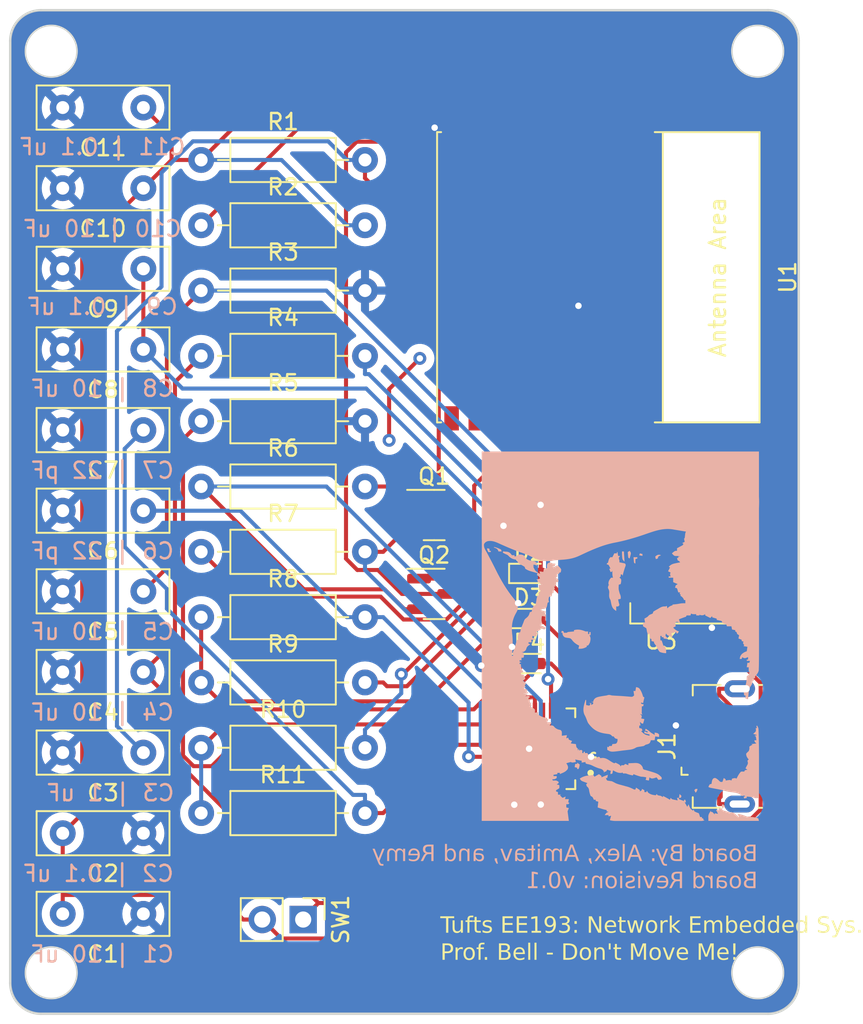
<source format=kicad_pcb>
(kicad_pcb (version 20221018) (generator pcbnew)
  (layers (0 "F.Cu" signal) (31 "B.Cu" signal) (34 "B.Paste" user) (35 "F.Paste" user) (36 "B.SilkS" user "B.Silkscreen") (37 "F.SilkS" user "F.Silkscreen") (38 "B.Mask" user) (39 "F.Mask" user) (44 "Edge.Cuts" user))
  (net 0 "")
  (net 1 "GND")
  (net 2 "+3V3")
  (net 3 "Net-(Q1-C)")
  (net 4 "Net-(U2-VDD)")
  (net 5 "Net-(D1-A)")
  (net 6 "Net-(U2-GPIO.0{slash}TXT)")
  (net 7 "Net-(U2-GPIO.1{slash}RXT)")
  (net 8 "+5V")
  (net 9 "Net-(D3-A)")
  (net 10 "Net-(D4-A)")
  (net 12 "unconnected-(J1-Shield-Pad6)")
  (net 13 "Net-(Q1-B)")
  (net 14 "Net-(Q1-E)")
  (net 15 "Net-(Q2-B)")
  (net 16 "Net-(Q2-E)")
  (net 17 "Net-(Q2-C)")
  (net 18 "Net-(U1-GPIO8)")
  (net 19 "Net-(U2-~{RST})")
  (net 20 "Net-(U2-~{SUSPEND})")
  (net 21 "Net-(U1-GPIO19{slash}USB_D+)")
  (net 22 "Net-(U1-GPIO18{slash}USB_D-)")
  (footprint "Capacitor_THT:C_Disc_D8.0mm_W2.5mm_P5.00mm" (layer "F.Cu") (at 64.77 57.47 180)
    (fp_text reference "C11")
    (fp_text value "0.1 uF")
  )
  (footprint "Package_TO_SOT_SMD:SOT-23" (layer "F.Cu") (at 82.804 87.63)
    (fp_text reference "Q2")
    (fp_text value "BC818")
  )
  (footprint "Resistor_THT:R_Axial_DIN0207_L6.3mm_D2.5mm_P10.16mm_Horizontal" (layer "F.Cu") (at 68.355 72.87)
    (fp_text reference "R4")
    (fp_text value "1k")
  )
  (footprint "Resistor_THT:R_Axial_DIN0207_L6.3mm_D2.5mm_P10.16mm_Horizontal" (layer "F.Cu") (at 68.355 64.77)
    (fp_text reference "R2")
    (fp_text value "10k")
  )
  (footprint "Connector_PinHeader_2.54mm:PinHeader_1x02_P2.54mm_Vertical" (layer "F.Cu") (at 74.681 107.823 -90)
    (fp_text reference "SW1")
    (fp_text value "SW_DIP_x01")
  )
  (footprint "Capacitor_THT:C_Disc_D8.0mm_W2.5mm_P5.00mm" (layer "F.Cu") (at 64.77 102.47 180)
    (fp_text reference "C2")
    (fp_text value "0.1 uF")
  )
  (footprint "Capacitor_THT:C_Disc_D8.0mm_W2.5mm_P5.00mm" (layer "F.Cu") (at 64.77 107.47 180)
    (fp_text reference "C1")
    (fp_text value "10 uF")
  )
  (footprint "Diode_SMD:D_SOD-523" (layer "F.Cu") (at 88.711 91.948)
    (fp_text reference "D4")
    (fp_text value "1N914WT")
  )
  (footprint "Resistor_THT:R_Axial_DIN0207_L6.3mm_D2.5mm_P10.16mm_Horizontal" (layer "F.Cu") (at 68.355 89.07)
    (fp_text reference "R8")
    (fp_text value "0")
  )
  (footprint "Package_TO_SOT_SMD:SOT-23" (layer "F.Cu") (at 82.804 82.738)
    (fp_text reference "Q1")
    (fp_text value "BC818")
  )
  (footprint "Capacitor_THT:C_Disc_D8.0mm_W2.5mm_P5.00mm" (layer "F.Cu") (at 64.77 92.47 180)
    (fp_text reference "C4")
    (fp_text value "10 uF")
  )
  (footprint "Resistor_THT:R_Axial_DIN0207_L6.3mm_D2.5mm_P10.16mm_Horizontal" (layer "F.Cu") (at 68.355 97.17)
    (fp_text reference "R10")
    (fp_text value "0")
  )
  (footprint "Connector_USB:USB_Micro-B_GCT_USB3076-30-A" (layer "F.Cu") (at 100.55 97.0862 90)
    (fp_text reference "J1")
    (fp_text value "USB_B_Micro")
  )
  (footprint "Resistor_THT:R_Axial_DIN0207_L6.3mm_D2.5mm_P10.16mm_Horizontal" (layer "F.Cu") (at 68.355 85.02)
    (fp_text reference "R7")
    (fp_text value "10k")
  )
  (footprint "Package_TO_SOT_SMD:SOT-223-3_TabPin2" (layer "F.Cu") (at 96.8756 86.0552 180)
    (fp_text reference "U3")
    (fp_text value "LD1117S33TR_SOT223")
  )
  (footprint "Resistor_THT:R_Axial_DIN0207_L6.3mm_D2.5mm_P10.16mm_Horizontal" (layer "F.Cu") (at 68.355 68.82)
    (fp_text reference "R3")
    (fp_text value "47.5k")
  )
  (footprint "Resistor_THT:R_Axial_DIN0207_L6.3mm_D2.5mm_P10.16mm_Horizontal" (layer "F.Cu") (at 68.355 60.72)
    (fp_text reference "R1")
    (fp_text value "10k")
  )
  (footprint "Capacitor_THT:C_Disc_D8.0mm_W2.5mm_P5.00mm" (layer "F.Cu") (at 64.77 87.47 180)
    (fp_text reference "C5")
    (fp_text value "1 uF")
  )
  (footprint "espressif kicad-libraries main footprints-Espressif:ESP32-C3-WROOM-02" (layer "F.Cu") (at 89.985 67.9932 -90)
    (fp_text reference "U1")
    (fp_text value "ESP32-C3-WROOM-02")
  )
  (footprint "Resistor_THT:R_Axial_DIN0207_L6.3mm_D2.5mm_P10.16mm_Horizontal" (layer "F.Cu") (at 68.355 80.97)
    (fp_text reference "R6")
    (fp_text value "10k")
  )
  (footprint "Capacitor_THT:C_Disc_D8.0mm_W2.5mm_P5.00mm" (layer "F.Cu") (at 64.77 82.47 180)
    (fp_text reference "C6")
    (fp_text value "22 pF")
  )
  (footprint "Resistor_THT:R_Axial_DIN0207_L6.3mm_D2.5mm_P10.16mm_Horizontal" (layer "F.Cu") (at 68.355 76.92)
    (fp_text reference "R5")
    (fp_text value "10k")
  )
  (footprint "Resistor_THT:R_Axial_DIN0207_L6.3mm_D2.5mm_P10.16mm_Horizontal" (layer "F.Cu") (at 68.355 93.12)
    (fp_text reference "R9")
    (fp_text value "0")
  )
  (footprint "Diode_SMD:D_SOD-523" (layer "F.Cu") (at 88.711 89.154)
    (fp_text reference "D3")
    (fp_text value "1N914WT")
  )
  (footprint "Capacitor_THT:C_Disc_D8.0mm_W2.5mm_P5.00mm" (layer "F.Cu") (at 64.77 62.47 180)
    (fp_text reference "C10")
    (fp_text value "10 uF")
  )
  (footprint "Capacitor_THT:C_Disc_D8.0mm_W2.5mm_P5.00mm" (layer "F.Cu") (at 64.77 77.47 180)
    (fp_text reference "C7")
    (fp_text value "22 pF")
  )
  (footprint "Capacitor_THT:C_Disc_D8.0mm_W2.5mm_P5.00mm" (layer "F.Cu") (at 64.77 72.47 180)
    (fp_text reference "C8")
    (fp_text value "10 uF")
  )
  (footprint "Diode_SMD:D_SOD-523" (layer "F.Cu") (at 88.711 86.36)
    (fp_text reference "D2")
    (fp_text value "1N914WT")
  )
  (footprint "Capacitor_THT:C_Disc_D8.0mm_W2.5mm_P5.00mm" (layer "F.Cu") (at 64.77 97.47 180)
    (fp_text reference "C3")
    (fp_text value "1 uF")
  )
  (footprint "Diode_SMD:D_SOD-123" (layer "F.Cu") (at 88.9 82.042)
    (fp_text reference "D1")
    (fp_text value "MBR0540")
  )
  (footprint "Resistor_THT:R_Axial_DIN0207_L6.3mm_D2.5mm_P10.16mm_Horizontal" (layer "F.Cu") (at 68.355 101.22)
    (fp_text reference "R11")
    (fp_text value "0")
  )
  (footprint "Capacitor_THT:C_Disc_D8.0mm_W2.5mm_P5.00mm" (layer "F.Cu") (at 64.77 67.47 180)
    (fp_text reference "C9")
    (fp_text value "0.1 uF")
  )
  (footprint "CP2102N_A02_GQFN28:QFN50P500X500X80-29N" (layer "F.Cu") (at 89.0524 97.2312 180)
    (fp_text reference "U2")
    (fp_text value "CP2102N-A02-GQFN28")
  )
  (gr_poly (pts (xy 102.904726 85.075118) (xy 102.785663 85.075118) (xy 102.800691 84.885917) (xy 102.817728 84.69722) (xy 102.827563 84.603038) (xy 102.838577 84.508956) (xy 102.850993 84.414964) (xy 102.865038 84.321055) (xy 102.904726 84.321055)) (fill solid) (layer "B.SilkS"))
  (gr_poly (pts (xy 95.721289 85.154493) (xy 95.721289 85.273555) (xy 95.522851 85.233868) (xy 95.562539 85.114805)) (fill solid) (layer "B.SilkS"))
  (gr_poly (pts (xy 93.069668 98.839548) (xy 93.086721 98.85164) (xy 93.101914 98.862802) (xy 93.117107 98.874429) (xy 93.13416 98.887917) (xy 93.181289 98.926054) (xy 93.181289 99.00543) (xy 93.312754 98.948379) (xy 93.345728 98.934271) (xy 93.378568 98.92063) (xy 93.411369 98.907422) (xy 93.444228 98.894612) (xy 93.47724 98.882167) (xy 93.510503 98.870053) (xy 93.544112 98.858235) (xy 93.578164 98.84668) (xy 93.538476 99.045118) (xy 93.459101 99.045118) (xy 93.465599 99.072306) (xy 93.468459 99.083602) (xy 93.471215 99.093675) (xy 93.473983 99.102759) (xy 93.476879 99.111086) (xy 93.480019 99.118888) (xy 93.483521 99.126397) (xy 93.4875 99.133848) (xy 93.492072 99.141471) (xy 93.497353 99.1495) (xy 93.503461 99.158167) (xy 93.510511 99.167704) (xy 93.518619 99.178345) (xy 93.538476 99.203866) (xy 93.607807 99.214619) (xy 93.677231 99.224763) (xy 93.746731 99.234381) (xy 93.816289 99.243554) (xy 93.846039 99.256881) (xy 93.875387 99.270638) (xy 93.904402 99.284806) (xy 93.933156 99.299369) (xy 93.96172 99.31431) (xy 93.990163 99.32961) (xy 94.046973 99.361222) (xy 94.069133 99.371407) (xy 94.091357 99.381044) (xy 94.136016 99.398842) (xy 94.180983 99.414949) (xy 94.226291 99.429694) (xy 94.271973 99.443408) (xy 94.318064 99.456424) (xy 94.411602 99.48168) (xy 94.691894 99.558573) (xy 94.832196 99.596865) (xy 94.881259 99.613559) (xy 94.929068 99.63146) (xy 94.975904 99.650485) (xy 95.02205 99.670548) (xy 95.067786 99.691565) (xy 95.113394 99.713451) (xy 95.205351 99.759493) (xy 95.284726 99.759493) (xy 95.324414 99.64043) (xy 95.384802 99.678811) (xy 95.44462 99.718087) (xy 95.503867 99.758222) (xy 95.562539 99.799178) (xy 95.562539 99.878555) (xy 95.681601 99.799178) (xy 95.681601 99.719804) (xy 95.840351 99.799178) (xy 95.840351 99.918243) (xy 95.959413 99.918243) (xy 95.999102 99.838866) (xy 96.078477 99.957929) (xy 96.107043 99.978295) (xy 96.135263 99.996723) (xy 96.163248 100.013328) (xy 96.191103 100.028228) (xy 96.218938 100.041539) (xy 96.246861 100.053381) (xy 96.27498 100.063868) (xy 96.303403 100.073119) (xy 96.332239 100.081251) (xy 96.361595 100.088381) (xy 96.39158 100.094626) (xy 96.422302 100.100103) (xy 96.45387 100.10493) (xy 96.486391 100.109223) (xy 96.554726 100.116679) (xy 96.594414 100.037305) (xy 96.673789 100.116679) (xy 96.77296 100.136762) (xy 96.872226 100.156367) (xy 96.991289 100.235743) (xy 96.991289 100.156367) (xy 97.047184 100.183852) (xy 97.102502 100.212252) (xy 97.157341 100.241434) (xy 97.211802 100.271269) (xy 97.319987 100.332366) (xy 97.427852 100.394491) (xy 97.467539 100.275429) (xy 97.546914 100.354805) (xy 97.59883 100.370605) (xy 97.617903 100.376037) (xy 97.635255 100.380522) (xy 97.653037 100.384583) (xy 97.673399 100.388743) (xy 97.730469 100.399453) (xy 97.828757 100.419606) (xy 97.904101 100.434179) (xy 97.864414 100.275429) (xy 97.983476 100.275429) (xy 97.983476 100.354805) (xy 98.062333 100.386358) (xy 98.141274 100.416863) (xy 98.22069 100.446105) (xy 98.2607 100.460184) (xy 98.300976 100.473867) (xy 98.300976 100.394491) (xy 98.380352 100.394491) (xy 98.420039 100.553241) (xy 98.340663 100.553241) (xy 98.499414 100.831053) (xy 98.578789 100.672305) (xy 98.628398 100.803768) (xy 98.638475 100.826881) (xy 98.648638 100.84869) (xy 98.65899 100.869288) (xy 98.66963 100.888769) (xy 98.680661 100.907225) (xy 98.692182 100.924749) (xy 98.704295 100.941434) (xy 98.7171 100.957373) (xy 98.7307 100.972659) (xy 98.745194 100.987385) (xy 98.760683 101.001643) (xy 98.77727 101.015527) (xy 98.795054 101.02913) (xy 98.814136 101.042545) (xy 98.834618 101.055863) (xy 98.856601 101.06918) (xy 98.896289 100.989803) (xy 98.935976 101.108868) (xy 98.952957 101.118817) (xy 98.969856 101.128253) (xy 98.9867 101.137212) (xy 99.003518 101.145735) (xy 99.037192 101.161623) (xy 99.071109 101.176225) (xy 99.105497 101.189848) (xy 99.140586 101.202801) (xy 99.176607 101.215393) (xy 99.213789 101.22793) (xy 99.241539 101.300018) (xy 99.251112 101.325947) (xy 99.259057 101.348853) (xy 99.266305 101.371526) (xy 99.273785 101.396756) (xy 99.293164 101.466054) (xy 99.412226 101.466054) (xy 99.412226 101.54543) (xy 99.491601 101.54543) (xy 99.491601 101.624804) (xy 99.570977 101.664492) (xy 99.551638 101.673623) (xy 99.532829 101.681446) (xy 99.514453 101.688061) (xy 99.496414 101.693566) (xy 99.478615 101.69806) (xy 99.460958 101.701644) (xy 99.443347 101.704416) (xy 99.425686 101.706476) (xy 99.407877 101.707922) (xy 99.389824 101.708855) (xy 99.352597 101.709576) (xy 99.270949 101.709218) (xy 99.128803 101.709557) (xy 98.97205 101.709314) (xy 98.807586 101.709525) (xy 98.360106 101.709511) (xy 97.892094 101.709566) (xy 97.105672 101.709353) (xy 96.196706 101.709426) (xy 95.416598 101.709527) (xy 94.950564 101.709589) (xy 94.512073 101.709394) (xy 94.274598 101.709557) (xy 94.131437 101.709218) (xy 94.007254 101.709174) (xy 93.967377 101.706866) (xy 93.928199 101.703565) (xy 93.889531 101.6993) (xy 93.851185 101.694099) (xy 93.81297 101.687989) (xy 93.774698 101.681) (xy 93.73618 101.673158) (xy 93.697227 101.664492) (xy 93.776602 101.38668) (xy 93.617852 101.426366) (xy 93.617852 101.346992) (xy 93.379726 101.346992) (xy 93.414376 101.296143) (xy 93.42891 101.275398) (xy 93.442048 101.257385) (xy 93.454141 101.241815) (xy 93.465535 101.228395) (xy 93.476581 101.216836) (xy 93.487627 101.206846) (xy 93.499022 101.198135) (xy 93.511114 101.190413) (xy 93.524253 101.183388) (xy 93.538787 101.17677) (xy 93.555065 101.170268) (xy 93.573436 101.163592) (xy 93.617852 101.148554) (xy 93.498789 101.108868) (xy 93.498789 101.029491) (xy 93.421894 101.017088) (xy 93.360699 101.002456) (xy 93.300193 100.986354) (xy 93.240225 100.968992) (xy 93.180644 100.950585) (xy 93.062038 100.911481) (xy 92.943164 100.870741) (xy 92.982852 100.513555) (xy 92.824101 100.473867) (xy 92.824101 100.394491) (xy 92.705039 100.394491) (xy 92.672793 100.320077) (xy 92.657583 100.288184) (xy 92.650964 100.275021) (xy 92.644678 100.263394) (xy 92.638482 100.253063) (xy 92.632132 100.243788) (xy 92.628823 100.239471) (xy 92.625384 100.235329) (xy 92.621785 100.231331) (xy 92.617995 100.227447) (xy 92.613984 100.223647) (xy 92.609722 100.219901) (xy 92.600322 100.212452) (xy 92.58955 100.204861) (xy 92.577163 100.196887) (xy 92.562918 100.18829) (xy 92.546572 100.178831) (xy 92.506602 100.156367) (xy 92.488801 100.110922) (xy 92.472885 100.066174) (xy 92.458725 100.021757) (xy 92.446197 99.977302) (xy 92.435173 99.93244) (xy 92.425527 99.886804) (xy 92.417132 99.840026) (xy 92.409864 99.791737) (xy 92.40524 99.769849) (xy 92.40049 99.749945) (xy 92.395519 99.731814) (xy 92.390234 99.715244) (xy 92.384543 99.700023) (xy 92.378352 99.68594) (xy 92.371569 99.672783) (xy 92.364099 99.660339) (xy 92.35585 99.648397) (xy 92.346729 99.636744) (xy 92.336643 99.62517) (xy 92.325499 99.613462) (xy 92.313203 99.601408) (xy 92.299663 99.588797) (xy 92.268476 99.561054) (xy 92.228789 99.441992) (xy 92.308164 99.362616) (xy 92.224139 99.332076) (xy 92.114688 99.290683) (xy 92.005857 99.250221) (xy 91.974487 99.234688) (xy 91.96149 99.227945) (xy 91.949945 99.221562) (xy 91.939597 99.215296) (xy 91.930191 99.208904) (xy 91.921473 99.202146) (xy 91.913188 99.194778) (xy 91.905081 99.186557) (xy 91.896897 99.177243) (xy 91.888382 99.166591) (xy 91.87928 99.154361) (xy 91.869338 99.140309) (xy 91.858299 99.124194) (xy 91.831914 99.084804) (xy 91.86707 99.060911) (xy 91.90304 99.038533) (xy 91.93978 99.017674) (xy 91.977245 98.998337) (xy 92.015388 98.980527) (xy 92.054166 98.964246) (xy 92.093534 98.949498) (xy 92.133445 98.936287) (xy 92.173855 98.924617) (xy 92.21472 98.914491) (xy 92.255993 98.905913) (xy 92.29763 98.898887) (xy 92.339586 98.893415) (xy 92.381815 98.889502) (xy 92.424273 98.887152) (xy 92.466914 98.886368) (xy 92.566229 98.867002) (xy 92.665352 98.84668) (xy 92.744727 98.965742) (xy 93.022539 98.806992)) (fill solid) (layer "B.SilkS"))
  (gr_poly (pts (xy 101.555351 100.513555) (xy 101.555351 100.672305) (xy 101.528996 100.695327) (xy 101.508222 100.713232) (xy 101.491169 100.727417) (xy 101.483456 100.733551) (xy 101.475976 100.739277) (xy 101.468496 100.744771) (xy 101.460783 100.750207) (xy 101.44373 100.761601) (xy 101.422956 100.774857) (xy 101.396601 100.791367) (xy 101.387571 100.760865) (xy 101.380633 100.736642) (xy 101.375323 100.716372) (xy 101.373134 100.706993) (xy 101.371176 100.69773) (xy 101.369394 100.688292) (xy 101.367727 100.67839) (xy 101.36451 100.656027) (xy 101.361061 100.628315) (xy 101.356914 100.592929) (xy 101.375866 100.569094) (xy 101.390865 100.550606) (xy 101.397318 100.542933) (xy 101.403306 100.536073) (xy 101.409003 100.529852) (xy 101.414584 100.524097) (xy 101.420223 100.518632) (xy 101.426095 100.513283) (xy 101.432374 100.507877) (xy 101.439234 100.502238) (xy 101.455396 100.489564) (xy 101.475976 100.473867)) (fill solid) (layer "B.SilkS"))
  (gr_poly (pts (xy 100.840977 100.791367) (xy 100.801289 100.870741) (xy 100.721913 100.870741) (xy 100.682226 100.989803) (xy 100.642538 100.711991) (xy 100.721913 100.672305)) (fill solid) (layer "B.SilkS"))
  (gr_poly (pts (xy 102.946894 85.271075) (xy 102.947988 87.311871) (xy 102.948202 88.520702) (xy 102.948603 89.32746) (xy 102.948915 90.259097) (xy 102.949144 90.735107) (xy 102.948486 91.278557) (xy 102.944413 91.821992) (xy 102.9435 91.937383) (xy 102.942405 92.009046) (xy 102.940869 92.080673) (xy 102.93669 92.223927) (xy 102.932628 92.37054) (xy 102.925218 92.400865) (xy 102.916899 92.429108) (xy 102.907673 92.455499) (xy 102.897543 92.480269) (xy 102.886511 92.503646) (xy 102.87458 92.525863) (xy 102.861751 92.547148) (xy 102.848027 92.567733) (xy 102.833411 92.587847) (xy 102.817904 92.60772) (xy 102.801508 92.627583) (xy 102.784227 92.647667) (xy 102.706288 92.734805) (xy 102.706288 92.853868) (xy 102.626914 92.853868) (xy 102.626914 93.012617) (xy 102.547539 93.012617) (xy 102.537617 93.116797) (xy 102.527639 93.161215) (xy 102.523302 93.179592) (xy 102.519188 93.195881) (xy 102.515139 93.210434) (xy 102.510998 93.2236) (xy 102.506606 93.235731) (xy 102.501805 93.247176) (xy 102.496437 93.258288) (xy 102.490345 93.269416) (xy 102.483369 93.280911) (xy 102.475353 93.293123) (xy 102.466138 93.306404) (xy 102.455565 93.321104) (xy 102.429716 93.356163) (xy 102.411958 93.38664) (xy 102.396065 93.416484) (xy 102.381913 93.445826) (xy 102.369377 93.474796) (xy 102.358332 93.503526) (xy 102.348652 93.532145) (xy 102.340214 93.560786) (xy 102.332892 93.589579) (xy 102.32656 93.618654) (xy 102.321095 93.648143) (xy 102.316371 93.678177) (xy 102.312263 93.708886) (xy 102.305395 93.772854) (xy 102.299492 93.841093) (xy 102.29019 93.935352) (xy 102.279593 94.04942) (xy 102.269726 94.163555) (xy 102.110977 94.123867) (xy 102.110977 93.92543) (xy 102.031602 93.92543) (xy 102.017929 93.838145) (xy 102.012267 93.797616) (xy 102.007666 93.758807) (xy 102.004334 93.72145) (xy 102.002478 93.685279) (xy 102.002308 93.650028) (xy 102.004032 93.615429) (xy 102.007857 93.581216) (xy 102.013993 93.547122) (xy 102.022646 93.51288) (xy 102.034026 93.478224) (xy 102.048341 93.442886) (xy 102.065799 93.4066) (xy 102.086608 93.369099) (xy 102.110977 93.330117) (xy 102.128576 93.255992) (xy 102.144228 93.182189) (xy 102.157809 93.108507) (xy 102.169196 93.034743) (xy 102.178267 92.960693) (xy 102.184898 92.886155) (xy 102.188967 92.810927) (xy 102.190351 92.734805) (xy 102.309414 92.65543) (xy 102.320161 92.622333) (xy 102.328324 92.596256) (xy 102.331583 92.585124) (xy 102.33437 92.574874) (xy 102.336743 92.565217) (xy 102.338762 92.555861) (xy 102.340483 92.546516) (xy 102.341966 92.536892) (xy 102.343268 92.526697) (xy 102.344447 92.515641) (xy 102.34667 92.489783) (xy 102.349101 92.456992) (xy 102.309414 92.417304) (xy 102.308493 92.357778) (xy 102.308174 92.298242) (xy 102.308474 92.238706) (xy 102.309414 92.17918) (xy 102.190351 92.17918) (xy 102.230039 91.901367) (xy 102.349101 91.901367) (xy 102.388789 91.782305) (xy 102.190351 91.782305) (xy 102.190351 91.70293) (xy 102.269726 91.70293) (xy 102.269726 91.54418) (xy 102.177949 91.586348) (xy 102.14251 91.598551) (xy 102.127714 91.603336) (xy 102.114425 91.607238) (xy 102.102314 91.610253) (xy 102.09105 91.612378) (xy 102.080302 91.613609) (xy 102.075017 91.613888) (xy 102.069738 91.613943) (xy 102.064423 91.613772) (xy 102.05903 91.613376) (xy 102.047845 91.611903) (xy 102.035854 91.609523) (xy 102.022726 91.60623) (xy 102.00813 91.602022) (xy 101.991735 91.596895) (xy 101.952227 91.583868) (xy 101.912538 91.54418) (xy 101.872851 91.663243) (xy 101.753788 91.663243) (xy 101.7562 91.638118) (xy 101.759017 91.614707) (xy 101.762316 91.592816) (xy 101.76617 91.57225) (xy 101.770654 91.552815) (xy 101.775841 91.534318) (xy 101.781807 91.516563) (xy 101.788625 91.499357) (xy 101.796369 91.482505) (xy 101.805115 91.465813) (xy 101.814936 91.449086) (xy 101.825907 91.432132) (xy 101.838102 91.414755) (xy 101.851595 91.39676) (xy 101.866461 91.377955) (xy 101.882773 91.358144) (xy 101.901746 91.342439) (xy 101.920253 91.327649) (xy 101.938402 91.31372) (xy 101.9563 91.300599) (xy 101.974053 91.288235) (xy 101.991769 91.276573) (xy 102.009553 91.265562) (xy 102.027513 91.255147) (xy 102.045756 91.245277) (xy 102.064389 91.235899) (xy 102.083518 91.226959) (xy 102.103251 91.218406) (xy 102.123694 91.210185) (xy 102.144953 91.202244) (xy 102.167137 91.194531) (xy 102.190351 91.186992) (xy 102.230039 90.90918) (xy 101.991914 90.869492) (xy 102.031602 90.790117) (xy 101.991914 90.75043) (xy 101.952227 90.671055) (xy 101.991914 90.59168) (xy 101.872851 90.551993) (xy 101.872851 90.472618) (xy 101.674413 90.393243) (xy 101.714101 90.194804) (xy 101.595038 90.115429) (xy 101.555351 89.996367) (xy 101.475976 89.95668) (xy 101.475976 89.877305) (xy 101.277539 89.837617) (xy 101.237851 89.63918) (xy 100.960039 89.63918) (xy 100.920352 89.520118) (xy 100.801289 89.48043) (xy 100.682226 89.440743) (xy 100.642538 89.32168) (xy 100.617821 89.311142) (xy 100.598186 89.303037) (xy 100.589685 89.299723) (xy 100.581745 89.296811) (xy 100.574131 89.294231) (xy 100.566608 89.291913) (xy 100.558937 89.289789) (xy 100.550885 89.28779) (xy 100.542213 89.285847) (xy 100.532687 89.283891) (xy 100.510124 89.279661) (xy 100.481308 89.274551) (xy 100.393096 89.255483) (xy 100.325039 89.242305) (xy 100.325039 89.16293) (xy 100.047226 89.083555) (xy 100.047226 89.004179) (xy 99.928164 89.123243) (xy 99.610664 88.964492) (xy 99.610664 88.885117) (xy 99.543692 88.927285) (xy 99.523054 88.935171) (xy 99.503475 88.941669) (xy 99.4848 88.946846) (xy 99.466872 88.950771) (xy 99.449536 88.953511) (xy 99.432637 88.955134) (xy 99.41602 88.955708) (xy 99.399528 88.9553) (xy 99.383007 88.953977) (xy 99.366301 88.951808) (xy 99.349254 88.94886) (xy 99.331712 88.945201) (xy 99.313519 88.940898) (xy 99.294518 88.93602) (xy 99.253476 88.924805) (xy 99.253476 88.964492) (xy 99.055039 88.964492) (xy 99.055039 88.885117) (xy 98.940937 88.887598) (xy 98.899845 88.886702) (xy 98.867996 88.885544) (xy 98.854793 88.884712) (xy 98.843007 88.88363) (xy 98.83234 88.882236) (xy 98.822495 88.880467) (xy 98.813173 88.878262) (xy 98.804075 88.875559) (xy 98.794906 88.872297) (xy 98.785365 88.868413) (xy 98.775156 88.863847) (xy 98.763981 88.858535) (xy 98.737539 88.84543) (xy 98.697852 88.964492) (xy 98.459727 88.964492) (xy 98.420039 89.043868) (xy 98.300976 89.083555) (xy 98.217826 89.114414) (xy 98.134785 89.145567) (xy 98.048744 89.177968) (xy 97.983476 89.202618) (xy 98.062851 89.440743) (xy 97.971074 89.398575) (xy 97.935016 89.382157) (xy 97.919976 89.375716) (xy 97.906488 89.37046) (xy 97.894222 89.366391) (xy 97.888444 89.364803) (xy 97.882847 89.363514) (xy 97.87739 89.362523) (xy 97.872032 89.361831) (xy 97.866731 89.361439) (xy 97.861447 89.361347) (xy 97.856137 89.361555) (xy 97.85076 89.362065) (xy 97.845276 89.362876) (xy 97.839642 89.363988) (xy 97.833818 89.365404) (xy 97.827762 89.367121) (xy 97.814788 89.371468) (xy 97.800391 89.37703) (xy 97.784239 89.383813) (xy 97.745351 89.401055) (xy 97.785039 89.63918) (xy 97.626289 89.718555) (xy 97.646719 89.740807) (xy 97.666824 89.761757) (xy 97.686727 89.781472) (xy 97.706554 89.800022) (xy 97.726426 89.817476) (xy 97.746469 89.833901) (xy 97.766806 89.849366) (xy 97.78756 89.86394) (xy 97.808855 89.877691) (xy 97.830816 89.890689) (xy 97.853565 89.903001) (xy 97.877227 89.914696) (xy 97.901926 89.925843) (xy 97.927784 89.936511) (xy 97.954926 89.946767) (xy 97.983476 89.95668) (xy 97.904101 90.075742) (xy 97.824726 90.075742) (xy 97.824726 89.996367) (xy 97.783955 90.004283) (xy 97.743783 90.012546) (xy 97.704064 90.021271) (xy 97.664654 90.030569) (xy 97.62541 90.040552) (xy 97.586187 90.051334) (xy 97.546841 90.063026) (xy 97.507227 90.075742) (xy 97.586602 90.313868) (xy 97.56105 90.308723) (xy 97.536271 90.302909) (xy 97.512192 90.296433) (xy 97.48874 90.289303) (xy 97.46584 90.281523) (xy 97.443419 90.273102) (xy 97.421405 90.264047) (xy 97.399722 90.254364) (xy 97.378299 90.244059) (xy 97.357061 90.233141) (xy 97.335935 90.221615) (xy 97.314848 90.209489) (xy 97.272495 90.183463) (xy 97.229413 90.155117) (xy 97.189727 90.075742) (xy 97.17959 90.099975) (xy 97.171862 90.119232) (xy 97.168756 90.127577) (xy 97.166078 90.135376) (xy 97.16377 90.142861) (xy 97.161773 90.150265) (xy 97.16003 90.157821) (xy 97.158482 90.165762) (xy 97.157071 90.174318) (xy 97.155739 90.183725) (xy 97.153079 90.206015) (xy 97.150038 90.234493) (xy 97.168449 90.256159) (xy 97.183061 90.273097) (xy 97.19527 90.286701) (xy 97.200909 90.292689) (xy 97.206471 90.298367) (xy 97.21213 90.30391) (xy 97.21806 90.309491) (xy 97.231431 90.321466) (xy 97.247979 90.335689) (xy 97.269102 90.353555) (xy 97.269102 90.43293) (xy 97.030976 90.393243) (xy 97.030976 90.313868) (xy 96.911914 90.313868) (xy 96.911914 90.234493) (xy 96.832539 90.234493) (xy 96.832539 90.512305) (xy 96.911914 90.512305) (xy 97.030976 90.869492) (xy 97.110351 90.869492) (xy 97.123116 90.897604) (xy 97.134618 90.925024) (xy 97.144905 90.951875) (xy 97.154025 90.978284) (xy 97.162025 91.004375) (xy 97.168953 91.030272) (xy 97.174857 91.056101) (xy 97.179783 91.081986) (xy 97.183779 91.108051) (xy 97.186894 91.134422) (xy 97.189175 91.161224) (xy 97.190668 91.188581) (xy 97.191423 91.216617) (xy 97.191486 91.245459) (xy 97.190904 91.275229) (xy 97.189727 91.306054) (xy 97.137309 91.30313) (xy 97.086325 91.298793) (xy 97.03646 91.292749) (xy 97.011848 91.288996) (xy 96.987397 91.284706) (xy 96.963068 91.279843) (xy 96.938821 91.274371) (xy 96.914616 91.268252) (xy 96.890415 91.26145) (xy 96.866177 91.253928) (xy 96.841864 91.24565) (xy 96.817435 91.236579) (xy 96.792851 91.226679) (xy 96.773877 91.203779) (xy 96.755774 91.1806) (xy 96.738473 91.157148) (xy 96.721903 91.133428) (xy 96.705996 91.109445) (xy 96.69068 91.085204) (xy 96.675887 91.060712) (xy 96.661546 91.035972) (xy 96.633942 90.985774) (xy 96.60731 90.934651) (xy 96.554726 90.829805) (xy 96.488839 90.742679) (xy 96.471287 90.718882) (xy 96.464186 90.708949) (xy 96.458097 90.700031) (xy 96.452943 90.691907) (xy 96.448646 90.684355) (xy 96.445128 90.677156) (xy 96.443637 90.673618) (xy 96.442311 90.670086) (xy 96.441141 90.666531) (xy 96.440117 90.662926) (xy 96.439229 90.659242) (xy 96.438468 90.655453) (xy 96.437287 90.647448) (xy 96.436495 90.638688) (xy 96.436014 90.628952) (xy 96.435768 90.61802) (xy 96.435664 90.59168) (xy 96.276914 90.551993) (xy 96.276914 90.43293) (xy 96.197539 90.393243) (xy 96.18949 90.353828) (xy 96.182839 90.314401) (xy 96.177328 90.274928) (xy 96.1727 90.235377) (xy 96.165058 90.155911) (xy 96.157852 90.075742) (xy 96.078477 90.155117) (xy 96.068163 90.136924) (xy 96.058618 90.119387) (xy 96.049808 90.102385) (xy 96.041698 90.085797) (xy 96.034256 90.0695) (xy 96.027446 90.053375) (xy 96.021235 90.037299) (xy 96.015589 90.021152) (xy 96.010474 90.004811) (xy 96.005857 89.988156) (xy 96.001703 89.971065) (xy 95.997979 89.953417) (xy 95.99465 89.93509) (xy 95.991684 89.915963) (xy 95.989045 89.895915) (xy 95.9867 89.874824) (xy 95.959413 89.758242) (xy 95.860414 89.698346) (xy 95.760976 89.63918) (xy 95.756907 89.603795) (xy 95.754 89.576083) (xy 95.752256 89.55372) (xy 95.75182 89.543818) (xy 95.751675 89.53438) (xy 95.75182 89.525117) (xy 95.752256 89.515738) (xy 95.752983 89.505952) (xy 95.754 89.495468) (xy 95.756907 89.471245) (xy 95.760976 89.440743) (xy 95.880039 89.401055) (xy 95.840351 89.16293) (xy 95.932128 89.110841) (xy 95.966663 89.091082) (xy 95.99337 89.075385) (xy 96.004398 89.068587) (xy 96.014199 89.062238) (xy 96.023017 89.056149) (xy 96.031096 89.05013) (xy 96.038679 89.043993) (xy 96.046009 89.03755) (xy 96.05333 89.03061) (xy 96.060886 89.022985) (xy 96.077674 89.004924) (xy 96.098321 88.981855) (xy 96.118174 88.962947) (xy 96.126607 88.955144) (xy 96.134365 88.948253) (xy 96.141686 88.942133) (xy 96.148812 88.936641) (xy 96.15598 88.931636) (xy 96.163433 88.926976) (xy 96.171408 88.922519) (xy 96.180147 88.918125) (xy 96.189888 88.91365) (xy 96.200872 88.908953) (xy 96.213338 88.903894) (xy 96.227527 88.898329) (xy 96.262031 88.885117) (xy 96.356289 88.84543) (xy 96.395977 88.726367) (xy 96.445256 88.696014) (xy 96.494849 88.666162) (xy 96.519816 88.65153) (xy 96.544925 88.637151) (xy 96.570198 88.623067) (xy 96.595655 88.609321) (xy 96.634004 88.588462) (xy 96.672021 88.566991) (xy 96.709681 88.544903) (xy 96.746963 88.522194) (xy 96.773087 88.506222) (xy 96.798256 88.491401) (xy 96.822648 88.47774) (xy 96.846441 88.465245) (xy 96.869814 88.453923) (xy 96.892943 88.443782) (xy 96.916008 88.434828) (xy 96.939186 88.427069) (xy 96.962655 88.420513) (xy 96.986593 88.415165) (xy 97.011178 88.411033) (xy 97.036588 88.408125) (xy 97.063001 88.406447) (xy 97.090595 88.406007) (xy 97.119548 88.406811) (xy 97.150038 88.408867) (xy 97.229413 88.36918) (xy 97.269102 88.52793) (xy 97.316231 88.47336) (xy 97.331974 88.459717) (xy 97.347669 88.447039) (xy 97.363358 88.435251) (xy 97.379086 88.424279) (xy 97.394896 88.414051) (xy 97.410831 88.404492) (xy 97.426934 88.395529) (xy 97.443249 88.387087) (xy 97.459819 88.379093) (xy 97.476688 88.371474) (xy 97.493899 88.364156) (xy 97.511495 88.357064) (xy 97.548018 88.343267) (xy 97.586602 88.329492) (xy 97.586602 88.289805) (xy 97.65776 88.282518) (xy 97.774899 88.269996) (xy 97.817223 88.265049) (xy 97.854851 88.260122) (xy 97.892386 88.254574) (xy 97.934429 88.247764) (xy 98.050449 88.227793) (xy 98.071235 88.224103) (xy 98.091914 88.220901) (xy 98.133025 88.215838) (xy 98.173928 88.212365) (xy 98.214765 88.21024) (xy 98.255682 88.209225) (xy 98.296823 88.209078) (xy 98.380352 88.21043) (xy 98.380352 88.011993) (xy 98.300976 88.011993) (xy 98.27121 87.940059) (xy 98.260649 87.922249) (xy 98.249973 87.905572) (xy 98.239138 87.889926) (xy 98.228097 87.87521) (xy 98.216804 87.861322) (xy 98.205214 87.84816) (xy 98.193281 87.835624) (xy 98.180958 87.823611) (xy 98.1682 87.81202) (xy 98.15496 87.80075) (xy 98.141194 87.789699) (xy 98.126855 87.778766) (xy 98.111897 87.767849) (xy 98.096274 87.756847) (xy 98.062851 87.73418) (xy 98.102539 87.694492) (xy 98.023164 87.615117) (xy 98.062851 87.535743) (xy 97.943789 87.535743) (xy 97.906582 87.419161) (xy 97.896555 87.38104) (xy 97.888387 87.351831) (xy 97.884701 87.339978) (xy 97.881121 87.329645) (xy 97.877525 87.320595) (xy 97.873796 87.312593) (xy 97.869811 87.305401) (xy 97.865453 87.298784) (xy 97.8606 87.292506) (xy 97.855133 87.286331) (xy 97.848932 87.280022) (xy 97.841877 87.273342) (xy 97.824726 87.25793) (xy 97.745351 87.25793) (xy 97.749498 87.233203) (xy 97.752948 87.213592) (xy 97.756165 87.197236) (xy 97.759614 87.182276) (xy 97.763761 87.16685) (xy 97.769071 87.149099) (xy 97.776009 87.127163) (xy 97.785039 87.09918) (xy 97.904101 87.019805) (xy 97.626289 86.900743) (xy 97.626289 86.62293) (xy 97.348477 86.62293) (xy 97.348477 86.543555) (xy 97.467539 86.543555) (xy 97.445215 86.469141) (xy 97.439561 86.441149) (xy 97.437426 86.429518) (xy 97.435797 86.419144) (xy 97.434705 86.409788) (xy 97.434184 86.401209) (xy 97.434265 86.393168) (xy 97.434983 86.385425) (xy 97.436369 86.377741) (xy 97.438457 86.369874) (xy 97.441278 86.361586) (xy 97.444866 86.352637) (xy 97.449253 86.342786) (xy 97.454473 86.331795) (xy 97.467539 86.30543) (xy 97.308789 86.226055) (xy 97.427852 85.98793) (xy 97.348477 85.948242) (xy 97.375808 85.921504) (xy 97.401799 85.897358) (xy 97.426745 85.875616) (xy 97.45094 85.856087) (xy 97.474679 85.838581) (xy 97.498256 85.822906) (xy 97.521968 85.808872) (xy 97.546107 85.796289) (xy 97.570969 85.784967) (xy 97.596849 85.774714) (xy 97.624041 85.765341) (xy 97.65284 85.756657) (xy 97.683541 85.748471) (xy 97.716438 85.740594) (xy 97.751826 85.732833) (xy 97.79 85.725) (xy 97.944099 85.693685) (xy 98.062851 85.67043) (xy 98.038555 85.643466) (xy 98.028396 85.632412) (xy 98.019252 85.622745) (xy 98.010891 85.614289) (xy 98.003081 85.60687) (xy 97.995589 85.600314) (xy 97.988182 85.594447) (xy 97.980629 85.589094) (xy 97.972695 85.584081) (xy 97.96415 85.579233) (xy 97.95476 85.574375) (xy 97.944292 85.569335) (xy 97.932515 85.563936) (xy 97.904101 85.551368) (xy 97.889529 85.502843) (xy 97.884568 85.485441) (xy 97.880537 85.470132) (xy 97.876972 85.455056) (xy 97.873406 85.438351) (xy 97.864414 85.392617) (xy 97.943789 85.392617) (xy 97.943789 85.313242) (xy 98.062851 85.313242) (xy 98.0291 85.303655) (xy 97.997075 85.295565) (xy 97.981508 85.292095) (xy 97.966129 85.289017) (xy 97.950857 85.286335) (xy 97.935613 85.284056) (xy 97.920313 85.282185) (xy 97.904878 85.280728) (xy 97.889226 85.279691) (xy 97.873277 85.279079) (xy 97.856949 85.278898) (xy 97.840161 85.279153) (xy 97.822833 85.279851) (xy 97.804883 85.280996) (xy 97.771954 85.278385) (xy 97.758278 85.277023) (xy 97.746088 85.275454) (xy 97.735105 85.273551) (xy 97.725048 85.271186) (xy 97.715637 85.268233) (xy 97.711087 85.266496) (xy 97.706594 85.264564) (xy 97.697638 85.260051) (xy 97.68849 85.254569) (xy 97.678869 85.247989) (xy 97.668496 85.240185) (xy 97.657091 85.23103) (xy 97.644374 85.220395) (xy 97.613887 85.19418) (xy 97.546914 85.114805) (xy 97.607763 85.062405) (xy 97.632897 85.041205) (xy 97.655125 85.023028) (xy 97.67491 85.007641) (xy 97.692719 84.994812) (xy 97.709017 84.984309) (xy 97.724268 84.975899) (xy 97.738937 84.969349) (xy 97.7462 84.966699) (xy 97.753491 84.964427) (xy 97.768393 84.9609) (xy 97.784109 84.958536) (xy 97.801104 84.957102) (xy 97.819843 84.956365) (xy 97.864414 84.956055) (xy 97.864414 84.797305) (xy 97.941154 84.756688) (xy 98.040527 84.703047) (xy 98.139591 84.650028) (xy 98.168492 84.635145) (xy 98.180317 84.628793) (xy 98.190629 84.622912) (xy 98.199608 84.617312) (xy 98.20743 84.611799) (xy 98.210963 84.609017) (xy 98.214274 84.606185) (xy 98.217386 84.603279) (xy 98.220319 84.600277) (xy 98.223098 84.597153) (xy 98.225743 84.593883) (xy 98.228277 84.590445) (xy 98.230724 84.586814) (xy 98.23544 84.578878) (xy 98.240069 84.569883) (xy 98.244791 84.559638) (xy 98.249782 84.547952) (xy 98.261288 84.519493) (xy 98.181913 84.479805) (xy 98.340663 84.40043) (xy 98.318339 84.303692) (xy 98.300976 84.201992) (xy 98.340663 84.162305) (xy 98.355683 84.041546) (xy 98.362709 83.98111) (xy 98.369189 83.920614) (xy 98.372951 83.895436) (xy 98.376262 83.875547) (xy 98.377935 83.867017) (xy 98.379719 83.859127) (xy 98.381688 83.851651) (xy 98.383917 83.844359) (xy 98.38648 83.837026) (xy 98.389452 83.829424) (xy 98.392907 83.821326) (xy 98.39692 83.812503) (xy 98.406917 83.791778) (xy 98.420039 83.76543) (xy 98.272141 83.740781) (xy 98.177728 83.725045) (xy 98.077734 83.70838) (xy 97.885187 83.676289) (xy 97.791443 83.660756) (xy 97.684092 83.64236) (xy 97.576834 83.623423) (xy 97.456704 83.609058) (xy 97.337361 83.602484) (xy 97.218766 83.603092) (xy 97.100879 83.610271) (xy 96.98366 83.623409) (xy 96.86707 83.641897) (xy 96.751068 83.665122) (xy 96.635615 83.692475) (xy 96.520671 83.723345) (xy 96.406196 83.75712) (xy 96.178496 83.830945) (xy 95.726978 83.986589) (xy 95.506862 84.058931) (xy 95.287364 84.12794) (xy 95.06793 84.193415) (xy 94.848007 84.255151) (xy 94.627041 84.312946) (xy 94.404477 84.366594) (xy 94.179764 84.415893) (xy 93.952347 84.46064) (xy 93.812671 84.490553) (xy 93.673892 84.524379) (xy 93.535988 84.561853) (xy 93.398934 84.602711) (xy 93.262709 84.646689) (xy 93.12729 84.693521) (xy 92.858779 84.79469) (xy 92.593219 84.904104) (xy 92.330428 85.019644) (xy 91.812429 85.260639) (xy 91.742152 85.292263) (xy 91.67277 85.321062) (xy 91.604093 85.347191) (xy 91.535929 85.370805) (xy 91.468087 85.392058) (xy 91.400375 85.411103) (xy 91.332604 85.428097) (xy 91.264581 85.443192) (xy 91.196116 85.456544) (xy 91.127017 85.468307) (xy 90.986155 85.487683) (xy 90.840465 85.502556) (xy 90.688418 85.514161) (xy 90.422233 85.532919) (xy 90.304285 85.540836) (xy 90.269559 85.54338) (xy 90.242071 85.545815) (xy 90.23024 85.547174) (xy 90.219258 85.548727) (xy 90.208805 85.550546) (xy 90.19856 85.552705) (xy 90.188203 85.555279) (xy 90.177413 85.558339) (xy 90.165871 85.56196) (xy 90.153256 85.566216) (xy 90.123527 85.576925) (xy 90.085664 85.591055) (xy 89.996761 85.59548) (xy 89.910887 85.597418) (xy 89.827705 85.5968) (xy 89.746877 85.593556) (xy 89.668065 85.587616) (xy 89.590933 85.57891) (xy 89.515141 85.56737) (xy 89.440353 85.552924) (xy 89.366232 85.535503) (xy 89.292439 85.515038) (xy 89.218637 85.491459) (xy 89.144489 85.464695) (xy 89.069656 85.434678) (xy 88.993802 85.401337) (xy 88.916589 85.364603) (xy 88.837678 85.324405) (xy 88.754589 85.284075) (xy 88.670872 85.245954) (xy 88.586536 85.209804) (xy 88.501589 85.175387) (xy 88.416039 85.142467) (xy 88.329895 85.110807) (xy 88.243166 85.080168) (xy 88.15586 85.050313) (xy 88.054129 85.014527) (xy 87.953007 84.977579) (xy 87.852415 84.939538) (xy 87.752275 84.900471) (xy 87.553037 84.819529) (xy 87.354668 84.735293) (xy 87.24702 84.688853) (xy 87.025036 84.59177) (xy 86.914425 84.542401) (xy 86.804159 84.492208) (xy 86.719167 84.455028) (xy 86.67729 84.437707) (xy 86.635677 84.421428) (xy 86.59422 84.406338) (xy 86.552808 84.392583) (xy 86.51133 84.38031) (xy 86.469678 84.369666) (xy 86.427739 84.360797) (xy 86.385405 84.35385) (xy 86.342564 84.348972) (xy 86.299107 84.346309) (xy 86.254924 84.346008) (xy 86.209905 84.348215) (xy 86.163938 84.353078) (xy 86.116914 84.360743) (xy 86.076511 84.377554) (xy 86.058801 84.385445) (xy 86.042523 84.393221) (xy 86.027505 84.40105) (xy 86.013574 84.409103) (xy 86.000558 84.41755) (xy 85.988284 84.426561) (xy 85.976581 84.436305) (xy 85.965276 84.446953) (xy 85.954196 84.458675) (xy 85.94317 84.47164) (xy 85.932025 84.486019) (xy 85.920588 84.501981) (xy 85.908688 84.519697) (xy 85.896153 84.539336) (xy 85.892542 84.57918) (xy 85.891792 84.617207) (xy 85.893715 84.653624) (xy 85.898126 84.68864) (xy 85.904838 84.722461) (xy 85.913665 84.755296) (xy 85.924419 84.787353) (xy 85.936916 84.818839) (xy 85.950968 84.849962) (xy 85.966389 84.88093) (xy 85.982993 84.911951) (xy 86.000593 84.943233) (xy 86.077227 85.075118) (xy 86.173078 85.256005) (xy 86.268223 85.437266) (xy 86.320575 85.536252) (xy 86.400963 85.689894) (xy 86.480157 85.844068) (xy 86.558249 85.998802) (xy 86.635332 86.154122) (xy 86.755412 86.390926) (xy 86.879889 86.624257) (xy 87.009436 86.853919) (xy 87.144726 87.079715) (xy 87.286434 87.301448) (xy 87.435232 87.518923) (xy 87.591795 87.731942) (xy 87.756795 87.940311) (xy 87.789185 87.981103) (xy 87.819088 88.020691) (xy 87.846513 88.05936) (xy 87.871472 88.097391) (xy 87.893973 88.13507) (xy 87.914027 88.172678) (xy 87.931644 88.210501) (xy 87.946835 88.248821) (xy 87.959609 88.287922) (xy 87.969977 88.328087) (xy 87.97795 88.3696) (xy 87.983536 88.412744) (xy 87.986747 88.457804) (xy 87.987592 88.505061) (xy 87.986082 88.5548) (xy 87.982227 88.607305) (xy 87.94752 88.686486) (xy 87.934395 88.715176) (xy 87.921998 88.740785) (xy 87.908758 88.766452) (xy 87.893104 88.795317) (xy 87.848282 88.875195) (xy 87.806933 88.956825) (xy 87.770248 89.038302) (xy 87.738063 89.119726) (xy 87.710218 89.2012) (xy 87.686551 89.282826) (xy 87.6669 89.364704) (xy 87.651104 89.446937) (xy 87.639001 89.529627) (xy 87.63043 89.612874) (xy 87.625228 89.696781) (xy 87.623235 89.781449) (xy 87.624288 89.86698) (xy 87.628226 89.953475) (xy 87.634888 90.041037) (xy 87.644111 90.129766) (xy 87.655735 90.219765) (xy 87.667204 90.37493) (xy 87.672587 90.530576) (xy 87.67274 90.686528) (xy 87.66852 90.842613) (xy 87.660783 90.998657) (xy 87.650386 91.154486) (xy 87.625039 91.464805) (xy 87.704414 91.464805) (xy 87.67961 91.397833) (xy 87.676564 91.375925) (xy 87.674718 91.355292) (xy 87.674018 91.335767) (xy 87.674408 91.317185) (xy 87.675833 91.299381) (xy 87.678239 91.28219) (xy 87.68157 91.265447) (xy 87.685771 91.248985) (xy 87.690788 91.232641) (xy 87.696564 91.216248) (xy 87.703046 91.199641) (xy 87.710177 91.182655) (xy 87.744102 91.107617) (xy 87.765922 91.043654) (xy 87.786999 90.979534) (xy 87.827281 90.850836) (xy 87.865661 90.721545) (xy 87.902852 90.59168) (xy 87.942539 90.472618) (xy 88.021914 90.472618) (xy 87.99711 90.410606) (xy 87.993774 90.384821) (xy 87.991777 90.359794) (xy 87.991042 90.335429) (xy 87.991492 90.311631) (xy 87.993052 90.288308) (xy 87.995645 90.265364) (xy 87.999194 90.242706) (xy 88.003624 90.220238) (xy 88.008858 90.197867) (xy 88.01482 90.175498) (xy 88.021433 90.153038) (xy 88.028622 90.130391) (xy 88.044419 90.084161) (xy 88.061602 90.036055) (xy 88.140977 89.996367) (xy 88.151713 89.946927) (xy 88.161858 89.897358) (xy 88.171484 89.847685) (xy 88.180664 89.79793) (xy 88.199023 89.747991) (xy 88.217966 89.698267) (xy 88.237482 89.648765) (xy 88.257559 89.599492) (xy 88.298332 89.500274) (xy 88.339414 89.401055) (xy 88.376777 89.29548) (xy 88.390877 89.264639) (xy 88.39704 89.251789) (xy 88.402926 89.240282) (xy 88.408771 89.229841) (xy 88.414811 89.220188) (xy 88.421282 89.211044) (xy 88.428421 89.202133) (xy 88.436462 89.193177) (xy 88.445642 89.183897) (xy 88.456197 89.174016) (xy 88.468362 89.163257) (xy 88.482375 89.151342) (xy 88.49847 89.137992) (xy 88.537852 89.10588) (xy 88.561192 89.085352) (xy 88.58212 89.065685) (xy 88.600839 89.046672) (xy 88.617554 89.028111) (xy 88.63247 89.009796) (xy 88.645791 88.991522) (xy 88.657721 88.973086) (xy 88.668466 88.954281) (xy 88.67823 88.934904) (xy 88.687217 88.914751) (xy 88.695632 88.893616) (xy 88.70368 88.871294) (xy 88.711565 88.847582) (xy 88.719492 88.822275) (xy 88.736289 88.766055) (xy 88.855352 88.726367) (xy 88.870235 88.63707) (xy 88.879102 88.599587) (xy 88.888381 88.564178) (xy 88.89846 88.530378) (xy 88.90392 88.513936) (xy 88.909726 88.49772) (xy 88.915925 88.481674) (xy 88.922567 88.465738) (xy 88.929699 88.449854) (xy 88.93737 88.433965) (xy 88.945629 88.418011) (xy 88.954524 88.401934) (xy 88.964103 88.385677) (xy 88.974414 88.36918) (xy 89.093477 88.329492) (xy 89.109445 88.229499) (xy 89.130684 88.098809) (xy 89.151613 87.969049) (xy 89.158701 87.930591) (xy 89.164512 87.900238) (xy 89.169759 87.875237) (xy 89.175158 87.852836) (xy 89.181421 87.830282) (xy 89.189263 87.804822) (xy 89.212539 87.73418) (xy 89.291914 87.73418) (xy 89.284473 87.639922) (xy 89.291914 87.535743) (xy 89.410977 87.456368) (xy 89.351445 87.386915) (xy 89.338407 87.366128) (xy 89.327336 87.345916) (xy 89.318077 87.326165) (xy 89.310476 87.30676) (xy 89.304376 87.287589) (xy 89.299622 87.268536) (xy 89.296059 87.249488) (xy 89.293531 87.230332) (xy 89.291882 87.210952) (xy 89.290958 87.191236) (xy 89.290602 87.17107) (xy 89.29066 87.150339) (xy 89.291914 87.059492) (xy 89.450664 87.059492) (xy 89.41483 87.021676) (xy 89.38631 86.992227) (xy 89.373921 86.979915) (xy 89.362315 86.968822) (xy 89.351142 86.958659) (xy 89.340054 86.949135) (xy 89.328701 86.939959) (xy 89.316736 86.93084) (xy 89.303809 86.921488) (xy 89.289572 86.911612) (xy 89.25577 86.889126) (xy 89.212539 86.861055) (xy 89.212539 86.78168) (xy 89.133164 86.741993) (xy 89.207578 86.724629) (xy 89.235995 86.718075) (xy 89.258303 86.712632) (xy 89.267765 86.7101) (xy 89.27642 86.707573) (xy 89.284506 86.704961) (xy 89.292264 86.702173) (xy 89.299934 86.699118) (xy 89.307755 86.695704) (xy 89.315967 86.691842) (xy 89.32481 86.68744) (xy 89.345349 86.676653) (xy 89.371289 86.662618) (xy 89.347027 86.620992) (xy 89.336727 86.603871) (xy 89.327261 86.588823) (xy 89.318337 86.575559) (xy 89.309665 86.563786) (xy 89.300954 86.553215) (xy 89.291914 86.543555) (xy 89.282254 86.534515) (xy 89.271683 86.525804) (xy 89.25991 86.517132) (xy 89.246646 86.508208) (xy 89.231598 86.498742) (xy 89.214477 86.488442) (xy 89.172852 86.46418) (xy 89.212539 86.345118) (xy 89.13828 86.324653) (xy 88.851249 86.241538) (xy 88.75692 86.212215) (xy 88.68476 86.187026) (xy 88.654503 86.17504) (xy 88.626801 86.162957) (xy 88.600659 86.150399) (xy 88.575079 86.13699) (xy 88.521626 86.106112) (xy 88.458477 86.067305) (xy 88.418789 85.948242) (xy 88.381806 85.924389) (xy 88.344487 85.901412) (xy 88.306861 85.879163) (xy 88.268956 85.857489) (xy 88.192415 85.815262) (xy 88.115087 85.773524) (xy 88.097268 85.761138) (xy 88.080891 85.749176) (xy 88.06585 85.737503) (xy 88.052035 85.725986) (xy 88.039338 85.714492) (xy 88.027651 85.702887) (xy 88.016867 85.691038) (xy 88.006876 85.678811) (xy 87.997571 85.666073) (xy 87.988843 85.652689) (xy 87.980584 85.638527) (xy 87.972686 85.623453) (xy 87.965041 85.607334) (xy 87.95754 85.590036) (xy 87.950076 85.571425) (xy 87.942539 85.551368) (xy 87.942539 85.51168) (xy 87.871381 85.501293) (xy 87.83067 85.49365) (xy 87.792482 85.485567) (xy 87.756575 85.476878) (xy 87.722706 85.46742) (xy 87.690633 85.457027) (xy 87.660113 85.445534) (xy 87.630902 85.432777) (xy 87.602759 85.41859) (xy 87.575441 85.40281) (xy 87.548705 85.385271) (xy 87.522307 85.365808) (xy 87.496007 85.344256) (xy 87.46956 85.320451) (xy 87.442724 85.294228) (xy 87.415256 85.265422) (xy 87.386914 85.233868) (xy 87.360557 85.217971) (xy 87.339782 85.205642) (xy 87.322728 85.195949) (xy 87.315015 85.191802) (xy 87.307535 85.187964) (xy 87.300055 85.184322) (xy 87.292342 85.180757) (xy 87.27529 85.173395) (xy 87.254517 85.164951) (xy 87.228164 85.154493) (xy 87.069414 85.075118) (xy 87.109102 84.995743) (xy 87.156917 85.002747) (xy 87.204684 85.010081) (xy 87.300098 85.025508) (xy 87.407533 85.042251) (xy 87.428947 85.049918) (xy 87.448322 85.057924) (xy 87.465872 85.06632) (xy 87.481811 85.075157) (xy 87.496352 85.084485) (xy 87.509708 85.094354) (xy 87.522092 85.104814) (xy 87.533719 85.115916) (xy 87.5448 85.12771) (xy 87.555551 85.140247) (xy 87.566183 85.153575) (xy 87.57691 85.167747) (xy 87.625039 85.233868) (xy 87.783789 85.233868) (xy 87.783789 85.313242) (xy 87.823212 85.305073) (xy 87.840748 85.301077) (xy 87.857068 85.296973) (xy 87.872348 85.292638) (xy 87.886762 85.287948) (xy 87.900487 85.282778) (xy 87.913697 85.277004) (xy 87.926568 85.270503) (xy 87.939276 85.263149) (xy 87.951996 85.25482) (xy 87.964904 85.245389) (xy 87.978174 85.234734) (xy 87.991982 85.222731) (xy 88.006504 85.209254) (xy 88.021914 85.19418) (xy 88.066753 85.193579) (xy 88.108131 85.193647) (xy 88.147044 85.194843) (xy 88.165886 85.196008) (xy 88.184484 85.197629) (xy 88.202963 85.199761) (xy 88.221447 85.202463) (xy 88.24006 85.205793) (xy 88.258927 85.209808) (xy 88.278171 85.214565) (xy 88.297918 85.220123) (xy 88.318291 85.226538) (xy 88.339414 85.233868) (xy 88.357885 85.254019) (xy 88.372387 85.270058) (xy 88.384172 85.283552) (xy 88.389436 85.289836) (xy 88.394489 85.296073) (xy 88.399487 85.302459) (xy 88.404587 85.30919) (xy 88.415718 85.324473) (xy 88.42913 85.34349) (xy 88.446074 85.367813) (xy 88.459077 85.384892) (xy 88.472317 85.40098) (xy 88.485794 85.416113) (xy 88.499508 85.430328) (xy 88.51346 85.443661) (xy 88.52765 85.456148) (xy 88.542078 85.467826) (xy 88.556745 85.478731) (xy 88.571651 85.488899) (xy 88.586797 85.498366) (xy 88.602182 85.507169) (xy 88.617807 85.515344) (xy 88.649779 85.529955) (xy 88.682716 85.542489) (xy 88.716619 85.553237) (xy 88.751492 85.562489) (xy 88.787336 85.570535) (xy 88.824156 85.577665) (xy 88.90073 85.590341) (xy 88.981236 85.602837) (xy 89.018439 85.612281) (xy 89.033796 85.61656) (xy 89.047365 85.620831) (xy 89.059426 85.625308) (xy 89.064979 85.627692) (xy 89.07026 85.630209) (xy 89.075304 85.632884) (xy 89.080147 85.635746) (xy 89.084824 85.638822) (xy 89.089369 85.642137) (xy 89.093817 85.64572) (xy 89.098205 85.649596) (xy 89.102566 85.653794) (xy 89.106936 85.658339) (xy 89.115844 85.668581) (xy 89.125209 85.680536) (xy 89.135312 85.694421) (xy 89.146433 85.710451) (xy 89.172852 85.749805) (xy 89.172852 85.868867) (xy 88.974414 85.789493) (xy 88.934727 85.868867) (xy 89.014102 85.908555) (xy 88.934727 85.908555) (xy 88.951526 85.954741) (xy 88.968817 85.997471) (xy 88.986795 86.037014) (xy 89.005653 86.073644) (xy 89.025586 86.107632) (xy 89.046788 86.139248) (xy 89.069453 86.168766) (xy 89.093775 86.196457) (xy 89.119947 86.222592) (xy 89.148165 86.247444) (xy 89.178622 86.271283) (xy 89.211513 86.294382) (xy 89.247031 86.317012) (xy 89.28537 86.339445) (xy 89.326725 86.361952) (xy 89.371289 86.384805) (xy 89.331602 86.226055) (xy 89.569727 86.265743) (xy 89.609414 86.067305) (xy 89.807852 86.027618) (xy 89.79793 85.915996) (xy 89.801336 85.874085) (xy 89.802971 85.856823) (xy 89.804712 85.841621) (xy 89.806672 85.828178) (xy 89.808961 85.816192) (xy 89.811694 85.805361) (xy 89.814983 85.795384) (xy 89.818941 85.785959) (xy 89.823679 85.776785) (xy 89.829312 85.76756) (xy 89.835951 85.757983) (xy 89.843709 85.747752) (xy 89.852699 85.736565) (xy 89.874824 85.710118) (xy 89.905312 85.697081) (xy 89.918029 85.69193) (xy 89.929433 85.687677) (xy 89.939807 85.684311) (xy 89.949427 85.68182) (xy 89.954043 85.6809) (xy 89.958576 85.680194) (xy 89.963061 85.679702) (xy 89.967532 85.679422) (xy 89.972025 85.679353) (xy 89.976575 85.679493) (xy 89.981217 85.679841) (xy 89.985985 85.680396) (xy 89.996042 85.68212) (xy 90.007026 85.684654) (xy 90.019215 85.687988) (xy 90.032891 85.69211) (xy 90.065821 85.702676) (xy 90.165039 85.749805) (xy 90.323789 85.749805) (xy 90.284102 85.908555) (xy 90.204727 85.908555) (xy 90.204727 85.98793) (xy 90.298985 85.928399) (xy 90.333527 85.908749) (xy 90.360454 85.893982) (xy 90.371733 85.888212) (xy 90.381916 85.883401) (xy 90.391269 85.879463) (xy 90.400064 85.876309) (xy 90.408567 85.873853) (xy 90.417049 85.872007) (xy 90.425778 85.870684) (xy 90.435023 85.869798) (xy 90.445052 85.86926) (xy 90.456136 85.868984) (xy 90.482539 85.868867) (xy 90.529646 85.916052) (xy 90.56573 85.952678) (xy 90.593116 85.981537) (xy 90.604274 85.993926) (xy 90.61413 86.00542) (xy 90.622975 86.016367) (xy 90.631098 86.027116) (xy 90.638791 86.038016) (xy 90.646345 86.049416) (xy 90.662196 86.075112) (xy 90.680977 86.106993) (xy 90.678457 86.14482) (xy 90.676171 86.174275) (xy 90.674969 86.18659) (xy 90.673651 86.197685) (xy 90.672159 86.207849) (xy 90.670435 86.217373) (xy 90.668419 86.226549) (xy 90.666055 86.235667) (xy 90.663284 86.245017) (xy 90.660048 86.254891) (xy 90.651947 86.27737) (xy 90.641289 86.30543) (xy 90.561914 86.30543) (xy 90.561914 86.384805) (xy 90.442852 86.384805) (xy 90.442852 86.583242) (xy 90.363477 86.583242) (xy 90.363477 86.662618) (xy 90.442852 86.662618) (xy 90.467811 86.706956) (xy 90.476687 86.723312) (xy 90.4844 86.738272) (xy 90.49188 86.753697) (xy 90.500058 86.771448) (xy 90.522227 86.821368) (xy 90.482539 86.900743) (xy 90.363477 86.900743) (xy 90.363477 87.059492) (xy 90.284102 87.09918) (xy 90.323789 87.178555) (xy 90.244414 87.178555) (xy 90.284102 87.297618) (xy 90.265009 87.337675) (xy 90.245407 87.377488) (xy 90.225308 87.417054) (xy 90.204727 87.456368) (xy 90.204727 87.57543) (xy 90.125352 87.57543) (xy 90.085664 87.773867) (xy 89.926914 87.813555) (xy 89.916019 87.859296) (xy 89.911402 87.880109) (xy 89.907407 87.899838) (xy 89.904088 87.918701) (xy 89.901495 87.936916) (xy 89.89968 87.954697) (xy 89.898695 87.972263) (xy 89.898592 87.989831) (xy 89.899422 88.007616) (xy 89.901238 88.025837) (xy 89.904092 88.044709) (xy 89.908034 88.06445) (xy 89.913118 88.085277) (xy 89.919394 88.107406) (xy 89.926914 88.131055) (xy 89.847539 88.170742) (xy 89.835913 88.214013) (xy 89.831935 88.23002) (xy 89.828678 88.244715) (xy 89.825763 88.259931) (xy 89.822813 88.277498) (xy 89.815293 88.327012) (xy 89.803569 88.378278) (xy 89.799073 88.396448) (xy 89.794752 88.412162) (xy 89.790052 88.427309) (xy 89.784423 88.443778) (xy 89.768164 88.488242) (xy 89.746945 88.500917) (xy 89.726742 88.512182) (xy 89.707375 88.522119) (xy 89.688667 88.53081) (xy 89.67044 88.538336) (xy 89.652515 88.544779) (xy 89.634714 88.550221) (xy 89.616859 88.554743) (xy 89.598771 88.558428) (xy 89.580272 88.561356) (xy 89.561184 88.563609) (xy 89.541328 88.56527) (xy 89.520527 88.566419) (xy 89.498601 88.567139) (xy 89.450664 88.567617) (xy 89.450664 88.646992) (xy 89.728477 88.726367) (xy 89.688789 88.805742) (xy 89.688789 89.004179) (xy 89.768164 89.043868) (xy 89.490352 89.004179) (xy 89.483351 89.040829) (xy 89.477369 89.075973) (xy 89.47246 89.109808) (xy 89.468676 89.14253) (xy 89.466068 89.174337) (xy 89.46469 89.205426) (xy 89.464594 89.235993) (xy 89.465831 89.266236) (xy 89.468455 89.29635) (xy 89.472518 89.326534) (xy 89.478072 89.356984) (xy 89.485169 89.387897) (xy 89.493862 89.41947) (xy 89.504203 89.4519) (xy 89.516245 89.485384) (xy 89.530039 89.520118) (xy 89.371289 89.559805) (xy 89.502754 89.614375) (xy 89.538998 89.629924) (xy 89.573379 89.645723) (xy 89.606391 89.661994) (xy 89.638526 89.67896) (xy 89.670278 89.696844) (xy 89.70214 89.715871) (xy 89.734604 89.736262) (xy 89.768164 89.758242) (xy 89.688789 89.758242) (xy 89.649102 89.837617) (xy 89.410977 89.758242) (xy 89.410977 89.837617) (xy 89.133164 89.996367) (xy 89.252227 90.115429) (xy 89.133164 90.155117) (xy 89.172852 90.234493) (xy 89.131714 90.246838) (xy 89.113506 90.251813) (xy 89.09653 90.255964) (xy 89.080526 90.259272) (xy 89.065238 90.261716) (xy 89.050408 90.263279) (xy 89.035779 90.263941) (xy 89.021092 90.263683) (xy 89.00609 90.262485) (xy 88.990516 90.260329) (xy 88.974111 90.257195) (xy 88.956619 90.253063) (xy 88.937782 90.247915) (xy 88.917341 90.241731) (xy 88.895039 90.234493) (xy 88.895039 90.353555) (xy 89.093477 90.43293) (xy 89.093477 90.472618) (xy 88.815664 90.472618) (xy 88.855352 90.631368) (xy 88.656914 90.631368) (xy 88.656914 90.710742) (xy 88.775977 90.75043) (xy 88.656914 90.829805) (xy 88.629784 90.852988) (xy 88.61753 90.863811) (xy 88.606103 90.874316) (xy 88.595467 90.884647) (xy 88.585587 90.894949) (xy 88.576426 90.905367) (xy 88.567949 90.916046) (xy 88.560121 90.92713) (xy 88.552905 90.938764) (xy 88.546267 90.951094) (xy 88.540171 90.964264) (xy 88.53458 90.978419) (xy 88.52946 90.993704) (xy 88.524775 91.010263) (xy 88.520489 91.028242) (xy 88.514406 91.048029) (xy 88.507776 91.066111) (xy 88.504245 91.074561) (xy 88.500565 91.082643) (xy 88.496733 91.090376) (xy 88.492743 91.097779) (xy 88.488592 91.104871) (xy 88.484276 91.111672) (xy 88.479791 91.118201) (xy 88.475133 91.124478) (xy 88.465281 91.136351) (xy 88.454688 91.147445) (xy 88.443323 91.157915) (xy 88.431152 91.167914) (xy 88.418143 91.177597) (xy 88.404265 91.187119) (xy 88.389486 91.196634) (xy 88.373772 91.206296) (xy 88.339414 91.226679) (xy 88.220352 91.226679) (xy 88.339414 91.266367) (xy 88.354065 91.341867) (xy 88.364529 91.399693) (xy 88.368192 91.423141) (xy 88.370808 91.443566) (xy 88.372377 91.461433) (xy 88.372901 91.477207) (xy 88.372377 91.491354) (xy 88.370808 91.504337) (xy 88.368192 91.516624) (xy 88.364529 91.528677) (xy 88.35982 91.540963) (xy 88.354065 91.553947) (xy 88.339414 91.583868) (xy 88.220352 91.583868) (xy 88.220352 91.742618) (xy 88.101289 91.742618) (xy 88.101289 91.821992) (xy 88.220352 91.86168) (xy 88.101289 91.901367) (xy 88.101289 91.980742) (xy 88.180664 91.980742) (xy 88.193067 92.12957) (xy 88.196395 92.155184) (xy 88.200104 92.179576) (xy 88.204277 92.20286) (xy 88.209 92.225152) (xy 88.214358 92.246566) (xy 88.220435 92.267218) (xy 88.227316 92.28722) (xy 88.235086 92.306689) (xy 88.243829 92.325739) (xy 88.253631 92.344485) (xy 88.264576 92.363041) (xy 88.276748 92.381522) (xy 88.290234 92.400043) (xy 88.305117 92.418719) (xy 88.321482 92.437664) (xy 88.339414 92.456992) (xy 88.180664 92.536367) (xy 88.180664 92.615743) (xy 88.379102 92.65543) (xy 88.458477 92.893555) (xy 88.299727 93.012617) (xy 88.498164 93.171367) (xy 88.418789 93.330117) (xy 88.498164 93.409492) (xy 88.379102 93.409492) (xy 88.379102 93.488867) (xy 88.577539 93.568242) (xy 88.537852 93.687304) (xy 88.617227 93.726992) (xy 88.577539 93.806368) (xy 88.299727 93.806368) (xy 88.617227 93.846055) (xy 88.458477 93.965118) (xy 88.696602 93.965118) (xy 88.736289 94.044492) (xy 88.656914 94.08418) (xy 88.656914 94.163555) (xy 88.934727 94.123867) (xy 88.855352 94.203242) (xy 88.736289 94.203242) (xy 88.736289 94.361992) (xy 88.855352 94.40168) (xy 88.775977 94.441367) (xy 88.855352 94.56043) (xy 88.775977 94.56043) (xy 88.775977 94.639804) (xy 88.870235 94.674531) (xy 88.904777 94.689424) (xy 88.919058 94.695754) (xy 88.931704 94.701584) (xy 88.942983 94.707093) (xy 88.953166 94.712465) (xy 88.96252 94.71788) (xy 88.971314 94.72352) (xy 88.979817 94.729567) (xy 88.988299 94.736203) (xy 88.997028 94.74361) (xy 89.006273 94.751968) (xy 89.016303 94.76146) (xy 89.027386 94.772267) (xy 89.053789 94.798554) (xy 89.05658 94.860256) (xy 89.057277 94.88227) (xy 89.05751 94.901494) (xy 89.057277 94.920253) (xy 89.05658 94.940872) (xy 89.053789 94.996993) (xy 89.252227 94.957304) (xy 89.252227 95.116055) (xy 89.287637 95.138109) (xy 89.321968 95.158718) (xy 89.355431 95.177915) (xy 89.388239 95.195735) (xy 89.420602 95.212211) (xy 89.452732 95.227377) (xy 89.484842 95.241268) (xy 89.517143 95.253917) (xy 89.549848 95.265359) (xy 89.583167 95.275626) (xy 89.617312 95.284755) (xy 89.652496 95.292777) (xy 89.68893 95.299728) (xy 89.726827 95.305642) (xy 89.766396 95.310552) (xy 89.807852 95.314492) (xy 89.807852 95.393867) (xy 89.887227 95.393867) (xy 89.807852 95.592305) (xy 90.085664 95.592305) (xy 89.966602 95.790742) (xy 90.058379 95.783301) (xy 90.093706 95.785859) (xy 90.108238 95.787094) (xy 90.121011 95.788417) (xy 90.132272 95.789914) (xy 90.142269 95.791672) (xy 90.151249 95.79378) (xy 90.159458 95.796323) (xy 90.167144 95.79939) (xy 90.174554 95.803067) (xy 90.181935 95.807442) (xy 90.189534 95.812601) (xy 90.197598 95.818633) (xy 90.206374 95.825624) (xy 90.227051 95.842832) (xy 90.284102 95.909804) (xy 90.305927 95.928167) (xy 90.327152 95.944898) (xy 90.347922 95.960106) (xy 90.368378 95.973898) (xy 90.388663 95.986384) (xy 90.408919 95.997672) (xy 90.429289 96.00787) (xy 90.449917 96.017088) (xy 90.470943 96.025434) (xy 90.492512 96.033016) (xy 90.514765 96.039943) (xy 90.537845 96.046324) (xy 90.561895 96.052267) (xy 90.587057 96.05788) (xy 90.641289 96.068554) (xy 90.667499 96.095035) (xy 90.678122 96.106303) (xy 90.687255 96.116691) (xy 90.691302 96.121658) (xy 90.695022 96.126527) (xy 90.698432 96.13134) (xy 90.701547 96.136137) (xy 90.704382 96.140961) (xy 90.706952 96.14585) (xy 90.709274 96.150846) (xy 90.711362 96.155991) (xy 90.713233 96.161324) (xy 90.7149 96.166888) (xy 90.716381 96.172722) (xy 90.717689 96.178867) (xy 90.718842 96.185365) (xy 90.719854 96.192257) (xy 90.72074 96.199582) (xy 90.721517 96.207383) (xy 90.722802 96.224573) (xy 90.723833 96.244154) (xy 90.725625 96.291797) (xy 90.720664 96.425742) (xy 91.038164 96.386055) (xy 90.998477 96.584492) (xy 91.117539 96.544805) (xy 91.157226 96.663867) (xy 91.190229 96.679892) (xy 91.216238 96.692314) (xy 91.237579 96.702061) (xy 91.256579 96.710064) (xy 91.275561 96.717254) (xy 91.296853 96.72456) (xy 91.322779 96.732912) (xy 91.355664 96.743242) (xy 91.276289 96.901992) (xy 91.593789 96.941679) (xy 91.608672 97.035937) (xy 91.614295 97.07231) (xy 91.616907 97.08731) (xy 91.619591 97.100544) (xy 91.622497 97.112281) (xy 91.625779 97.12279) (xy 91.62959 97.13234) (xy 91.631742 97.13684) (xy 91.634082 97.1412) (xy 91.636631 97.145455) (xy 91.639408 97.149638) (xy 91.64572 97.157924) (xy 91.653171 97.166326) (xy 91.661914 97.175113) (xy 91.6721 97.184555) (xy 91.683884 97.194919) (xy 91.712851 97.219492) (xy 91.712851 97.338554) (xy 91.792226 97.219492) (xy 91.792226 97.338554) (xy 91.911289 97.298867) (xy 91.990664 97.338554) (xy 91.990664 97.497305) (xy 92.070039 97.497305) (xy 92.070039 97.41793) (xy 92.149414 97.41793) (xy 92.149414 97.497305) (xy 92.308164 97.497305) (xy 92.347851 97.57668) (xy 92.407373 97.591934) (xy 92.428842 97.597066) (xy 92.447884 97.601153) (xy 92.466824 97.604662) (xy 92.487988 97.608057) (xy 92.546289 97.616367) (xy 92.585977 97.775117) (xy 92.705039 97.775117) (xy 92.784414 97.854492) (xy 92.856348 97.794961) (xy 92.885237 97.775311) (xy 92.897383 97.767361) (xy 92.908399 97.760544) (xy 92.918586 97.754774) (xy 92.928247 97.749964) (xy 92.932974 97.747891) (xy 92.937683 97.746025) (xy 92.94241 97.744355) (xy 92.947195 97.742871) (xy 92.952074 97.741561) (xy 92.957085 97.740415) (xy 92.962265 97.739421) (xy 92.967654 97.738569) (xy 92.979204 97.737247) (xy 92.992037 97.73636) (xy 93.006454 97.735822) (xy 93.022757 97.735546) (xy 93.062227 97.73543) (xy 93.101914 97.814805) (xy 93.235859 97.799922) (xy 93.272336 97.800683) (xy 93.307312 97.80343) (xy 93.340939 97.808059) (xy 93.373372 97.814469) (xy 93.404764 97.822557) (xy 93.435267 97.832222) (xy 93.465034 97.843361) (xy 93.49422 97.855872) (xy 93.522977 97.869652) (xy 93.551458 97.884601) (xy 93.579816 97.900614) (xy 93.608206 97.917591) (xy 93.665688 97.954026) (xy 93.725132 97.993088) (xy 93.755702 98.013023) (xy 93.78601 98.032376) (xy 93.816283 98.051075) (xy 93.846748 98.069051) (xy 93.877629 98.086232) (xy 93.909154 98.102548) (xy 93.925229 98.11036) (xy 93.941549 98.117929) (xy 93.958143 98.125247) (xy 93.975039 98.132305) (xy 94.054414 98.092617) (xy 94.142361 98.137512) (xy 94.209078 98.172503) (xy 94.235639 98.187156) (xy 94.258287 98.20038) (xy 94.277487 98.212524) (xy 94.293706 98.223936) (xy 94.307408 98.234964) (xy 94.319058 98.245959) (xy 94.329121 98.257268) (xy 94.338063 98.269241) (xy 94.346348 98.282225) (xy 94.354441 98.296571) (xy 94.371914 98.330741) (xy 94.411602 98.251367) (xy 94.570351 98.251367) (xy 94.649726 98.171991) (xy 94.848164 98.251367) (xy 94.848164 98.132305) (xy 94.923828 98.128527) (xy 94.999444 98.125242) (xy 95.150781 98.119902) (xy 95.236512 98.114864) (xy 95.293069 98.1144) (xy 95.319631 98.11499) (xy 95.345212 98.116264) (xy 95.369936 98.118327) (xy 95.393926 98.12128) (xy 95.417305 98.125226) (xy 95.440195 98.130267) (xy 95.462721 98.136508) (xy 95.485004 98.144049) (xy 95.507169 98.152995) (xy 95.529338 98.163447) (xy 95.551635 98.175509) (xy 95.574182 98.189282) (xy 95.597102 98.204871) (xy 95.62052 98.222377) (xy 95.637868 98.24122) (xy 95.653435 98.258593) (xy 95.667357 98.274749) (xy 95.679772 98.289941) (xy 95.690815 98.304424) (xy 95.700624 98.318451) (xy 95.709336 98.332276) (xy 95.717088 98.346153) (xy 95.724017 98.360336) (xy 95.73026 98.375078) (xy 95.735953 98.390633) (xy 95.741235 98.407256) (xy 95.746241 98.425199) (xy 95.751108 98.444717) (xy 95.755974 98.466063) (xy 95.760976 98.489491) (xy 95.783961 98.502656) (xy 95.802297 98.51279) (xy 95.810294 98.516938) (xy 95.817816 98.520591) (xy 95.825091 98.523835) (xy 95.832348 98.526757) (xy 95.839817 98.529445) (xy 95.847727 98.531986) (xy 95.856305 98.534467) (xy 95.865782 98.536975) (xy 95.888344 98.542421) (xy 95.917247 98.549023) (xy 96.169231 98.62334) (xy 96.361431 98.682026) (xy 96.438755 98.707179) (xy 96.505504 98.730431) (xy 96.563134 98.752449) (xy 96.613104 98.773902) (xy 96.65687 98.79546) (xy 96.695889 98.81779) (xy 96.731619 98.841561) (xy 96.765515 98.867441) (xy 96.799036 98.8961) (xy 96.833638 98.928205) (xy 96.911914 99.00543) (xy 96.911914 99.124492) (xy 96.713476 99.16418) (xy 96.594414 99.00543) (xy 96.46543 99.050078) (xy 96.416116 99.061472) (xy 96.377877 99.069611) (xy 96.362011 99.07246) (xy 96.347835 99.074495) (xy 96.334989 99.075715) (xy 96.323113 99.076122) (xy 96.311847 99.075715) (xy 96.300832 99.074495) (xy 96.289708 99.07246) (xy 96.278115 99.069611) (xy 96.265694 99.065949) (xy 96.252085 99.061472) (xy 96.219863 99.050078) (xy 96.157852 99.00543) (xy 96.118164 99.203866) (xy 95.919726 99.16418) (xy 95.959413 99.00543) (xy 95.918914 98.996918) (xy 95.879397 98.989227) (xy 95.840488 98.982454) (xy 95.80181 98.976696) (xy 95.762989 98.972048) (xy 95.72365 98.968609) (xy 95.683417 98.966475) (xy 95.641914 98.965742) (xy 95.580794 98.949434) (xy 95.520282 98.93231) (xy 95.460302 98.914273) (xy 95.400775 98.895226) (xy 95.341625 98.875071) (xy 95.282775 98.853712) (xy 95.224147 98.831051) (xy 95.165664 98.806992) (xy 95.125976 98.886368) (xy 95.084662 98.878734) (xy 95.044076 98.870513) (xy 95.004042 98.861627) (xy 94.964385 98.851998) (xy 94.924928 98.84155) (xy 94.885495 98.830204) (xy 94.84591 98.817884) (xy 94.805996 98.804511) (xy 94.765627 98.78959) (xy 94.748701 98.783585) (xy 94.733411 98.778476) (xy 94.719353 98.77421) (xy 94.706123 98.770732) (xy 94.693318 98.767988) (xy 94.680535 98.765922) (xy 94.667371 98.764481) (xy 94.653422 98.76361) (xy 94.638286 98.763255) (xy 94.621557 98.763361) (xy 94.602834 98.763873) (xy 94.581713 98.764737) (xy 94.530664 98.767304) (xy 94.451289 98.68793) (xy 94.451289 98.727618) (xy 94.410138 98.730717) (xy 94.370736 98.731659) (xy 94.332891 98.730532) (xy 94.296413 98.727429) (xy 94.26111 98.722439) (xy 94.226792 98.715652) (xy 94.193266 98.707159) (xy 94.160342 98.69705) (xy 94.127829 98.685416) (xy 94.095534 98.672348) (xy 94.063268 98.657935) (xy 94.030838 98.642268) (xy 93.964725 98.607533) (xy 93.895664 98.568868) (xy 93.855977 98.767304) (xy 93.736914 98.806992) (xy 93.736992 98.754514) (xy 93.737534 98.714594) (xy 93.738125 98.698616) (xy 93.739007 98.684906) (xy 93.740238 98.673172) (xy 93.741875 98.663124) (xy 93.743978 98.654472) (xy 93.746604 98.646924) (xy 93.749811 98.640189) (xy 93.753657 98.633979) (xy 93.758202 98.628) (xy 93.763502 98.621964) (xy 93.776602 98.608553) (xy 93.538476 98.529179) (xy 93.459101 98.648241) (xy 93.379726 98.648241) (xy 93.340039 98.727618) (xy 93.322676 98.635841) (xy 93.314875 98.622789) (xy 93.307101 98.610509) (xy 93.299338 98.598969) (xy 93.29157 98.588137) (xy 93.283781 98.577982) (xy 93.275956 98.56847) (xy 93.268078 98.559571) (xy 93.260134 98.551252) (xy 93.252105 98.543482) (xy 93.243978 98.536228) (xy 93.235737 98.529459) (xy 93.227365 98.523142) (xy 93.218847 98.517246) (xy 93.210167 98.511738) (xy 93.20131 98.506588) (xy 93.19226 98.501762) (xy 93.183002 98.497229) (xy 93.173519 98.492957) (xy 93.153817 98.485069) (xy 93.133031 98.477841) (xy 93.111034 98.471019) (xy 93.008431 98.442674) (xy 92.951403 98.423785) (xy 92.895357 98.403029) (xy 92.840105 98.380681) (xy 92.785462 98.357019) (xy 92.73124 98.33232) (xy 92.677252 98.306862) (xy 92.569233 98.254778) (xy 92.53176 98.239819) (xy 92.494788 98.226644) (xy 92.458049 98.215018) (xy 92.421276 98.20471) (xy 92.3842 98.195486) (xy 92.346553 98.187114) (xy 92.308068 98.17936) (xy 92.268476 98.171991) (xy 92.189102 98.132305) (xy 92.189102 98.052929) (xy 91.950977 98.092617) (xy 91.950977 97.973555) (xy 91.841836 97.956191) (xy 91.769068 97.942983) (xy 91.733043 97.935924) (xy 91.697177 97.928499) (xy 91.661409 97.92066) (xy 91.625681 97.912359) (xy 91.589932 97.903548) (xy 91.554102 97.89418) (xy 91.593789 98.052929) (xy 91.51829 98.067579) (xy 91.460464 98.078043) (xy 91.437016 98.081706) (xy 91.416591 98.084322) (xy 91.398724 98.085892) (xy 91.382949 98.086415) (xy 91.368803 98.085892) (xy 91.355819 98.084322) (xy 91.343533 98.081706) (xy 91.33148 98.078043) (xy 91.319194 98.073334) (xy 91.30621 98.067579) (xy 91.276289 98.052929) (xy 91.206463 98.071438) (xy 91.136867 98.090815) (xy 91.067529 98.111093) (xy 90.998477 98.132305) (xy 91.065449 98.236483) (xy 91.08258 98.280938) (xy 91.089387 98.299401) (xy 91.09506 98.315859) (xy 91.099629 98.330688) (xy 91.103122 98.344268) (xy 91.105568 98.356976) (xy 91.106997 98.369189) (xy 91.107438 98.381286) (xy 91.10692 98.393645) (xy 91.105471 98.406643) (xy 91.103122 98.420659) (xy 91.0999 98.43607) (xy 91.095835 98.453254) (xy 91.085293 98.494453) (xy 91.063928 98.521309) (xy 91.042325 98.546089) (xy 91.020422 98.568959) (xy 90.998159 98.590081) (xy 90.975476 98.609623) (xy 90.952312 98.627747) (xy 90.928608 98.644619) (xy 90.904303 98.660404) (xy 90.879336 98.675266) (xy 90.853647 98.689371) (xy 90.827176 98.702882) (xy 90.799863 98.715964) (xy 90.771647 98.728783) (xy 90.742467 98.741503) (xy 90.680977 98.767304) (xy 90.601602 98.806992) (xy 90.601602 98.727618) (xy 90.442852 98.727618) (xy 90.442852 98.806992) (xy 90.204727 98.84668) (xy 90.204727 98.926054) (xy 90.403164 98.926054) (xy 90.403164 99.045118) (xy 90.363554 99.071318) (xy 90.346918 99.081918) (xy 90.331851 99.091006) (xy 90.317947 99.098699) (xy 90.304798 99.105114) (xy 90.29838 99.107877) (xy 90.291999 99.110365) (xy 90.285602 99.112591) (xy 90.279141 99.11457) (xy 90.272563 99.116317) (xy 90.265818 99.117845) (xy 90.251623 99.120306) (xy 90.236149 99.12207) (xy 90.21899 99.123252) (xy 90.199737 99.123969) (xy 90.177984 99.124337) (xy 90.125352 99.124492) (xy 90.165039 99.203866) (xy 90.27666 99.198906) (xy 90.318649 99.200698) (xy 90.336095 99.201729) (xy 90.351656 99.203014) (xy 90.36569 99.204677) (xy 90.378558 99.206841) (xy 90.39062 99.20963) (xy 90.402234 99.213168) (xy 90.413761 99.217578) (xy 90.425561 99.222983) (xy 90.437993 99.229508) (xy 90.451417 99.237275) (xy 90.466193 99.246409) (xy 90.48268 99.257032) (xy 90.522227 99.283242) (xy 90.522227 99.362616) (xy 90.403164 99.441992) (xy 90.561914 99.48168) (xy 90.565984 99.512182) (xy 90.56889 99.536405) (xy 90.569908 99.546889) (xy 90.570635 99.556675) (xy 90.571071 99.566055) (xy 90.571216 99.575318) (xy 90.571071 99.584755) (xy 90.570635 99.594657) (xy 90.569908 99.605316) (xy 90.56889 99.61702) (xy 90.565984 99.644731) (xy 90.561914 99.680116) (xy 90.503003 99.719649) (xy 90.481686 99.733485) (xy 90.462695 99.745229) (xy 90.443704 99.756275) (xy 90.422388 99.768018) (xy 90.363477 99.799178) (xy 90.363477 99.878555) (xy 90.482539 99.918243) (xy 90.482539 100.076993) (xy 90.680977 100.076993) (xy 90.601602 100.116679) (xy 90.760352 100.275429) (xy 90.958789 100.196055) (xy 90.919102 100.354805) (xy 91.157226 100.354805) (xy 91.117539 100.553241) (xy 91.196914 100.592929) (xy 91.117539 100.672305) (xy 90.998477 100.672305) (xy 90.998477 100.870741) (xy 91.157226 100.910429) (xy 91.077852 101.108868) (xy 91.157226 101.70418) (xy 85.759727 101.70418) (xy 85.759727 78.804493) (xy 102.944413 78.804493)) (fill solid) (layer "B.SilkS"))
  (gr_poly (pts (xy 86.235977 84.836993) (xy 86.235977 84.956055) (xy 86.315352 84.956055) (xy 86.315352 85.03543) (xy 86.156602 85.03543) (xy 86.077227 84.836993) (xy 86.116914 84.797305)) (fill solid) (layer "B.SilkS"))
  (gr_poly (pts (xy 91.831914 98.211679) (xy 91.820364 98.274079) (xy 91.81114 98.32206) (xy 91.803311 98.35888) (xy 91.799629 98.374121) (xy 91.795947 98.387793) (xy 91.792149 98.400302) (xy 91.788118 98.412055) (xy 91.783739 98.423459) (xy 91.778894 98.434922) (xy 91.767344 98.459648) (xy 91.752539 98.489491) (xy 91.673164 98.489491) (xy 91.673164 98.410117) (xy 91.514414 98.370429) (xy 91.554102 98.171991) (xy 91.673164 98.171991) (xy 91.673164 98.092617)) (fill solid) (layer "B.SilkS"))
  (gr_poly (pts (xy 94.610039 85.630743) (xy 94.568844 85.589206) (xy 94.551781 85.571398) (xy 94.536854 85.555059) (xy 94.523896 85.539809) (xy 94.51274 85.525269) (xy 94.507785 85.518148) (xy 94.503219 85.511061) (xy 94.49902 85.503963) (xy 94.495168 85.496805) (xy 94.491642 85.489541) (xy 94.48842 85.482123) (xy 94.485483 85.474503) (xy 94.482809 85.466635) (xy 94.480378 85.458471) (xy 94.478168 85.449962) (xy 94.474331 85.431726) (xy 94.471131 85.411548) (xy 94.468402 85.389048) (xy 94.465977 85.363847) (xy 94.463691 85.335567) (xy 94.455785 85.243944) (xy 94.45333 85.181934) (xy 94.45198 85.119883) (xy 94.451408 85.057812) (xy 94.451289 84.995743) (xy 94.570351 84.995743)) (fill solid) (layer "B.SilkS"))
  (gr_poly (pts (xy 96.748903 85.199993) (xy 96.760614 85.200665) (xy 96.772453 85.201916) (xy 96.784422 85.203755) (xy 96.796527 85.206191) (xy 96.808771 85.209235) (xy 96.821159 85.212893) (xy 96.833694 85.217177) (xy 96.846381 85.222094) (xy 96.859224 85.227655) (xy 96.872226 85.233868) (xy 96.795332 85.266114) (xy 96.763921 85.280427) (xy 96.751111 85.286693) (xy 96.739993 85.292691) (xy 96.735013 85.295665) (xy 96.730389 85.298663) (xy 96.7261 85.301715) (xy 96.722122 85.304853) (xy 96.718434 85.308106) (xy 96.715013 85.311504) (xy 96.711838 85.315079) (xy 96.708885 85.318861) (xy 96.706133 85.32288) (xy 96.703559 85.327166) (xy 96.701142 85.33175) (xy 96.698858 85.336663) (xy 96.696686 85.341934) (xy 96.694603 85.347595) (xy 96.690616 85.360206) (xy 96.686719 85.374739) (xy 96.682734 85.391437) (xy 96.673789 85.432305) (xy 96.554726 85.471993) (xy 96.54651 85.447265) (xy 96.540154 85.427654) (xy 96.535193 85.411299) (xy 96.531162 85.396338) (xy 96.527596 85.380913) (xy 96.524031 85.363162) (xy 96.52 85.341225) (xy 96.515039 85.313242) (xy 96.534996 85.294106) (xy 96.555115 85.276518) (xy 96.575428 85.260552) (xy 96.595969 85.246281) (xy 96.616771 85.233779) (xy 96.62728 85.228214) (xy 96.637867 85.223118) (xy 96.648535 85.218501) (xy 96.659289 85.214372) (xy 96.670133 85.21074) (xy 96.68107 85.207613) (xy 96.692106 85.205002) (xy 96.703245 85.202915) (xy 96.714489 85.201362) (xy 96.725845 85.200351) (xy 96.737314 85.199892)) (fill solid) (layer "B.SilkS"))
  (gr_poly (pts (xy 87.112227 84.998493) (xy 87.155022 85.001506) (xy 87.240567 85.008145) (xy 87.33684 85.015122) (xy 87.355902 85.01974) (xy 87.373428 85.024636) (xy 87.389575 85.029868) (xy 87.4045 85.035492) (xy 87.418361 85.041566) (xy 87.431315 85.048148) (xy 87.443521 85.055294) (xy 87.455135 85.063062) (xy 87.466315 85.07151) (xy 87.477219 85.080695) (xy 87.488005 85.090674) (xy 87.498829 85.101505) (xy 87.509849 85.113245) (xy 87.521224 85.125951) (xy 87.545664 85.154493) (xy 87.625039 85.233868) (xy 87.783789 85.233868) (xy 87.783789 85.313242) (xy 87.823212 85.305073) (xy 87.840748 85.301077) (xy 87.857068 85.296973) (xy 87.872348 85.292638) (xy 87.886762 85.287948) (xy 87.900487 85.282778) (xy 87.913697 85.277004) (xy 87.926568 85.270503) (xy 87.939276 85.263149) (xy 87.951996 85.25482) (xy 87.964904 85.245389) (xy 87.978174 85.234734) (xy 87.991982 85.222731) (xy 88.006504 85.209254) (xy 88.021914 85.19418) (xy 88.066753 85.193579) (xy 88.108131 85.193647) (xy 88.147044 85.194843) (xy 88.165886 85.196009) (xy 88.184484 85.197629) (xy 88.202963 85.199761) (xy 88.221447 85.202464) (xy 88.24006 85.205793) (xy 88.258927 85.209808) (xy 88.278171 85.214565) (xy 88.297918 85.220123) (xy 88.318291 85.226538) (xy 88.339414 85.233868) (xy 88.357885 85.254019) (xy 88.372387 85.270058) (xy 88.384172 85.283552) (xy 88.389436 85.289836) (xy 88.394489 85.296073) (xy 88.399487 85.302459) (xy 88.404587 85.30919) (xy 88.415718 85.324473) (xy 88.42913 85.34349) (xy 88.446074 85.367813) (xy 88.459077 85.384892) (xy 88.472317 85.40098) (xy 88.485794 85.416113) (xy 88.499508 85.430328) (xy 88.51346 85.443661) (xy 88.52765 85.456148) (xy 88.542078 85.467826) (xy 88.556745 85.478731) (xy 88.571651 85.488899) (xy 88.586797 85.498366) (xy 88.602182 85.507169) (xy 88.617807 85.515344) (xy 88.64978 85.529955) (xy 88.682716 85.542489) (xy 88.716619 85.553237) (xy 88.751492 85.562489) (xy 88.787336 85.570535) (xy 88.824156 85.577665) (xy 88.90073 85.590341) (xy 88.981236 85.602837) (xy 89.018439 85.612281) (xy 89.033796 85.61656) (xy 89.047365 85.620831) (xy 89.059426 85.625308) (xy 89.064979 85.627692) (xy 89.07026 85.630209) (xy 89.075304 85.632884) (xy 89.080147 85.635746) (xy 89.084824 85.638822) (xy 89.089369 85.642137) (xy 89.093817 85.64572) (xy 89.098205 85.649596) (xy 89.102566 85.653794) (xy 89.106936 85.658339) (xy 89.115844 85.668581) (xy 89.125209 85.680536) (xy 89.135312 85.694421) (xy 89.146433 85.710451) (xy 89.172852 85.749805) (xy 89.172852 85.868867) (xy 88.974414 85.789493) (xy 88.934727 85.868867) (xy 89.014102 85.908555) (xy 88.934727 85.908555) (xy 88.979821 86.015526) (xy 89.011389 86.088391) (xy 89.044313 86.160634) (xy 89.093477 86.265743) (xy 89.050817 86.261652) (xy 89.008597 86.25665) (xy 88.966809 86.250696) (xy 88.925442 86.243746) (xy 88.884488 86.235759) (xy 88.843937 86.226692) (xy 88.803778 86.216502) (xy 88.764003 86.205148) (xy 88.724603 86.192587) (xy 88.685567 86.178776) (xy 88.646886 86.163674) (xy 88.608551 86.147237) (xy 88.570552 86.129425) (xy 88.53288 86.110193) (xy 88.495524 86.089501) (xy 88.458477 86.067305) (xy 88.418789 85.948242) (xy 88.381806 85.924389) (xy 88.344487 85.901412) (xy 88.306861 85.879163) (xy 88.268956 85.857489) (xy 88.192415 85.815262) (xy 88.115087 85.773524) (xy 88.097268 85.761138) (xy 88.080891 85.749176) (xy 88.06585 85.737503) (xy 88.052035 85.725986) (xy 88.039338 85.714492) (xy 88.027651 85.702887) (xy 88.016867 85.691038) (xy 88.006876 85.678811) (xy 87.997571 85.666073) (xy 87.988843 85.652689) (xy 87.980584 85.638527) (xy 87.972686 85.623453) (xy 87.965041 85.607334) (xy 87.95754 85.590036) (xy 87.950076 85.571425) (xy 87.942539 85.551368) (xy 87.942539 85.51168) (xy 87.871381 85.501293) (xy 87.83067 85.49365) (xy 87.792482 85.485567) (xy 87.756575 85.476878) (xy 87.722706 85.46742) (xy 87.690633 85.457027) (xy 87.660113 85.445534) (xy 87.630902 85.432777) (xy 87.602759 85.41859) (xy 87.575441 85.40281) (xy 87.548705 85.385271) (xy 87.522307 85.365808) (xy 87.496007 85.344256) (xy 87.46956 85.320451) (xy 87.442724 85.294228) (xy 87.415256 85.265422) (xy 87.386914 85.233868) (xy 87.360557 85.217971) (xy 87.339782 85.205642) (xy 87.322728 85.195949) (xy 87.315015 85.191802) (xy 87.307535 85.187964) (xy 87.300055 85.184322) (xy 87.292342 85.180757) (xy 87.27529 85.173395) (xy 87.254517 85.164951) (xy 87.228164 85.154493) (xy 87.069414 85.075118) (xy 87.069414 84.995743)) (fill solid) (layer "B.SilkS"))
  (gr_poly (pts (xy 102.590734 87.218747) (xy 102.597948 87.437857) (xy 102.606303 87.609865) (xy 102.611864 87.682831) (xy 102.618856 87.74957) (xy 102.627661 87.811932) (xy 102.638662 87.871767) (xy 102.65224 87.930924) (xy 102.668778 87.991254) (xy 102.688657 88.054605) (xy 102.712261 88.122827) (xy 102.772166 88.281284) (xy 102.851551 88.481421) (xy 102.87027 88.513768) (xy 102.886436 88.545841) (xy 102.900231 88.577726) (xy 102.911838 88.609509) (xy 102.921439 88.641276) (xy 102.929217 88.673112) (xy 102.935354 88.705103) (xy 102.940034 88.737334) (xy 102.943438 88.769891) (xy 102.94575 88.802859) (xy 102.947151 88.836325) (xy 102.947825 88.870373) (xy 102.94772 88.940558) (xy 102.946894 89.014101) (xy 102.945808 89.166031) (xy 102.944413 89.281993) (xy 102.892488 89.216801) (xy 102.867944 89.184312) (xy 102.844323 89.151779) (xy 102.821609 89.119115) (xy 102.799787 89.086233) (xy 102.778838 89.053047) (xy 102.758747 89.01947) (xy 102.739497 88.985415) (xy 102.721072 88.950795) (xy 102.703455 88.915525) (xy 102.686629 88.879516) (xy 102.670579 88.842683) (xy 102.655287 88.804938) (xy 102.640738 88.766195) (xy 102.626914 88.726367) (xy 102.547539 88.646992) (xy 102.626914 88.607305) (xy 102.626914 88.52793) (xy 102.547539 88.52793) (xy 102.535193 88.486792) (xy 102.530218 88.468585) (xy 102.526067 88.451608) (xy 102.52276 88.435604) (xy 102.520315 88.420317) (xy 102.518752 88.405487) (xy 102.51809 88.390857) (xy 102.518348 88.37617) (xy 102.519546 88.361168) (xy 102.521702 88.345594) (xy 102.524837 88.32919) (xy 102.528968 88.311697) (xy 102.534116 88.29286) (xy 102.5403 88.272419) (xy 102.547539 88.250117) (xy 102.505371 88.180664) (xy 102.500365 88.168008) (xy 102.495978 88.155573) (xy 102.492187 88.143345) (xy 102.488972 88.131308) (xy 102.486312 88.119449) (xy 102.484185 88.107753) (xy 102.482572 88.096206) (xy 102.48145 88.084793) (xy 102.480599 88.062312) (xy 102.481463 88.040193) (xy 102.483875 88.018323) (xy 102.487668 87.996585) (xy 102.492672 87.974863) (xy 102.498721 87.953041) (xy 102.505645 87.931005) (xy 102.513279 87.908639) (xy 102.547539 87.813555) (xy 102.507851 87.773867) (xy 102.505383 87.716234) (xy 102.503819 87.658564) (xy 102.503031 87.600874) (xy 102.50289 87.543184) (xy 102.50258 87.415905) (xy 102.5046 87.379216) (xy 102.507404 87.34384) (xy 102.511113 87.309414) (xy 102.515851 87.275576) (xy 102.521739 87.241965) (xy 102.528902 87.208218) (xy 102.537461 87.173973) (xy 102.547539 87.138867) (xy 102.587226 87.138867)) (fill solid) (layer "B.SilkS"))
  (gr_poly (pts (xy 94.95372 84.99553) (xy 94.964276 85.011847) (xy 94.973278 85.026291) (xy 94.980828 85.039168) (xy 94.987029 85.050783) (xy 94.991982 85.061444) (xy 94.995791 85.071455) (xy 94.998557 85.081123) (xy 95.000382 85.090754) (xy 95.001369 85.100652) (xy 95.001619 85.111126) (xy 95.001235 85.122479) (xy 95.00032 85.135019) (xy 94.997302 85.164879) (xy 94.972188 85.261153) (xy 94.947693 85.358356) (xy 94.927539 85.432305) (xy 94.848164 85.392617) (xy 94.838533 85.343658) (xy 94.835301 85.325405) (xy 94.832739 85.308476) (xy 94.830554 85.290747) (xy 94.828456 85.270096) (xy 94.82336 85.211543) (xy 94.814367 85.11217) (xy 94.808477 85.03543) (xy 94.927539 84.956055)) (fill solid) (layer "B.SilkS"))
  (gr_poly (pts (xy 93.684708 87.168556) (xy 93.706063 87.192198) (xy 93.723465 87.212119) (xy 93.731265 87.221411) (xy 93.738775 87.230645) (xy 93.746226 87.240111) (xy 93.753851 87.250101) (xy 93.770556 87.272813) (xy 93.790748 87.301106) (xy 93.816289 87.337305) (xy 93.812956 87.36773) (xy 93.810088 87.39141) (xy 93.808683 87.401303) (xy 93.80722 87.410207) (xy 93.805641 87.418356) (xy 93.803887 87.425982) (xy 93.8019 87.433317) (xy 93.799623 87.440593) (xy 93.796998 87.448044) (xy 93.793965 87.455902) (xy 93.786446 87.47377) (xy 93.776602 87.496055) (xy 93.747621 87.462872) (xy 93.734758 87.447453) (xy 93.722936 87.43257) (xy 93.71212 87.418035) (xy 93.702279 87.403665) (xy 93.693378 87.389272) (xy 93.685384 87.374673) (xy 93.678264 87.359681) (xy 93.671985 87.344111) (xy 93.666513 87.327778) (xy 93.661815 87.310495) (xy 93.657858 87.292078) (xy 93.654608 87.272341) (xy 93.652032 87.251098) (xy 93.650098 87.228165) (xy 93.657539 87.138867)) (fill solid) (layer "B.SilkS"))
  (gr_poly (pts (xy 101.793476 81.820743) (xy 101.952227 81.741368) (xy 102.031602 81.900118) (xy 102.150664 81.900118) (xy 102.150664 81.979493) (xy 102.269726 81.939805) (xy 102.304297 81.948913) (xy 102.331428 81.956393) (xy 102.342929 81.959814) (xy 102.353442 81.963176) (xy 102.363257 81.966596) (xy 102.372666 81.970191) (xy 102.381958 81.974076) (xy 102.391424 81.978369) (xy 102.401356 81.983184) (xy 102.412043 81.98864) (xy 102.436848 82.001933) (xy 102.468164 82.01918) (xy 102.477194 82.046349) (xy 102.484132 82.067705) (xy 102.489442 82.085107) (xy 102.493589 82.100416) (xy 102.497038 82.115492) (xy 102.500255 82.132197) (xy 102.503704 82.152389) (xy 102.507851 82.17793) (xy 102.587226 82.217618) (xy 102.587226 82.376368) (xy 102.666601 82.416055) (xy 102.666601 82.49543) (xy 102.745976 82.49543) (xy 102.761944 82.622864) (xy 102.783183 82.788126) (xy 102.793648 82.872152) (xy 102.799804 82.923204) (xy 102.805077 82.963328) (xy 102.807644 82.980383) (xy 102.810305 82.996016) (xy 102.813163 83.010662) (xy 102.816323 83.024758) (xy 102.819891 83.038742) (xy 102.823969 83.053048) (xy 102.828664 83.068115) (xy 102.834079 83.084377) (xy 102.84749 83.122236) (xy 102.865038 83.170118) (xy 102.944413 83.011368) (xy 102.94647 83.876589) (xy 102.947407 84.278325) (xy 102.948289 84.739944) (xy 102.94891 84.88602) (xy 102.948919 85.020838) (xy 102.949185 85.139948) (xy 102.947533 85.171104) (xy 102.945806 85.195486) (xy 102.944753 85.205771) (xy 102.943485 85.215124) (xy 102.941939 85.223799) (xy 102.940049 85.23205) (xy 102.937749 85.24013) (xy 102.934976 85.248294) (xy 102.931663 85.256795) (xy 102.927745 85.265887) (xy 102.923158 85.275823) (xy 102.917835 85.286859) (xy 102.904726 85.313242) (xy 102.899904 85.365801) (xy 102.895748 85.418419) (xy 102.892166 85.471082) (xy 102.889069 85.523772) (xy 102.880774 85.651051) (xy 102.872843 85.784048) (xy 102.865581 85.917082) (xy 102.856822 86.044671) (xy 102.850029 86.161544) (xy 102.844048 86.184737) (xy 102.837487 86.206266) (xy 102.830315 86.226294) (xy 102.822498 86.244985) (xy 102.814004 86.262503) (xy 102.804802 86.27901) (xy 102.794857 86.294671) (xy 102.784138 86.309648) (xy 102.772612 86.324106) (xy 102.760246 86.338208) (xy 102.747009 86.352116) (xy 102.732866 86.365996) (xy 102.717787 86.38001) (xy 102.701738 86.394322) (xy 102.666601 86.424492) (xy 102.547539 86.384805) (xy 102.455761 86.40961) (xy 102.429353 86.412566) (xy 102.404395 86.413898) (xy 102.380714 86.413683) (xy 102.358138 86.411999) (xy 102.336496 86.408923) (xy 102.315617 86.404534) (xy 102.295328 86.398908) (xy 102.275458 86.392124) (xy 102.255835 86.384257) (xy 102.236288 86.375388) (xy 102.216644 86.365591) (xy 102.196733 86.354947) (xy 102.155421 86.331421) (xy 102.110977 86.30543) (xy 102.190351 86.226055) (xy 102.110977 86.067305) (xy 101.912538 86.14668) (xy 101.912538 86.027618) (xy 101.793476 86.14668) (xy 101.742931 86.098019) (xy 101.693017 86.048703) (xy 101.643724 85.998766) (xy 101.595038 85.948242) (xy 101.595038 85.868867) (xy 101.356914 85.98793) (xy 101.327977 85.916759) (xy 101.316436 85.887513) (xy 101.306759 85.861843) (xy 101.298882 85.839262) (xy 101.292738 85.819285) (xy 101.288263 85.801423) (xy 101.28539 85.78519) (xy 101.284055 85.7701) (xy 101.284192 85.755665) (xy 101.285736 85.741398) (xy 101.288621 85.726812) (xy 101.292781 85.711421) (xy 101.298153 85.694738) (xy 101.312265 85.655547) (xy 101.356914 85.591055) (xy 101.436289 85.591055) (xy 101.595038 85.233868) (xy 101.237851 85.233868) (xy 101.24037 85.202552) (xy 101.242657 85.177747) (xy 101.243859 85.16706) (xy 101.245177 85.157128) (xy 101.246669 85.147662) (xy 101.248393 85.13837) (xy 101.250409 85.128961) (xy 101.252773 85.119146) (xy 101.25878 85.097132) (xy 101.266881 85.070002) (xy 101.277539 85.03543) (xy 101.308041 85.019811) (xy 101.332264 85.00768) (xy 101.352534 84.998107) (xy 101.361913 84.993989) (xy 101.371176 84.990162) (xy 101.380614 84.986509) (xy 101.390516 84.982914) (xy 101.412879 84.975434) (xy 101.440591 84.966791) (xy 101.475976 84.956055) (xy 101.515839 84.936564) (xy 101.555606 84.916875) (xy 101.595245 84.896932) (xy 101.634726 84.87668) (xy 101.634726 84.797305) (xy 101.515664 84.797305) (xy 101.519462 84.762669) (xy 101.524711 84.730356) (xy 101.531418 84.700149) (xy 101.539586 84.671832) (xy 101.549223 84.645186) (xy 101.560335 84.619997) (xy 101.572926 84.596046) (xy 101.587002 84.573116) (xy 101.60257 84.550992) (xy 101.619635 84.529455) (xy 101.638204 84.508289) (xy 101.65828 84.487277) (xy 101.679871 84.466202) (xy 101.702982 84.444847) (xy 101.753788 84.40043) (xy 101.833163 84.40043) (xy 101.753788 84.281368) (xy 101.7539 84.228852) (xy 101.75468 84.18866) (xy 101.755529 84.172387) (xy 101.756797 84.158236) (xy 101.758566 84.145887) (xy 101.76092 84.13502) (xy 101.763942 84.125316) (xy 101.767717 84.116455) (xy 101.772327 84.108118) (xy 101.777857 84.099984) (xy 101.784389 84.091733) (xy 101.792008 84.083047) (xy 101.810839 84.063086) (xy 101.872851 84.003555) (xy 101.882233 83.975855) (xy 101.889421 83.95412) (xy 101.894881 83.93649) (xy 101.899079 83.921105) (xy 101.900849 83.913672) (xy 101.902478 83.906104) (xy 101.905544 83.889627) (xy 101.908743 83.869815) (xy 101.912538 83.844805) (xy 101.76123 83.864649) (xy 101.725076 83.869166) (xy 101.689465 83.873134) (xy 101.654197 83.876536) (xy 101.619071 83.879357) (xy 101.583887 83.881579) (xy 101.548443 83.883187) (xy 101.51254 83.884164) (xy 101.475976 83.884493) (xy 101.390399 83.885888) (xy 101.297382 83.886973) (xy 101.204364 83.888368) (xy 101.175885 83.887012) (xy 101.163905 83.88631) (xy 101.153031 83.885508) (xy 101.142963 83.884541) (xy 101.133403 83.883346) (xy 101.124049 83.881859) (xy 101.114603 83.880016) (xy 101.104764 83.877754) (xy 101.094233 83.875008) (xy 101.082711 83.871714) (xy 101.069896 83.86781) (xy 101.039193 83.857913) (xy 100.999726 83.844805) (xy 101.019105 83.775507) (xy 101.026585 83.750276) (xy 101.033833 83.727603) (xy 101.041778 83.704697) (xy 101.051351 83.678769) (xy 101.079101 83.60668) (xy 101.198164 83.566993) (xy 101.158476 83.408243) (xy 100.960039 83.44793) (xy 100.999726 83.566993) (xy 100.980445 83.587385) (xy 100.960992 83.607617) (xy 100.941373 83.62769) (xy 100.921593 83.647607) (xy 100.881573 83.686978) (xy 100.840977 83.725743) (xy 100.761602 83.725743) (xy 100.761602 83.646368) (xy 100.682226 83.646368) (xy 100.483788 84.043243) (xy 100.801289 84.003555) (xy 100.801289 84.08293) (xy 100.880664 84.003555) (xy 100.880664 83.92418) (xy 101.198164 83.92418) (xy 101.198164 84.043243) (xy 101.139253 84.082775) (xy 101.117936 84.096612) (xy 101.098945 84.108355) (xy 101.079954 84.119401) (xy 101.058637 84.131144) (xy 100.999726 84.162305) (xy 101.079101 84.281368) (xy 101.039414 84.360743) (xy 101.118789 84.40043) (xy 100.999726 84.440118) (xy 100.999726 84.519493) (xy 101.118789 84.55918) (xy 101.089184 84.592445) (xy 101.058514 84.624362) (xy 101.02679 84.654853) (xy 100.994023 84.683841) (xy 100.960224 84.711251) (xy 100.925405 84.737005) (xy 100.889575 84.761027) (xy 100.852747 84.78324) (xy 100.81493 84.803566) (xy 100.776137 84.82193) (xy 100.736377 84.838255) (xy 100.695663 84.852464) (xy 100.654005 84.864479) (xy 100.611414 84.874225) (xy 100.5679 84.881625) (xy 100.523476 84.886602) (xy 100.444101 84.87668) (xy 100.721913 84.598868) (xy 100.65246 84.658399) (xy 100.622675 84.678049) (xy 100.610014 84.685999) (xy 100.598355 84.692816) (xy 100.587336 84.698586) (xy 100.581953 84.701105) (xy 100.576593 84.703396) (xy 100.571211 84.705469) (xy 100.565763 84.707335) (xy 100.560201 84.709005) (xy 100.554482 84.710489) (xy 100.548559 84.711799) (xy 100.542387 84.712945) (xy 100.535921 84.713939) (xy 100.529115 84.714791) (xy 100.514303 84.716114) (xy 100.497586 84.717) (xy 100.478603 84.717538) (xy 100.456988 84.717814) (xy 100.404414 84.71793) (xy 100.412583 84.678508) (xy 100.41658 84.660972) (xy 100.420684 84.644652) (xy 100.425019 84.629372) (xy 100.429709 84.614958) (xy 100.434879 84.601233) (xy 100.440652 84.588022) (xy 100.447154 84.575151) (xy 100.454507 84.562443) (xy 100.462837 84.549723) (xy 100.472267 84.536816) (xy 100.482922 84.523546) (xy 100.494926 84.509738) (xy 100.508402 84.495216) (xy 100.523476 84.479805) (xy 100.285351 84.479805) (xy 100.285351 84.40043) (xy 100.166289 84.360743) (xy 100.205976 84.08293) (xy 100.007539 84.08293) (xy 100.029824 84.061536) (xy 100.047691 84.044793) (xy 100.055549 84.037729) (xy 100.063 84.031305) (xy 100.070277 84.025346) (xy 100.077612 84.019678) (xy 100.085237 84.014126) (xy 100.093386 84.008516) (xy 100.10229 84.002673) (xy 100.112183 83.996424) (xy 100.135864 83.982006) (xy 100.166289 83.963868) (xy 100.202488 83.974604) (xy 100.230781 83.983246) (xy 100.253493 83.990727) (xy 100.263482 83.994321) (xy 100.272949 83.997974) (xy 100.282183 84.001801) (xy 100.291475 84.005919) (xy 100.311396 84.015493) (xy 100.335038 84.027624) (xy 100.364726 84.043243) (xy 100.364726 83.92418) (xy 100.285351 83.92418) (xy 100.285351 83.844805) (xy 100.563163 83.725743) (xy 100.444101 83.686055) (xy 100.467994 83.555629) (xy 100.487497 83.456133) (xy 100.496328 83.416094) (xy 100.504934 83.381521) (xy 100.513606 83.351658) (xy 100.522632 83.325749) (xy 100.532306 83.303037) (xy 100.542916 83.282768) (xy 100.554755 83.264185) (xy 100.568112 83.246533) (xy 100.583278 83.229056) (xy 100.600544 83.210999) (xy 100.642538 83.170118) (xy 100.721913 83.170118) (xy 100.709356 83.091673) (xy 100.705793 83.049661) (xy 100.703251 83.009355) (xy 100.701954 82.970219) (xy 100.702122 82.931714) (xy 100.702826 82.91253) (xy 100.70398 82.893302) (xy 100.705612 82.873963) (xy 100.707749 82.854445) (xy 100.710421 82.834681) (xy 100.713653 82.814604) (xy 100.717475 82.794147) (xy 100.721913 82.773243) (xy 100.737641 82.758499) (xy 100.753411 82.744428) (xy 100.769248 82.730977) (xy 100.785175 82.718088) (xy 100.801216 82.705709) (xy 100.817395 82.693783) (xy 100.833735 82.682255) (xy 100.85026 82.671071) (xy 100.883962 82.649514) (xy 100.918688 82.62867) (xy 100.954629 82.6081) (xy 100.991975 82.587363) (xy 101.011474 82.575099) (xy 101.029556 82.562562) (xy 101.046336 82.549713) (xy 101.061928 82.536513) (xy 101.076447 82.522924) (xy 101.090008 82.508908) (xy 101.102725 82.494424) (xy 101.114714 82.479435) (xy 101.126089 82.463902) (xy 101.136965 82.447786) (xy 101.147456 82.431049) (xy 101.157678 82.413651) (xy 101.167745 82.395553) (xy 101.177772 82.376718) (xy 101.198164 82.33668) (xy 101.277539 82.33668) (xy 101.307762 82.276591) (xy 101.337319 82.216311) (xy 101.366054 82.155638) (xy 101.393811 82.09437) (xy 101.431328 82.011739) (xy 101.468225 81.928178) (xy 101.484049 81.905759) (xy 101.490777 81.896576) (xy 101.496973 81.888554) (xy 101.502832 81.881551) (xy 101.508546 81.875425) (xy 101.511409 81.872647) (xy 101.514309 81.870034) (xy 101.51727 81.86757) (xy 101.520315 81.865236) (xy 101.523469 81.863015) (xy 101.526757 81.860889) (xy 101.530201 81.858839) (xy 101.533828 81.856849) (xy 101.541722 81.852977) (xy 101.550633 81.849128) (xy 101.560753 81.845161) (xy 101.572277 81.840933) (xy 101.600309 81.83113) (xy 101.674413 81.820743) (xy 101.674413 81.741368) (xy 101.753788 81.741368)) (fill solid) (layer "B.SilkS"))
  (gr_poly (pts (xy 86.542717 84.724065) (xy 86.571302 84.730812) (xy 86.599571 84.738148) (xy 86.627551 84.74605) (xy 86.682748 84.76346) (xy 86.737104 84.782859) (xy 86.790832 84.804064) (xy 86.844141 84.826892) (xy 86.897244 84.851158) (xy 86.950352 84.87668) (xy 86.990039 84.995743) (xy 86.791602 84.995743) (xy 86.764317 84.921329) (xy 86.758029 84.911402) (xy 86.75175 84.90199) (xy 86.745467 84.893072) (xy 86.73917 84.884629) (xy 86.732849 84.87664) (xy 86.726493 84.869083) (xy 86.72009 84.86194) (xy 86.713631 84.855188) (xy 86.707105 84.848809) (xy 86.7005 84.84278) (xy 86.693807 84.837083) (xy 86.687015 84.831696) (xy 86.680112 84.826599) (xy 86.673088 84.821771) (xy 86.665933 84.817193) (xy 86.658635 84.812843) (xy 86.643571 84.804746) (xy 86.627808 84.797318) (xy 86.611263 84.790395) (xy 86.593848 84.783812) (xy 86.575479 84.777407) (xy 86.55607 84.771015) (xy 86.513789 84.757617) (xy 86.513789 84.71793)) (fill solid) (layer "B.SilkS"))
  (gr_poly (pts (xy 99.126245 99.759226) (xy 99.122248 99.776762) (xy 99.118145 99.793082) (xy 99.11381 99.808362) (xy 99.109119 99.822776) (xy 99.103949 99.836501) (xy 99.098176 99.849711) (xy 99.091674 99.862583) (xy 99.084321 99.875291) (xy 99.075991 99.88801) (xy 99.06656 99.900918) (xy 99.055905 99.914188) (xy 99.043902 99.927996) (xy 99.030425 99.942518) (xy 99.015351 99.957929) (xy 98.935976 99.799178) (xy 99.015351 99.719804) (xy 99.134414 99.719804)) (fill solid) (layer "B.SilkS"))
  (gr_poly (pts (xy 94.213164 85.273555) (xy 94.332227 85.273555) (xy 94.252852 85.392617) (xy 94.257333 85.419227) (xy 94.261022 85.440183) (xy 94.264382 85.457345) (xy 94.267879 85.472574) (xy 94.271978 85.487731) (xy 94.277145 85.504675) (xy 94.283843 85.525267) (xy 94.292539 85.551368) (xy 94.292539 85.67043) (xy 94.381836 85.687793) (xy 94.490977 85.710118) (xy 94.580273 85.727481) (xy 94.649726 85.749805) (xy 94.662789 85.776151) (xy 94.667999 85.787098) (xy 94.672368 85.796862) (xy 94.675926 85.805668) (xy 94.678703 85.813742) (xy 94.680728 85.821311) (xy 94.681468 85.824976) (xy 94.682031 85.828599) (xy 94.682421 85.832209) (xy 94.682642 85.835833) (xy 94.682697 85.8395) (xy 94.68259 85.843238) (xy 94.681906 85.85104) (xy 94.680619 85.859464) (xy 94.678758 85.868737) (xy 94.676354 85.879084) (xy 94.670036 85.903904) (xy 94.637324 85.992891) (xy 94.6156 86.056171) (xy 94.595084 86.119454) (xy 94.575664 86.182823) (xy 94.557223 86.246362) (xy 94.539649 86.310152) (xy 94.522826 86.374278) (xy 94.490977 86.503867) (xy 94.451289 86.424492) (xy 94.371914 86.424492) (xy 94.371914 86.543555) (xy 94.292539 86.62293) (xy 94.354551 86.665098) (xy 94.36459 86.678669) (xy 94.373358 86.690765) (xy 94.380919 86.701713) (xy 94.38734 86.711839) (xy 94.390142 86.716697) (xy 94.392684 86.721472) (xy 94.394974 86.726205) (xy 94.397019 86.730937) (xy 94.398828 86.735709) (xy 94.400409 86.740562) (xy 94.40177 86.745537) (xy 94.40292 86.750674) (xy 94.403866 86.756015) (xy 94.404617 86.7616) (xy 94.405181 86.767471) (xy 94.405565 86.773667) (xy 94.405779 86.78023) (xy 94.40583 86.787202) (xy 94.405478 86.802532) (xy 94.404573 86.819983) (xy 94.403182 86.839884) (xy 94.399199 86.88834) (xy 94.371914 87.019805) (xy 94.252852 87.059492) (xy 94.24725 87.152924) (xy 94.243979 87.226391) (xy 94.243436 87.257645) (xy 94.243738 87.286317) (xy 94.244971 87.31321) (xy 94.247223 87.339127) (xy 94.250581 87.36487) (xy 94.255132 87.391243) (xy 94.260964 87.419049) (xy 94.268164 87.449091) (xy 94.287014 87.519094) (xy 94.312383 87.607676) (xy 94.32277 87.630224) (xy 94.332139 87.651638) (xy 94.340517 87.672098) (xy 94.347932 87.691781) (xy 94.354412 87.710868) (xy 94.359985 87.729537) (xy 94.364678 87.747967) (xy 94.368519 87.766337) (xy 94.371537 87.784827) (xy 94.373758 87.803614) (xy 94.37521 87.822878) (xy 94.375921 87.842798) (xy 94.37592 87.863553) (xy 94.375233 87.885322) (xy 94.373888 87.908284) (xy 94.371914 87.932618) (xy 94.213164 87.972305) (xy 94.227409 88.044483) (xy 94.234824 88.080281) (xy 94.242611 88.115926) (xy 94.250903 88.151446) (xy 94.259832 88.186872) (xy 94.269533 88.222233) (xy 94.280137 88.257559) (xy 94.292539 88.329492) (xy 94.213164 88.408867) (xy 94.094101 88.408867) (xy 94.094101 88.68668) (xy 94.058954 88.66415) (xy 94.026834 88.6421) (xy 93.997549 88.620289) (xy 93.970904 88.598471) (xy 93.946706 88.576405) (xy 93.924759 88.553846) (xy 93.91457 88.542306) (xy 93.904872 88.530551) (xy 93.895639 88.518552) (xy 93.886849 88.506277) (xy 93.878476 88.493697) (xy 93.870497 88.480781) (xy 93.855621 88.453819) (xy 93.842029 88.425148) (xy 93.829525 88.394524) (xy 93.817917 88.361704) (xy 93.80701 88.326445) (xy 93.79661 88.288504) (xy 93.786524 88.247637) (xy 93.762339 88.124699) (xy 93.755733 88.088057) (xy 93.750177 88.059513) (xy 93.747543 88.04757) (xy 93.744872 88.036803) (xy 93.742064 88.026928) (xy 93.739018 88.017663) (xy 93.735635 88.008724) (xy 93.731816 87.999829) (xy 93.727459 87.990695) (xy 93.722466 87.981039) (xy 93.710169 87.959028) (xy 93.694126 87.931532) (xy 93.683536 87.906751) (xy 93.674799 87.881899) (xy 93.667763 87.85697) (xy 93.662278 87.831955) (xy 93.658193 87.806845) (xy 93.655356 87.781633) (xy 93.653618 87.75631) (xy 93.652827 87.730869) (xy 93.652832 87.705302) (xy 93.653483 87.679599) (xy 93.656119 87.627757) (xy 93.6625 87.5221) (xy 93.661268 87.501874) (xy 93.659529 87.482781) (xy 93.657277 87.464684) (xy 93.654504 87.447447) (xy 93.651203 87.430933) (xy 93.647369 87.415006) (xy 93.642994 87.399528) (xy 93.638071 87.384364) (xy 93.632594 87.369377) (xy 93.626556 87.354429) (xy 93.61995 87.339384) (xy 93.612769 87.324107) (xy 93.596656 87.292305) (xy 93.578164 87.25793) (xy 93.58483 87.211964) (xy 93.590567 87.176695) (xy 93.593376 87.162345) (xy 93.596303 87.149797) (xy 93.599461 87.138761) (xy 93.602969 87.128946) (xy 93.606942 87.120061) (xy 93.611496 87.111815) (xy 93.616747 87.103918) (xy 93.622813 87.096079) (xy 93.629808 87.088008) (xy 93.63785 87.079414) (xy 93.657539 87.059492) (xy 93.617852 87.059492) (xy 93.615113 87.033655) (xy 93.613218 87.009581) (xy 93.612194 86.987042) (xy 93.612066 86.965808) (xy 93.61286 86.945651) (xy 93.6146 86.926343) (xy 93.617315 86.907655) (xy 93.621028 86.889357) (xy 93.625765 86.871221) (xy 93.631554 86.853018) (xy 93.638418 86.83452) (xy 93.646384 86.815498) (xy 93.655479 86.795722) (xy 93.665726 86.774965) (xy 93.689785 86.72959) (xy 93.776602 86.62293) (xy 93.895664 86.62293) (xy 93.87582 86.560918) (xy 93.871316 86.537379) (xy 93.867454 86.513945) (xy 93.864191 86.490596) (xy 93.861482 86.467315) (xy 93.857547 86.420878) (xy 93.855293 86.374487) (xy 93.854366 86.327989) (xy 93.854407 86.281237) (xy 93.855977 86.186368) (xy 93.816289 86.265743) (xy 93.736914 86.265743) (xy 93.657539 86.067305) (xy 93.736914 86.067305) (xy 93.706223 85.996614) (xy 93.694597 85.971034) (xy 93.683591 85.948245) (xy 93.671808 85.925456) (xy 93.657854 85.899875) (xy 93.617852 85.82918) (xy 93.498789 85.789493) (xy 93.538476 85.710118) (xy 93.578164 85.710118) (xy 93.612891 85.576172) (xy 93.627783 85.52853) (xy 93.639943 85.491759) (xy 93.645453 85.476632) (xy 93.650824 85.463243) (xy 93.656239 85.451263) (xy 93.66188 85.440367) (xy 93.667927 85.430225) (xy 93.674563 85.420513) (xy 93.68197 85.410902) (xy 93.690328 85.401067) (xy 93.69982 85.390678) (xy 93.710627 85.379411) (xy 93.736914 85.35293) (xy 93.855977 85.35293) (xy 93.893184 85.278516) (xy 93.975039 85.114805) (xy 94.133789 85.114805) (xy 94.133789 85.03543) (xy 94.173477 85.03543)) (fill solid) (layer "B.SilkS"))
  (gr_poly (pts (xy 102.36619 80.868404) (xy 102.413782 80.876708) (xy 102.461026 80.889809) (xy 102.507851 80.90793) (xy 102.548751 80.943988) (xy 102.588013 80.981211) (xy 102.625598 81.019596) (xy 102.661469 81.059137) (xy 102.695588 81.09983) (xy 102.727917 81.141672) (xy 102.758418 81.184658) (xy 102.787053 81.228784) (xy 102.813784 81.274045) (xy 102.838574 81.320437) (xy 102.861384 81.367956) (xy 102.882176 81.416598) (xy 102.900914 81.466358) (xy 102.917557 81.517232) (xy 102.93207 81.569216) (xy 102.944413 81.622305) (xy 102.949661 81.706614) (xy 102.952879 81.790928) (xy 102.954333 81.875249) (xy 102.954288 81.959578) (xy 102.953008 82.043916) (xy 102.950759 82.128264) (xy 102.944413 82.296993) (xy 102.904726 82.296993) (xy 102.90023 82.203975) (xy 102.894987 82.133756) (xy 102.888217 82.065765) (xy 102.879839 81.999786) (xy 102.86977 81.935598) (xy 102.857928 81.872982) (xy 102.844231 81.811721) (xy 102.828598 81.751595) (xy 102.810947 81.692385) (xy 102.791194 81.633873) (xy 102.76926 81.575839) (xy 102.74506 81.518065) (xy 102.718514 81.460331) (xy 102.68954 81.40242) (xy 102.658055 81.344112) (xy 102.623978 81.285188) (xy 102.587226 81.22543) (xy 102.563174 81.214226) (xy 102.539074 81.204587) (xy 102.514915 81.196428) (xy 102.490685 81.189662) (xy 102.466373 81.184202) (xy 102.441968 81.179963) (xy 102.417459 81.176859) (xy 102.392835 81.174802) (xy 102.368084 81.173708) (xy 102.343196 81.173489) (xy 102.318159 81.174061) (xy 102.292962 81.175335) (xy 102.242043 81.179649) (xy 102.190351 81.185743) (xy 102.137652 81.205413) (xy 102.086287 81.226448) (xy 102.061139 81.237615) (xy 102.036365 81.249289) (xy 102.011979 81.261526) (xy 101.987996 81.274379) (xy 101.964427 81.287905) (xy 101.941288 81.302158) (xy 101.918592 81.317193) (xy 101.896353 81.333067) (xy 101.874583 81.349833) (xy 101.853298 81.367547) (xy 101.832511 81.386264) (xy 101.812234 81.406039) (xy 101.797869 81.419514) (xy 101.783256 81.431964) (xy 101.768395 81.443477) (xy 101.753284 81.454139) (xy 101.737922 81.464035) (xy 101.722308 81.473253) (xy 101.706442 81.481879) (xy 101.690321 81.489999) (xy 101.673946 81.4977) (xy 101.657315 81.505068) (xy 101.623281 81.519149) (xy 101.552095 81.547116) (xy 101.527868 81.558825) (xy 101.504112 81.571097) (xy 101.480786 81.583893) (xy 101.457849 81.597177) (xy 101.435261 81.610911) (xy 101.412981 81.625059) (xy 101.369182 81.654444) (xy 101.326127 81.685034) (xy 101.283489 81.716532) (xy 101.198164 81.781055) (xy 101.158476 81.70168) (xy 101.274038 81.560859) (xy 101.341253 81.483197) (xy 101.41399 81.403102) (xy 101.491672 81.322377) (xy 101.573723 81.242821) (xy 101.659569 81.166238) (xy 101.748631 81.094427) (xy 101.840336 81.02919) (xy 101.886998 80.9996) (xy 101.934106 80.972329) (xy 101.981585 80.947603) (xy 102.029365 80.925646) (xy 102.077374 80.906683) (xy 102.125539 80.89094) (xy 102.173788 80.878643) (xy 102.22205 80.870015) (xy 102.270252 80.865282) (xy 102.318323 80.86467)) (fill solid) (layer "B.SilkS"))
  (gr_poly (pts (xy 90.837461 97.58528) (xy 90.851082 97.586567) (xy 90.864839 97.588657) (xy 90.878885 97.59152) (xy 90.893373 97.595125) (xy 90.908454 97.599443) (xy 90.924283 97.604443) (xy 90.958789 97.616367) (xy 90.958789 97.695742) (xy 91.038164 97.695742) (xy 91.038164 97.814805) (xy 90.839727 97.89418) (xy 90.800039 98.171991) (xy 90.680977 98.013241) (xy 90.586719 98.033085) (xy 90.52525 98.044557) (xy 90.503788 98.048084) (xy 90.48564 98.050448) (xy 90.468654 98.051883) (xy 90.450681 98.052619) (xy 90.429568 98.05289) (xy 90.403164 98.052929) (xy 90.403164 97.973555) (xy 90.482539 97.973555) (xy 90.482539 97.73543) (xy 90.519574 97.714655) (xy 90.556739 97.694114) (xy 90.631368 97.653574) (xy 90.715083 97.607531) (xy 90.733109 97.601302) (xy 90.750049 97.596119) (xy 90.766058 97.591952) (xy 90.781287 97.588769) (xy 90.795889 97.58654) (xy 90.810017 97.585236) (xy 90.823824 97.584826)) (fill solid) (layer "B.SilkS"))
  (gr_poly (pts (xy 102.944413 88.131055) (xy 102.927855 88.104769) (xy 102.912672 88.077736) (xy 102.898809 88.049996) (xy 102.886209 88.02159) (xy 102.864574 87.962942) (xy 102.847316 87.902119) (xy 102.833987 87.839448) (xy 102.824135 87.775255) (xy 102.817312 87.709868) (xy 102.813066 87.643612) (xy 102.810949 87.576814) (xy 102.810509 87.509802) (xy 102.812864 87.376439) (xy 102.81653 87.246135) (xy 102.817909 87.121504) (xy 102.81634 87.004641) (xy 102.816204 86.893456) (xy 102.815711 86.793549) (xy 102.817894 86.775301) (xy 102.820507 86.757786) (xy 102.823555 86.740921) (xy 102.827042 86.724626) (xy 102.830972 86.708817) (xy 102.83535 86.693412) (xy 102.84018 86.67833) (xy 102.845466 86.663489) (xy 102.851214 86.648805) (xy 102.857427 86.634198) (xy 102.86411 86.619585) (xy 102.871267 86.604884) (xy 102.887021 86.574888) (xy 102.904726 86.543555) (xy 102.944413 86.543555)) (fill solid) (layer "B.SilkS"))
  (gr_poly (pts (xy 85.782475 85.098535) (xy 85.803924 85.121958) (xy 85.824175 85.145436) (xy 85.843331 85.169024) (xy 85.861495 85.192771) (xy 85.878769 85.216731) (xy 85.895256 85.240956) (xy 85.911058 85.265496) (xy 85.926278 85.290405) (xy 85.941019 85.315733) (xy 85.969472 85.367858) (xy 85.997238 85.422287) (xy 86.025137 85.479434) (xy 86.110093 85.652292) (xy 86.196289 85.82918) (xy 86.341497 86.122167) (xy 86.490454 86.412331) (xy 86.644638 86.698917) (xy 86.805525 86.981167) (xy 86.974594 87.258325) (xy 87.153321 87.529635) (xy 87.246769 87.662859) (xy 87.343186 87.794338) (xy 87.442756 87.923977) (xy 87.545664 88.05168) (xy 87.609457 88.129507) (xy 87.657625 88.189853) (xy 87.676626 88.21489) (xy 87.692652 88.23726) (xy 87.706013 88.25753) (xy 87.717021 88.276267) (xy 87.725985 88.294039) (xy 87.733216 88.311414) (xy 87.739024 88.328959) (xy 87.74372 88.347241) (xy 87.747614 88.366829) (xy 87.751016 88.388289) (xy 87.757589 88.439098) (xy 87.754021 88.468016) (xy 87.749504 88.496083) (xy 87.744078 88.523385) (xy 87.737778 88.550009) (xy 87.730643 88.576041) (xy 87.722709 88.601566) (xy 87.714014 88.626671) (xy 87.704596 88.651442) (xy 87.694491 88.675964) (xy 87.683737 88.700325) (xy 87.660432 88.748905) (xy 87.634979 88.797871) (xy 87.607676 88.84791) (xy 87.581974 88.896632) (xy 87.558547 88.944099) (xy 87.537303 88.990553) (xy 87.518151 89.036236) (xy 87.500999 89.081388) (xy 87.485758 89.126252) (xy 87.472335 89.171069) (xy 87.460639 89.21608) (xy 87.45058 89.261527) (xy 87.442065 89.307651) (xy 87.435005 89.354694) (xy 87.429307 89.402896) (xy 87.42488 89.4525) (xy 87.421634 89.503748) (xy 87.419477 89.556879) (xy 87.418318 89.612137) (xy 87.417141 89.698684) (xy 87.414355 89.98164) (xy 87.413564 90.080252) (xy 87.410527 90.598685) (xy 87.408978 90.810848) (xy 87.406458 91.023001) (xy 87.398655 91.387384) (xy 87.396252 91.674033) (xy 87.398021 91.796075) (xy 87.402275 91.908124) (xy 87.409393 92.013327) (xy 87.419753 92.114832) (xy 87.433732 92.215785) (xy 87.45171 92.319334) (xy 87.474064 92.428626) (xy 87.501173 92.546807) (xy 87.57117 92.822426) (xy 87.664727 93.171367) (xy 87.712679 93.299296) (xy 87.742437 93.375415) (xy 87.773335 93.450807) (xy 87.805326 93.525742) (xy 87.83836 93.600488) (xy 87.884161 93.704833) (xy 87.961769 93.873613) (xy 88.042878 94.040306) (xy 88.127021 94.205241) (xy 88.213732 94.36875) (xy 88.302543 94.531163) (xy 88.39299 94.69281) (xy 88.576919 95.01513) (xy 88.805764 95.418652) (xy 88.88003 95.55493) (xy 88.935553 95.664211) (xy 88.978352 95.758988) (xy 89.014446 95.851754) (xy 89.049855 95.955003) (xy 89.090599 96.081229) (xy 89.098813 96.101069) (xy 89.107256 96.120138) (xy 89.115942 96.13852) (xy 89.124881 96.156298) (xy 89.134086 96.173555) (xy 89.14357 96.190375) (xy 89.153344 96.206842) (xy 89.163422 96.223038) (xy 89.184534 96.254952) (xy 89.207005 96.286785) (xy 89.230931 96.319205) (xy 89.256413 96.352878) (xy 89.288068 96.409251) (xy 89.314722 96.466378) (xy 89.336761 96.524216) (xy 89.354571 96.582723) (xy 89.368536 96.641854) (xy 89.379044 96.701566) (xy 89.386478 96.761818) (xy 89.391225 96.822564) (xy 89.393671 96.883763) (xy 89.3942 96.945371) (xy 89.391053 97.069641) (xy 89.378731 97.321191) (xy 89.367862 97.559314) (xy 89.364792 97.658) (xy 89.363905 97.745693) (xy 89.365654 97.824339) (xy 89.370493 97.895881) (xy 89.378878 97.962263) (xy 89.391261 98.025429) (xy 89.408097 98.087322) (xy 89.429841 98.149887) (xy 89.456946 98.215067) (xy 89.489866 98.284808) (xy 89.529057 98.361051) (xy 89.574971 98.445742) (xy 89.688789 98.648241) (xy 89.705503 98.68492) (xy 89.721607 98.721213) (xy 89.737144 98.7573) (xy 89.752159 98.793361) (xy 89.766694 98.829575) (xy 89.780792 98.866123) (xy 89.794497 98.903184) (xy 89.807852 98.940938) (xy 89.838005 99.024063) (xy 89.881816 99.150302) (xy 89.923503 99.277093) (xy 89.963456 99.404444) (xy 90.002065 99.532364) (xy 90.048109 99.678261) (xy 90.072505 99.748725) (xy 90.098021 99.817668) (xy 90.124809 99.88519) (xy 90.153021 99.951393) (xy 90.182809 100.016379) (xy 90.214328 100.080248) (xy 90.247728 100.143102) (xy 90.283162 100.205042) (xy 90.320784 100.266169) (xy 90.360744 100.326586) (xy 90.403197 100.386392) (xy 90.448294 100.445689) (xy 90.496188 100.504579) (xy 90.547031 100.563163) (xy 90.597798 100.626495) (xy 90.643256 100.690716) (xy 90.683688 100.755866) (xy 90.719372 100.82198) (xy 90.75059 100.889096) (xy 90.777622 100.957251) (xy 90.800749 101.026483) (xy 90.82025 101.09683) (xy 90.836407 101.168327) (xy 90.8495 101.241013) (xy 90.859809 101.314925) (xy 90.867615 101.390101) (xy 90.873198 101.466577) (xy 90.876838 101.54439) (xy 90.879414 101.70418) (xy 85.759727 101.70418) (xy 85.759727 85.075118)) (fill solid) (layer "B.SilkS"))
  (gr_poly (pts (xy 94.51183 96.336508) (xy 94.543066 96.336446) (xy 94.58707 96.336994) (xy 94.606917 96.337583) (xy 94.625594 96.338496) (xy 94.643299 96.339818) (xy 94.66023 96.341636) (xy 94.676588 96.344034) (xy 94.69257 96.347099) (xy 94.708376 96.350917) (xy 94.724205 96.355572) (xy 94.740256 96.361151) (xy 94.756728 96.367739) (xy 94.773819 96.375422) (xy 94.791729 96.384286) (xy 94.810656 96.394416) (xy 94.830801 96.405899) (xy 94.887852 96.46543) (xy 94.967227 96.425742) (xy 95.013212 96.43391) (xy 95.030144 96.437187) (xy 95.045594 96.440509) (xy 95.061479 96.444309) (xy 95.079719 96.449025) (xy 95.130937 96.462949) (xy 95.218064 96.486359) (xy 95.284726 96.505117) (xy 95.284726 96.425742) (xy 95.316388 96.417549) (xy 95.347253 96.410651) (xy 95.37744 96.405004) (xy 95.407063 96.400566) (xy 95.43624 96.397292) (xy 95.465087 96.395139) (xy 95.49372 96.394064) (xy 95.522255 96.394024) (xy 95.550809 96.394975) (xy 95.579498 96.396873) (xy 95.608438 96.399677) (xy 95.637745 96.403341) (xy 95.667536 96.407823) (xy 95.697928 96.413079) (xy 95.760976 96.425742) (xy 95.800664 96.584492) (xy 95.681601 96.544805) (xy 95.681601 96.62418) (xy 95.507969 96.644023) (xy 95.410301 96.655185) (xy 95.359407 96.660204) (xy 95.341197 96.661747) (xy 95.325228 96.662782) (xy 95.309564 96.663409) (xy 95.29227 96.663731) (xy 95.245039 96.663867) (xy 95.160703 96.683711) (xy 95.10897 96.691782) (xy 95.058014 96.69791) (xy 95.007738 96.702173) (xy 94.958044 96.704652) (xy 94.908836 96.705425) (xy 94.860017 96.704573) (xy 94.81149 96.702175) (xy 94.763158 96.698311) (xy 94.714925 96.693061) (xy 94.666693 96.686504) (xy 94.618367 96.67872) (xy 94.569848 96.669788) (xy 94.471846 96.648801) (xy 94.371914 96.62418) (xy 94.360929 96.564833) (xy 94.350663 96.505352) (xy 94.341101 96.445755) (xy 94.332227 96.386055) (xy 94.338068 96.380436) (xy 94.343915 96.375249) (xy 94.349771 96.370478) (xy 94.35564 96.366105) (xy 94.361527 96.362114) (xy 94.367437 96.358487) (xy 94.373373 96.355207) (xy 94.379339 96.352258) (xy 94.385342 96.349622) (xy 94.391383 96.347283) (xy 94.397469 96.345223) (xy 94.403602 96.343426) (xy 94.416032 96.340551) (xy 94.428706 96.338522) (xy 94.441659 96.337203) (xy 94.454926 96.336459) (xy 94.468543 96.336153) (xy 94.482542 96.33615)) (fill solid) (layer "B.SilkS"))
  (gr_poly (pts (xy 101.198008 82.61457) (xy 101.22917 82.615113) (xy 101.242483 82.615704) (xy 101.254749 82.616586) (xy 101.266319 82.617816) (xy 101.277539 82.619454) (xy 101.288759 82.621556) (xy 101.300328 82.624182) (xy 101.312595 82.627389) (xy 101.325908 82.631236) (xy 101.357069 82.64108) (xy 101.396601 82.65418) (xy 101.396509 82.680511) (xy 101.39629 82.691422) (xy 101.395865 82.701115) (xy 101.395163 82.709806) (xy 101.394116 82.717708) (xy 101.392654 82.725037) (xy 101.39071 82.732005) (xy 101.388213 82.738828) (xy 101.385095 82.74572) (xy 101.381286 82.752896) (xy 101.376718 82.760569) (xy 101.371322 82.768955) (xy 101.365028 82.778267) (xy 101.349472 82.800528) (xy 101.32552 82.817697) (xy 101.315419 82.824596) (xy 101.306219 82.830449) (xy 101.301875 82.833001) (xy 101.297659 82.835313) (xy 101.293536 82.837392) (xy 101.289476 82.839247) (xy 101.285445 82.840883) (xy 101.28141 82.842308) (xy 101.277338 82.84353) (xy 101.273198 82.844556) (xy 101.268956 82.845393) (xy 101.264579 82.846048) (xy 101.260036 82.846529) (xy 101.255292 82.846843) (xy 101.250316 82.846997) (xy 101.245075 82.846998) (xy 101.233666 82.846572) (xy 101.220803 82.845622) (xy 101.206226 82.844207) (xy 101.170879 82.840215) (xy 101.079101 82.81293) (xy 101.158476 82.614493)) (fill solid) (layer "B.SilkS"))
  (gr_poly (pts (xy 95.357576 93.41525) (xy 95.37296 93.418228) (xy 95.387654 93.421385) (xy 95.401738 93.424806) (xy 95.415291 93.428575) (xy 95.428394 93.432777) (xy 95.441127 93.437497) (xy 95.45357 93.44282) (xy 95.465803 93.44883) (xy 95.477906 93.455611) (xy 95.48996 93.463249) (xy 95.502045 93.471829) (xy 95.514241 93.481434) (xy 95.526627 93.492149) (xy 95.539285 93.50406) (xy 95.56014 93.534772) (xy 95.579704 93.565041) (xy 95.598053 93.594978) (xy 95.615264 93.624695) (xy 95.631413 93.654305) (xy 95.646579 93.683918) (xy 95.660836 93.713646) (xy 95.674263 93.743601) (xy 95.686936 93.773895) (xy 95.698931 93.804638) (xy 95.710326 93.835944) (xy 95.721196 93.867923) (xy 95.73162 93.900686) (xy 95.741673 93.934347) (xy 95.760976 94.004805) (xy 95.840351 94.044492) (xy 95.760976 94.40168) (xy 95.641914 94.361992) (xy 95.641914 94.441367) (xy 95.800664 94.481055) (xy 95.760976 94.600117) (xy 95.681601 94.600117) (xy 95.6802 94.706776) (xy 95.679121 94.813437) (xy 95.677726 94.93343) (xy 95.676738 94.967461) (xy 95.676519 94.981537) (xy 95.676567 94.994011) (xy 95.676948 95.005149) (xy 95.677724 95.01522) (xy 95.67896 95.024491) (xy 95.680719 95.033228) (xy 95.683065 95.041701) (xy 95.686062 95.050176) (xy 95.689774 95.05892) (xy 95.694265 95.068202) (xy 95.699598 95.078289) (xy 95.705837 95.089449) (xy 95.721289 95.116055) (xy 95.562539 95.076368) (xy 95.62455 95.125977) (xy 95.681601 95.19543) (xy 95.677454 95.224226) (xy 95.674005 95.246744) (xy 95.670788 95.264844) (xy 95.669122 95.272818) (xy 95.667339 95.280385) (xy 95.665382 95.287778) (xy 95.663192 95.29523) (xy 95.657882 95.311236) (xy 95.650945 95.330266) (xy 95.641914 95.35418) (xy 95.840351 95.393867) (xy 95.822648 95.464197) (xy 95.813332 95.498961) (xy 95.803668 95.533555) (xy 95.793629 95.568051) (xy 95.783186 95.602522) (xy 95.772311 95.637041) (xy 95.760976 95.67168) (xy 95.73465 95.671564) (xy 95.723751 95.671288) (xy 95.71408 95.67075) (xy 95.705426 95.669863) (xy 95.697579 95.668541) (xy 95.693892 95.667689) (xy 95.690328 95.666695) (xy 95.68686 95.665548) (xy 95.683462 95.664239) (xy 95.680107 95.662754) (xy 95.67677 95.661085) (xy 95.673424 95.659219) (xy 95.670042 95.657146) (xy 95.663067 95.652335) (xy 95.655634 95.646565) (xy 95.647532 95.639748) (xy 95.638552 95.631798) (xy 95.617109 95.612148) (xy 95.562539 95.552617) (xy 95.602226 95.790742) (xy 95.522851 95.790742) (xy 95.522851 95.949492) (xy 95.599746 95.961894) (xy 95.681601 95.989179) (xy 95.721289 96.108242) (xy 95.641914 96.147929) (xy 95.7174 96.217144) (xy 95.749053 96.245412) (xy 95.777653 96.269994) (xy 95.803956 96.2913) (xy 95.828718 96.309735) (xy 95.852695 96.325706) (xy 95.876642 96.339621) (xy 95.901316 96.351887) (xy 95.927472 96.36291) (xy 95.955865 96.373097) (xy 95.987252 96.382856) (xy 96.022389 96.392592) (xy 96.06203 96.402714) (xy 96.157852 96.425742) (xy 96.157852 96.346367) (xy 95.840351 96.266993) (xy 95.840351 96.147929) (xy 96.038789 96.227305) (xy 96.038789 96.147929) (xy 95.880039 96.108242) (xy 95.919726 95.989179) (xy 95.964579 96.015364) (xy 96.007219 96.041851) (xy 96.048015 96.069001) (xy 96.087336 96.097174) (xy 96.106558 96.111756) (xy 96.125549 96.12673) (xy 96.144355 96.142139) (xy 96.163023 96.15803) (xy 96.181597 96.174447) (xy 96.200126 96.191435) (xy 96.218654 96.209039) (xy 96.237227 96.227305) (xy 96.286515 96.257602) (xy 96.336007 96.287568) (xy 96.385718 96.317168) (xy 96.435664 96.346367) (xy 96.475352 96.386055) (xy 96.475352 96.227305) (xy 96.537751 96.237304) (xy 96.563341 96.241693) (xy 96.585733 96.245908) (xy 96.605334 96.250123) (xy 96.622552 96.254512) (xy 96.637793 96.259251) (xy 96.651465 96.264512) (xy 96.663974 96.270471) (xy 96.675727 96.277302) (xy 96.687131 96.285179) (xy 96.698594 96.294277) (xy 96.710521 96.304771) (xy 96.723321 96.316834) (xy 96.753164 96.346367) (xy 96.753164 96.505117) (xy 96.515039 96.46543) (xy 96.475352 96.703555) (xy 96.237227 96.703555) (xy 96.212422 96.797812) (xy 96.194182 96.832292) (xy 96.186353 96.846423) (xy 96.179052 96.858777) (xy 96.172026 96.869577) (xy 96.165027 96.879043) (xy 96.161458 96.883345) (xy 96.157801 96.887397) (xy 96.154026 96.891226) (xy 96.1501 96.894861) (xy 96.145993 96.898328) (xy 96.141672 96.901656) (xy 96.137107 96.904872) (xy 96.132267 96.908004) (xy 96.121634 96.914127) (xy 96.109521 96.920247) (xy 96.095679 96.926584) (xy 96.079857 96.933361) (xy 96.04127 96.949121) (xy 95.919726 96.981367) (xy 95.800664 97.060742) (xy 95.760574 97.068894) (xy 95.720463 97.076423) (xy 95.680321 97.083426) (xy 95.640133 97.089999) (xy 95.559569 97.102241) (xy 95.478668 97.113917) (xy 95.439437 97.121312) (xy 95.408596 97.127644) (xy 95.395482 97.130725) (xy 95.383455 97.133917) (xy 95.372181 97.137345) (xy 95.361323 97.141134) (xy 95.350544 97.14541) (xy 95.339509 97.150297) (xy 95.32788 97.155922) (xy 95.315322 97.162409) (xy 95.286073 97.178474) (xy 95.249069 97.199493) (xy 95.222921 97.211725) (xy 95.197236 97.222858) (xy 95.171922 97.232964) (xy 95.146891 97.242115) (xy 95.122052 97.250385) (xy 95.097316 97.257845) (xy 95.072591 97.264567) (xy 95.047789 97.270625) (xy 95.022819 97.27609) (xy 94.99759 97.281034) (xy 94.946 97.289652) (xy 94.892297 97.297057) (xy 94.835762 97.303828) (xy 94.756028 97.313187) (xy 94.643366 97.326042) (xy 94.530664 97.338554) (xy 94.429275 97.352197) (xy 94.211718 97.380553) (xy 94.045384 97.400152) (xy 93.978164 97.406473) (xy 93.919834 97.41037) (xy 93.869091 97.411766) (xy 93.824629 97.410582) (xy 93.785144 97.40674) (xy 93.74933 97.400162) (xy 93.715883 97.390771) (xy 93.683497 97.378487) (xy 93.650869 97.363233) (xy 93.616693 97.34493) (xy 93.538476 97.298867) (xy 93.538476 97.100429) (xy 93.617852 97.140117) (xy 93.657539 97.060742) (xy 93.816289 97.060742) (xy 93.855977 96.941679) (xy 93.970078 96.931758) (xy 94.011905 96.926235) (xy 94.029028 96.923662) (xy 94.043973 96.921011) (xy 94.057002 96.918129) (xy 94.068377 96.914865) (xy 94.073525 96.913041) (xy 94.078358 96.911064) (xy 94.082908 96.908916) (xy 94.087208 96.906576) (xy 94.091291 96.904026) (xy 94.095188 96.901247) (xy 94.098934 96.898219) (xy 94.102561 96.894924) (xy 94.109586 96.887455) (xy 94.116527 96.878687) (xy 94.123644 96.868469) (xy 94.1312 96.856646) (xy 94.148672 96.827578) (xy 94.158697 96.798069) (xy 94.162731 96.785689) (xy 94.166162 96.774494) (xy 94.169025 96.764187) (xy 94.171358 96.75447) (xy 94.173195 96.745044) (xy 94.174575 96.735612) (xy 94.175533 96.725876) (xy 94.176105 96.715538) (xy 94.176328 96.7043) (xy 94.176238 96.691864) (xy 94.175872 96.677931) (xy 94.175265 96.662205) (xy 94.173477 96.62418) (xy 94.099062 96.611777) (xy 94.07107 96.602538) (xy 94.059439 96.598342) (xy 94.049065 96.594142) (xy 94.044275 96.591974) (xy 94.039709 96.589725) (xy 94.035338 96.587367) (xy 94.03113 96.584874) (xy 94.027058 96.58222) (xy 94.02309 96.579378) (xy 94.019196 96.57632) (xy 94.015347 96.57302) (xy 94.011512 96.569451) (xy 94.007662 96.565586) (xy 94.003766 96.561399) (xy 93.999795 96.556863) (xy 93.991507 96.546635) (xy 93.982558 96.534689) (xy 93.972708 96.520809) (xy 93.961716 96.504783) (xy 93.935352 96.46543) (xy 93.855977 96.46543) (xy 93.802104 96.40801) (xy 93.787455 96.394608) (xy 93.773449 96.382725) (xy 93.759946 96.372248) (xy 93.746808 96.363064) (xy 93.733895 96.355059) (xy 93.721069 96.348122) (xy 93.708191 96.342139) (xy 93.695121 96.336997) (xy 93.681721 96.332583) (xy 93.667852 96.328783) (xy 93.653375 96.325486) (xy 93.63815 96.322577) (xy 93.62204 96.319944) (xy 93.604904 96.317474) (xy 93.567002 96.312571) (xy 93.466311 96.29762) (xy 93.359883 96.281875) (xy 93.27538 96.265682) (xy 93.195109 96.246832) (xy 93.118771 96.225196) (xy 93.046065 96.200644) (xy 92.976693 96.17305) (xy 92.910354 96.142285) (xy 92.846749 96.10822) (xy 92.785577 96.070728) (xy 92.72654 96.029679) (xy 92.669337 95.984946) (xy 92.613668 95.936401) (xy 92.559235 95.883914) (xy 92.505736 95.827358) (xy 92.452872 95.766605) (xy 92.400344 95.701526) (xy 92.347851 95.631992) (xy 92.320673 95.573905) (xy 92.31116 95.552877) (xy 92.303087 95.53413) (xy 92.295493 95.515369) (xy 92.287419 95.494297) (xy 92.265996 95.436035) (xy 92.249857 95.393438) (xy 92.23359 95.352056) (xy 92.216953 95.311609) (xy 92.1997 95.271816) (xy 92.181587 95.232397) (xy 92.16237 95.193071) (xy 92.141805 95.153557) (xy 92.119648 95.113575) (xy 92.108199 95.085076) (xy 92.098074 95.056573) (xy 92.081615 94.999554) (xy 92.069917 94.942526) (xy 92.062624 94.885493) (xy 92.059379 94.828464) (xy 92.059827 94.771444) (xy 92.063611 94.714441) (xy 92.070377 94.657461) (xy 92.079767 94.60051) (xy 92.091427 94.543596) (xy 92.104999 94.486725) (xy 92.120129 94.429902) (xy 92.153636 94.316433) (xy 92.189102 94.203242) (xy 92.228789 94.203242) (xy 92.228789 94.520742) (xy 92.427227 94.56043) (xy 92.506602 94.441367) (xy 92.387539 94.40168) (xy 92.546289 94.40168) (xy 92.546289 94.520742) (xy 92.665352 94.441367) (xy 92.665352 94.361992) (xy 92.546289 94.322305) (xy 92.665352 94.322305) (xy 92.687676 94.230527) (xy 92.699641 94.208959) (xy 92.711485 94.189276) (xy 92.72333 94.171331) (xy 92.735295 94.154977) (xy 92.747503 94.140067) (xy 92.760075 94.126456) (xy 92.773132 94.113995) (xy 92.786795 94.102539) (xy 92.801185 94.091941) (xy 92.816424 94.082054) (xy 92.832633 94.072732) (xy 92.849933 94.063827) (xy 92.868445 94.055194) (xy 92.888291 94.046685) (xy 92.909591 94.038154) (xy 92.932467 94.029454) (xy 92.988876 94.014843) (xy 93.045484 94.001697) (xy 93.102284 93.989817) (xy 93.159268 93.979005) (xy 93.216427 93.969063) (xy 93.273753 93.959794) (xy 93.388874 93.942482) (xy 93.424201 93.937779) (xy 93.451814 93.933909) (xy 93.473983 93.930386) (xy 93.49298 93.926723) (xy 93.511075 93.922434) (xy 93.530539 93.91703) (xy 93.553644 93.910026) (xy 93.58266 93.900935) (xy 93.599435 93.897872) (xy 93.615369 93.895646) (xy 93.630581 93.894208) (xy 93.645188 93.89351) (xy 93.659307 93.893505) (xy 93.673059 93.894144) (xy 93.68656 93.89538) (xy 93.699929 93.897165) (xy 93.713283 93.89945) (xy 93.726741 93.902187) (xy 93.754443 93.908828) (xy 93.816289 93.92543) (xy 93.893822 93.931244) (xy 93.971264 93.936493) (xy 94.048733 93.941172) (xy 94.126347 93.945274) (xy 94.395084 93.960003) (xy 94.529335 93.968788) (xy 94.663524 93.979225) (xy 94.745176 93.985891) (xy 94.85668 93.995425) (xy 94.968157 94.005269) (xy 95.009832 94.008514) (xy 95.027123 94.00948) (xy 95.042512 94.009851) (xy 95.056348 94.009513) (xy 95.068977 94.008346) (xy 95.074948 94.007416) (xy 95.080747 94.006235) (xy 95.086418 94.004789) (xy 95.092005 94.003062) (xy 95.097551 94.001041) (xy 95.1031 93.998711) (xy 95.108694 93.996057) (xy 95.114378 93.993064) (xy 95.126186 93.986005) (xy 95.138873 93.977417) (xy 95.152785 93.967182) (xy 95.168271 93.955184) (xy 95.205351 93.92543) (xy 95.165664 93.647617) (xy 95.284726 93.647617) (xy 95.324414 93.409492)) (fill solid) (layer "B.SilkS"))
  (gr_poly (pts (xy 101.051816 83.051055) (xy 101.087133 83.066426) (xy 101.101882 83.072618) (xy 101.115132 83.077892) (xy 101.127212 83.082307) (xy 101.138455 83.085919) (xy 101.149191 83.088788) (xy 101.15975 83.090972) (xy 101.170463 83.092528) (xy 101.18166 83.093516) (xy 101.193673 83.093992) (xy 101.206832 83.094015) (xy 101.221467 83.093644) (xy 101.23791 83.092936) (xy 101.277539 83.090743) (xy 101.257092 83.112371) (xy 101.236664 83.13329) (xy 101.216199 83.153529) (xy 101.195638 83.173119) (xy 101.174923 83.19209) (xy 101.153996 83.210472) (xy 101.1328 83.228296) (xy 101.111277 83.245591) (xy 101.089368 83.262388) (xy 101.067016 83.278717) (xy 101.044162 83.294608) (xy 101.02075 83.310092) (xy 100.996721 83.325198) (xy 100.972016 83.339957) (xy 100.946579 83.3544) (xy 100.920352 83.368555) (xy 100.840977 83.368555) (xy 100.840977 83.44793) (xy 100.920352 83.487618) (xy 100.840977 83.566993) (xy 100.791057 83.558001) (xy 100.773306 83.554435) (xy 100.757881 83.55087) (xy 100.74292 83.546839) (xy 100.726565 83.541878) (xy 100.706954 83.535522) (xy 100.682226 83.527305) (xy 100.704722 83.487487) (xy 100.727122 83.449608) (xy 100.749937 83.413382) (xy 100.76166 83.395799) (xy 100.773678 83.378522) (xy 100.786056 83.361514) (xy 100.798856 83.344741) (xy 100.812142 83.328166) (xy 100.825979 83.311754) (xy 100.84043 83.295468) (xy 100.855559 83.279273) (xy 100.871429 83.263133) (xy 100.888106 83.247012) (xy 100.903945 83.233126) (xy 100.91778 83.220739) (xy 100.929717 83.209506) (xy 100.935006 83.204213) (xy 100.93986 83.19908) (xy 100.944291 83.194063) (xy 100.948314 83.189118) (xy 100.951942 83.184202) (xy 100.955187 83.179273) (xy 100.958062 83.174287) (xy 100.960581 83.169201) (xy 100.962758 83.163972) (xy 100.964604 83.158556) (xy 100.966134 83.152912) (xy 100.96736 83.146994) (xy 100.968296 83.140761) (xy 100.968955 83.134169) (xy 100.96935 83.127175) (xy 100.969494 83.119736) (xy 100.9694 83.111808) (xy 100.969082 83.10335) (xy 100.967826 83.084665) (xy 100.965829 83.063336) (xy 100.960039 83.011368)) (fill solid) (layer "B.SilkS"))
  (gr_poly (pts (xy 101.039414 82.01918) (xy 100.761602 82.257305) (xy 100.766748 82.212322) (xy 100.76948 82.192047) (xy 100.772507 82.17304) (xy 100.775969 82.155145) (xy 100.780007 82.138206) (xy 100.784763 82.122067) (xy 100.790378 82.106569) (xy 100.796993 82.091558) (xy 100.804748 82.076876) (xy 100.813786 82.062367) (xy 100.824247 82.047874) (xy 100.836272 82.033241) (xy 100.850003 82.018311) (xy 100.86558 82.002927) (xy 100.883145 81.986934) (xy 100.960039 81.939805)) (fill solid) (layer "B.SilkS"))
  (gr_poly (pts (xy 95.403789 85.432305) (xy 95.284726 85.471993) (xy 95.284726 85.749805) (xy 95.205351 85.710118) (xy 95.19572 85.661157) (xy 95.192489 85.642905) (xy 95.189926 85.625976) (xy 95.187741 85.608246) (xy 95.185643 85.587596) (xy 95.180547 85.529044) (xy 95.171555 85.429669) (xy 95.165664 85.35293) (xy 95.403789 85.35293)) (fill solid) (layer "B.SilkS"))
  (gr_poly (pts (xy 91.747865 89.843682) (xy 91.792729 89.846764) (xy 91.837415 89.852) (xy 91.88193 89.859267) (xy 91.926278 89.868442) (xy 91.970462 89.879402) (xy 92.014489 89.892025) (xy 92.058361 89.906187) (xy 92.102085 89.921765) (xy 92.145663 89.938637) (xy 92.189102 89.95668) (xy 92.347851 89.95668) (xy 92.347851 90.115429) (xy 92.427227 90.115429) (xy 92.427227 89.996367) (xy 92.506602 89.996367) (xy 92.506602 90.194804) (xy 92.427227 90.194804) (xy 92.469395 90.256817) (xy 92.478474 90.282202) (xy 92.485866 90.306685) (xy 92.491671 90.330403) (xy 92.495984 90.353493) (xy 92.498904 90.376092) (xy 92.500527 90.398336) (xy 92.500952 90.420363) (xy 92.500276 90.442308) (xy 92.498595 90.464309) (xy 92.496009 90.486502) (xy 92.492613 90.509025) (xy 92.488506 90.532014) (xy 92.478548 90.579938) (xy 92.466914 90.631368) (xy 92.447962 90.670009) (xy 92.432963 90.700045) (xy 92.420522 90.723803) (xy 92.414824 90.734055) (xy 92.409243 90.743608) (xy 92.403604 90.752755) (xy 92.397732 90.761785) (xy 92.384594 90.78066) (xy 92.368432 90.802558) (xy 92.347851 90.829805) (xy 92.268476 90.829805) (xy 92.268476 90.90918) (xy 92.23519 90.928091) (xy 92.202976 90.945187) (xy 92.171636 90.96053) (xy 92.140968 90.974181) (xy 92.110773 90.986201) (xy 92.08085 90.996651) (xy 92.050998 91.005592) (xy 92.021019 91.013085) (xy 91.990711 91.019192) (xy 91.959875 91.023973) (xy 91.928309 91.027489) (xy 91.895815 91.029802) (xy 91.86219 91.030973) (xy 91.827237 91.031063) (xy 91.790753 91.030132) (xy 91.752539 91.028242) (xy 91.792227 90.829805) (xy 91.727734 90.80252) (xy 91.699348 90.786514) (xy 91.671318 90.770027) (xy 91.643689 90.753022) (xy 91.616504 90.735464) (xy 91.589807 90.717316) (xy 91.563643 90.698542) (xy 91.538054 90.679107) (xy 91.513086 90.658973) (xy 91.488782 90.638105) (xy 91.465186 90.616467) (xy 91.442341 90.594022) (xy 91.420293 90.570734) (xy 91.399084 90.546567) (xy 91.378759 90.521485) (xy 91.359362 90.495452) (xy 91.340936 90.468432) (xy 91.325511 90.451203) (xy 91.310666 90.436085) (xy 91.303413 90.429267) (xy 91.296248 90.422917) (xy 91.289151 90.417014) (xy 91.282104 90.411538) (xy 91.275086 90.406469) (xy 91.268079 90.401788) (xy 91.261064 90.397473) (xy 91.254021 90.393505) (xy 91.246932 90.389864) (xy 91.239777 90.386529) (xy 91.232537 90.383481) (xy 91.225192 90.3807) (xy 91.210114 90.375856) (xy 91.194388 90.371836) (xy 91.177862 90.368481) (xy 91.160382 90.365629) (xy 91.141794 90.363119) (xy 91.121945 90.36079) (xy 91.077852 90.356036) (xy 91.01544 90.34575) (xy 90.989827 90.341162) (xy 90.967389 90.336668) (xy 90.947713 90.33206) (xy 90.930384 90.327131) (xy 90.914989 90.321675) (xy 90.901112 90.315484) (xy 90.888341 90.308351) (xy 90.87626 90.300069) (xy 90.864455 90.290431) (xy 90.852512 90.279229) (xy 90.840017 90.266257) (xy 90.826556 90.251308) (xy 90.795078 90.214648) (xy 90.783616 90.181743) (xy 90.775002 90.156047) (xy 90.771636 90.145248) (xy 90.76883 90.135467) (xy 90.766532 90.126441) (xy 90.764692 90.11791) (xy 90.76326 90.109611) (xy 90.762183 90.101283) (xy 90.761411 90.092665) (xy 90.760894 90.083494) (xy 90.760419 90.062449) (xy 90.760352 90.036055) (xy 90.680977 90.036055) (xy 90.720664 89.916992) (xy 90.839727 89.95668) (xy 90.839727 90.036055) (xy 90.88933 90.036997) (xy 90.938945 90.037296) (xy 90.98856 90.036974) (xy 91.038164 90.036055) (xy 91.077852 89.996367) (xy 91.127966 89.989816) (xy 91.178171 89.98397) (xy 91.228446 89.978741) (xy 91.27877 89.974043) (xy 91.389306 89.963967) (xy 91.474727 89.95668) (xy 91.474727 89.877305) (xy 91.520744 89.864883) (xy 91.566557 89.855351) (xy 91.612172 89.848589) (xy 91.657592 89.844471) (xy 91.702821 89.842877)) (fill solid) (layer "B.SilkS"))
  (gr_poly (pts (xy 102.944413 81.026993) (xy 102.745976 80.828555) (xy 102.716085 80.802976) (xy 102.686716 80.780633) (xy 102.657711 80.761319) (xy 102.62891 80.744824) (xy 102.600155 80.730941) (xy 102.571287 80.719461) (xy 102.542148 80.710174) (xy 102.512579 80.702873) (xy 102.482421 80.697348) (xy 102.451516 80.693391) (xy 102.419705 80.690793) (xy 102.38683 80.689346) (xy 102.352732 80.68884) (xy 102.317251 80.689068) (xy 102.24151 80.690889) (xy 102.165074 80.704386) (xy 102.091114 80.722532) (xy 102.019493 80.745042) (xy 101.950069 80.771629) (xy 101.882706 80.802009) (xy 101.817263 80.835897) (xy 101.753601 80.873005) (xy 101.691581 80.913049) (xy 101.631065 80.955742) (xy 101.571912 81.000801) (xy 101.513984 81.047937) (xy 101.457142 81.096867) (xy 101.401247 81.147305) (xy 101.34616 81.198964) (xy 101.237851 81.304805) (xy 101.155512 81.385672) (xy 100.921172 81.613977) (xy 100.837092 81.697266) (xy 100.763075 81.772315) (xy 100.690122 81.848375) (xy 100.609236 81.934698) (xy 100.38767 82.17514) (xy 100.323212 82.248415) (xy 100.257451 82.320354) (xy 100.19058 82.391174) (xy 100.122792 82.461089) (xy 99.985232 82.599074) (xy 99.846309 82.736036) (xy 99.684317 82.894733) (xy 99.626363 82.952768) (xy 99.575558 83.005235) (xy 99.52574 83.058614) (xy 99.470749 83.119385) (xy 99.320604 83.289025) (xy 99.298713 83.314112) (xy 99.277302 83.337215) (xy 99.25619 83.358411) (xy 99.235194 83.377775) (xy 99.214134 83.395384) (xy 99.192829 83.411314) (xy 99.171096 83.425641) (xy 99.148756 83.438441) (xy 99.125625 83.44979) (xy 99.101523 83.459765) (xy 99.076269 83.46844) (xy 99.049681 83.475894) (xy 99.021578 83.4822) (xy 98.991778 83.487436) (xy 98.960101 83.491678) (xy 98.926364 83.495001) (xy 98.844394 83.497905) (xy 98.762537 83.499542) (xy 98.680661 83.500164) (xy 98.598633 83.50002) (xy 98.479793 83.499865) (xy 98.384855 83.497196) (xy 98.292055 83.491674) (xy 98.200816 83.483244) (xy 98.11056 83.471851) (xy 98.020711 83.457439) (xy 97.930691 83.439952) (xy 97.839924 83.419334) (xy 97.747832 83.39553) (xy 97.625764 83.372732) (xy 97.504102 83.358222) (xy 97.382866 83.351427) (xy 97.262076 83.351772) (xy 97.141751 83.358681) (xy 97.021912 83.37158) (xy 96.902579 83.389893) (xy 96.783772 83.413046) (xy 96.66551 83.440464) (xy 96.547814 83.471571) (xy 96.430704 83.505794) (xy 96.3142 83.542556) (xy 96.083088 83.6214) (xy 95.854639 83.703504) (xy 95.633009 83.781044) (xy 95.412168 83.853604) (xy 95.191437 83.921332) (xy 94.97014 83.98437) (xy 94.747598 84.042865) (xy 94.523135 84.096961) (xy 94.296071 84.146803) (xy 94.065731 84.192536) (xy 93.910518 84.224311) (xy 93.756145 84.260395) (xy 93.602604 84.300497) (xy 93.449885 84.344327) (xy 93.146879 84.442007) (xy 92.847054 84.551111) (xy 92.550338 84.669314) (xy 92.25666 84.794292) (xy 91.678125 85.055274) (xy 91.58458 85.096455) (xy 91.492246 85.133776) (xy 91.400325 85.167182) (xy 91.354272 85.182399) (xy 91.308024 85.196617) (xy 91.261482 85.209828) (xy 91.214546 85.222027) (xy 91.167118 85.233205) (xy 91.119097 85.243357) (xy 91.070384 85.252474) (xy 91.020881 85.260551) (xy 90.970486 85.26758) (xy 90.919102 85.273555) (xy 90.821598 85.284068) (xy 90.716567 85.293664) (xy 90.611671 85.301699) (xy 90.506846 85.30828) (xy 90.402026 85.313516) (xy 90.297146 85.317514) (xy 90.192139 85.320382) (xy 89.981485 85.323164) (xy 89.85312 85.325645) (xy 89.78588 85.324969) (xy 89.720652 85.32228) (xy 89.657214 85.317595) (xy 89.595346 85.310931) (xy 89.534828 85.302303) (xy 89.475438 85.291729) (xy 89.416956 85.279225) (xy 89.359161 85.264807) (xy 89.301832 85.248492) (xy 89.244749 85.230296) (xy 89.18769 85.210237) (xy 89.130435 85.18833) (xy 89.072763 85.164593) (xy 89.014454 85.139041) (xy 88.895039 85.082559) (xy 88.8211 85.048376) (xy 88.747051 85.015562) (xy 88.672791 84.98402) (xy 88.598218 84.953652) (xy 88.523231 84.92436) (xy 88.447727 84.896045) (xy 88.371606 84.868609) (xy 88.294766 84.841954) (xy 88.133006 84.784941) (xy 87.97246 84.725126) (xy 87.812941 84.662887) (xy 87.654265 84.598606) (xy 87.338704 84.465435) (xy 87.024301 84.328652) (xy 86.947901 84.295398) (xy 86.847527 84.251378) (xy 86.747264 84.207109) (xy 86.689308 84.185992) (xy 86.630931 84.167828) (xy 86.572185 84.152578) (xy 86.513125 84.140204) (xy 86.453803 84.130667) (xy 86.394274 84.123928) (xy 86.334592 84.119949) (xy 86.27481 84.118692) (xy 86.214982 84.120118) (xy 86.155162 84.124189) (xy 86.095404 84.130865) (xy 86.03576 84.14011) (xy 85.976286 84.151883) (xy 85.917034 84.166147) (xy 85.858059 84.182863) (xy 85.799415 84.201992) (xy 85.759727 84.281368) (xy 85.759727 78.804493) (xy 102.944413 78.804493)) (fill solid) (layer "B.SilkS"))
  (gr_poly (pts (xy 91.196914 97.854492) (xy 91.191376 97.87182) (xy 91.185765 97.888199) (xy 91.179993 97.903687) (xy 91.173973 97.918343) (xy 91.167617 97.932223) (xy 91.160837 97.945386) (xy 91.153545 97.95789) (xy 91.145653 97.969792) (xy 91.137075 97.98115) (xy 91.127721 97.992023) (xy 91.117505 98.002467) (xy 91.106338 98.012542) (xy 91.094133 98.022304) (xy 91.080802 98.031811) (xy 91.066257 98.041122) (xy 91.050411 98.050295) (xy 90.998141 98.071794) (xy 90.945535 98.092477) (xy 90.892697 98.112571) (xy 90.839727 98.132305) (xy 90.839727 98.052929) (xy 90.938945 97.995879) (xy 91.038164 97.933867) (xy 91.038164 97.814805)) (fill solid) (layer "B.SilkS"))
  (gr_poly (pts (xy 92.531406 95.369063) (xy 92.551387 95.382324) (xy 92.571292 95.394734) (xy 92.59116 95.406354) (xy 92.61103 95.417245) (xy 92.63094 95.427465) (xy 92.65093 95.437077) (xy 92.671039 95.446139) (xy 92.691305 95.454712) (xy 92.711768 95.462857) (xy 92.732467 95.470633) (xy 92.774727 95.485322) (xy 92.818397 95.49926) (xy 92.863789 95.51293) (xy 92.824101 95.67168) (xy 92.739528 95.652384) (xy 92.674734 95.636682) (xy 92.648446 95.629607) (xy 92.625533 95.622744) (xy 92.605471 95.615864) (xy 92.587738 95.608738) (xy 92.57181 95.601138) (xy 92.557165 95.592833) (xy 92.543278 95.583596) (xy 92.529627 95.573198) (xy 92.515688 95.561409) (xy 92.500939 95.548) (xy 92.466914 95.51541) (xy 92.453892 95.488159) (xy 92.448776 95.476675) (xy 92.44459 95.466227) (xy 92.442846 95.461299) (xy 92.441334 95.45652) (xy 92.440055 95.451853) (xy 92.439009 95.44726) (xy 92.438195 95.442706) (xy 92.437614 95.438153) (xy 92.437265 95.433565) (xy 92.437148 95.428904) (xy 92.437265 95.424134) (xy 92.437614 95.419219) (xy 92.438195 95.414121) (xy 92.439009 95.408803) (xy 92.440055 95.40323) (xy 92.441334 95.397363) (xy 92.44459 95.384604) (xy 92.448776 95.370232) (xy 92.453892 95.353952) (xy 92.466914 95.314492)) (fill solid) (layer "B.SilkS"))
  (gr_poly (pts (xy 102.269726 86.14668) (xy 102.190351 86.106993) (xy 102.190351 86.027618) (xy 102.110977 86.027618) (xy 102.121712 86.002076) (xy 102.130355 85.981884) (xy 102.137835 85.965179) (xy 102.145083 85.950103) (xy 102.153028 85.934794) (xy 102.162601 85.917392) (xy 102.190351 85.868867) (xy 102.230038 85.855768) (xy 102.246859 85.850468) (xy 102.262285 85.845923) (xy 102.27678 85.842077) (xy 102.29081 85.83887) (xy 102.30484 85.836244) (xy 102.319336 85.834141) (xy 102.334761 85.832504) (xy 102.351582 85.831273) (xy 102.370263 85.830392) (xy 102.391269 85.8298) (xy 102.442119 85.829258) (xy 102.507851 85.82918)) (fill solid) (layer "B.SilkS"))
  (gr_poly (pts (xy 98.142226 100.156367) (xy 98.102539 100.275429) (xy 97.983476 100.275429) (xy 98.023164 100.037305)) (fill solid) (layer "B.SilkS"))
  (gr_poly (pts (xy 102.840836 95.814482) (xy 102.854462 95.836518) (xy 102.866356 95.857132) (xy 102.876645 95.876605) (xy 102.885455 95.895216) (xy 102.892914 95.913249) (xy 102.899149 95.930982) (xy 102.904285 95.948697) (xy 102.908451 95.966674) (xy 102.911772 95.985195) (xy 102.914376 96.004539) (xy 102.916389 96.024989) (xy 102.917938 96.046825) (xy 102.919151 96.070327) (xy 102.921072 96.123454) (xy 102.925694 96.259026) (xy 102.929376 96.408689) (xy 102.933916 96.566868) (xy 102.94404 97.088572) (xy 102.948126 97.610364) (xy 102.947139 98.653993) (xy 102.946352 99.204953) (xy 102.944413 100.275429) (xy 102.913669 100.282302) (xy 102.885083 100.287916) (xy 102.858363 100.292272) (xy 102.833216 100.295373) (xy 102.809348 100.297223) (xy 102.786468 100.297824) (xy 102.764282 100.297178) (xy 102.742497 100.295289) (xy 102.720822 100.292159) (xy 102.698962 100.287791) (xy 102.676625 100.282188) (xy 102.653519 100.275353) (xy 102.62935 100.267288) (xy 102.603825 100.257996) (xy 102.547539 100.235743) (xy 102.503033 100.229158) (xy 102.458497 100.223168) (xy 102.369314 100.212709) (xy 102.279946 100.203846) (xy 102.190351 100.196055) (xy 102.190351 100.275429) (xy 102.031602 100.315117) (xy 101.991914 100.196055) (xy 102.071289 100.196055) (xy 102.071289 100.116679) (xy 101.984473 100.146445) (xy 101.872851 100.156367) (xy 101.790066 100.081644) (xy 101.760691 100.061367) (xy 101.731575 100.043341) (xy 101.702625 100.027398) (xy 101.673751 100.013368) (xy 101.64486 100.001085) (xy 101.615863 99.990379) (xy 101.586666 99.981084) (xy 101.557179 99.97303) (xy 101.52731 99.966049) (xy 101.496968 99.959974) (xy 101.466062 99.954637) (xy 101.434499 99.949868) (xy 101.369041 99.941367) (xy 101.299863 99.933125) (xy 101.219711 99.92221) (xy 101.141213 99.910316) (xy 101.063962 99.897099) (xy 100.987553 99.882217) (xy 100.91158 99.865327) (xy 100.835639 99.846086) (xy 100.759323 99.824151) (xy 100.682226 99.799178) (xy 100.580832 99.777174) (xy 100.479187 99.756501) (xy 100.275429 99.717323) (xy 100.061489 99.676241) (xy 99.966572 99.658249) (xy 99.940639 99.65229) (xy 99.920183 99.647328) (xy 99.911431 99.645009) (xy 99.903357 99.642688) (xy 99.895728 99.640278) (xy 99.888316 99.637697) (xy 99.880889 99.634859) (xy 99.873216 99.631681) (xy 99.865066 99.628078) (xy 99.85621 99.623965) (xy 99.835454 99.613877) (xy 99.809102 99.600742) (xy 99.819838 99.575201) (xy 99.82848 99.555008) (xy 99.83596 99.538304) (xy 99.843208 99.523227) (xy 99.851153 99.507918) (xy 99.860726 99.490516) (xy 99.888476 99.441992) (xy 100.007539 99.402304) (xy 100.019941 99.290683) (xy 100.029049 99.248777) (xy 100.036529 99.216347) (xy 100.039949 99.202941) (xy 100.043311 99.19101) (xy 100.046732 99.180256) (xy 100.050326 99.170381) (xy 100.054212 99.161088) (xy 100.058504 99.152078) (xy 100.06332 99.143053) (xy 100.068775 99.133717) (xy 100.082069 99.112913) (xy 100.099316 99.087285) (xy 100.121563 99.073367) (xy 100.13084 99.067735) (xy 100.139159 99.062907) (xy 100.146721 99.05882) (xy 100.153732 99.055413) (xy 100.160393 99.052623) (xy 100.166909 99.050389) (xy 100.173483 99.048649) (xy 100.180319 99.047342) (xy 100.18762 99.046405) (xy 100.195589 99.045777) (xy 100.204431 99.045396) (xy 100.214348 99.0452) (xy 100.238222 99.045118) (xy 100.267116 99.058416) (xy 100.279274 99.064188) (xy 100.290312 99.06965) (xy 100.300537 99.075011) (xy 100.310253 99.080478) (xy 100.319766 99.086257) (xy 100.32938 99.092555) (xy 100.339401 99.099581) (xy 100.350134 99.10754) (xy 100.361885 99.11664) (xy 100.374958 99.127088) (xy 100.406293 99.152857) (xy 100.446581 99.186503) (xy 100.482021 99.222592) (xy 100.496856 99.237144) (xy 100.510229 99.249558) (xy 100.522483 99.259973) (xy 100.528299 99.264476) (xy 100.533965 99.268533) (xy 100.539523 99.272162) (xy 100.545019 99.275379) (xy 100.550493 99.278204) (xy 100.555991 99.280653) (xy 100.561554 99.282744) (xy 100.567226 99.284496) (xy 100.573049 99.285925) (xy 100.579069 99.28705) (xy 100.585326 99.287888) (xy 100.591865 99.288457) (xy 100.598728 99.288774) (xy 100.605959 99.288858) (xy 100.621698 99.288395) (xy 100.639425 99.287211) (xy 100.682226 99.283242) (xy 100.761602 99.045118) (xy 100.880664 99.124492) (xy 100.880664 99.203866) (xy 101.014609 99.181543) (xy 101.062251 99.175889) (xy 101.099022 99.172125) (xy 101.114148 99.171033) (xy 101.127538 99.170512) (xy 101.139517 99.170594) (xy 101.150414 99.171311) (xy 101.160555 99.172697) (xy 101.170268 99.174785) (xy 101.179878 99.177606) (xy 101.189714 99.181194) (xy 101.200102 99.185581) (xy 101.21137 99.1908) (xy 101.237851 99.203866) (xy 101.277539 99.084804) (xy 101.339938 99.070154) (xy 101.38792 99.059689) (xy 101.407521 99.056027) (xy 101.424739 99.053411) (xy 101.43998 99.051841) (xy 101.453652 99.051318) (xy 101.466161 99.051841) (xy 101.477914 99.053411) (xy 101.489318 99.056027) (xy 101.500781 99.059689) (xy 101.512708 99.064398) (xy 101.525508 99.070154) (xy 101.555351 99.084804) (xy 101.587597 99.017831) (xy 101.613787 98.967269) (xy 101.6402 98.917868) (xy 101.667369 98.86967) (xy 101.695826 98.822718) (xy 101.710703 98.799724) (xy 101.726102 98.777057) (xy 101.742088 98.754723) (xy 101.758729 98.732728) (xy 101.77609 98.711077) (xy 101.794239 98.689775) (xy 101.813241 98.668828) (xy 101.833163 98.648241) (xy 101.894865 98.645452) (xy 101.91688 98.644754) (xy 101.936103 98.644522) (xy 101.954862 98.644754) (xy 101.975481 98.645452) (xy 102.031602 98.648241) (xy 102.071289 98.568868) (xy 102.119813 98.554294) (xy 102.137214 98.549333) (xy 102.152524 98.545302) (xy 102.1676 98.541736) (xy 102.184305 98.538171) (xy 102.230039 98.529179) (xy 102.110977 98.449805) (xy 102.141301 98.389431) (xy 102.172073 98.329586) (xy 102.187823 98.299877) (xy 102.203922 98.270319) (xy 102.220448 98.240918) (xy 102.23748 98.211679) (xy 102.244211 98.194032) (xy 102.24961 98.177526) (xy 102.253756 98.161995) (xy 102.256731 98.147274) (xy 102.258613 98.133198) (xy 102.259482 98.1196) (xy 102.259419 98.106316) (xy 102.258502 98.09318) (xy 102.256812 98.080026) (xy 102.254429 98.06669) (xy 102.251432 98.053004) (xy 102.247902 98.038805) (xy 102.230039 97.973555) (xy 102.309414 97.89418) (xy 102.252363 97.827207) (xy 102.239759 97.808305) (xy 102.228093 97.790214) (xy 102.217342 97.772781) (xy 102.207483 97.755854) (xy 102.198494 97.739283) (xy 102.190352 97.722914) (xy 102.183037 97.706597) (xy 102.176524 97.690179) (xy 102.170793 97.673508) (xy 102.16582 97.656433) (xy 102.161583 97.638802) (xy 102.158061 97.620463) (xy 102.15523 97.601265) (xy 102.153068 97.581054) (xy 102.151554 97.559681) (xy 102.150664 97.536992) (xy 102.175391 97.509009) (xy 102.195002 97.487073) (xy 102.211358 97.469322) (xy 102.226318 97.453897) (xy 102.241743 97.438936) (xy 102.259494 97.422581) (xy 102.281431 97.40297) (xy 102.309414 97.378243) (xy 102.325259 97.33726) (xy 102.331637 97.320084) (xy 102.337064 97.304576) (xy 102.341597 97.290328) (xy 102.345294 97.276935) (xy 102.348214 97.263988) (xy 102.350415 97.251081) (xy 102.351954 97.237808) (xy 102.352891 97.22376) (xy 102.353282 97.208531) (xy 102.353187 97.191714) (xy 102.352663 97.172903) (xy 102.351769 97.151689) (xy 102.349101 97.100429) (xy 102.382045 97.077407) (xy 102.408012 97.059502) (xy 102.429329 97.045316) (xy 102.44832 97.033457) (xy 102.467311 97.022527) (xy 102.488628 97.011133) (xy 102.514595 96.997878) (xy 102.547539 96.981367) (xy 102.468164 96.941679) (xy 102.785663 96.901992) (xy 102.726132 96.847422) (xy 102.706482 96.82598) (xy 102.698532 96.816999) (xy 102.691716 96.808897) (xy 102.685946 96.801464) (xy 102.683426 96.797933) (xy 102.681135 96.794489) (xy 102.679062 96.791108) (xy 102.677196 96.787761) (xy 102.675527 96.784424) (xy 102.674042 96.78107) (xy 102.672733 96.777672) (xy 102.671586 96.774204) (xy 102.670592 96.770639) (xy 102.66974 96.766952) (xy 102.669019 96.763116) (xy 102.668418 96.759105) (xy 102.667531 96.750451) (xy 102.666993 96.74078) (xy 102.666717 96.729881) (xy 102.666601 96.703555) (xy 102.785663 96.703555) (xy 102.777402 96.633517) (xy 102.774019 96.6081) (xy 102.770514 96.585366) (xy 102.766423 96.562522) (xy 102.761279 96.536778) (xy 102.745976 96.46543) (xy 102.666601 96.425742) (xy 102.825351 96.386055) (xy 102.587226 96.30668) (xy 102.666601 96.239706) (xy 102.69614 96.211275) (xy 102.70809 96.199328) (xy 102.718335 96.1885) (xy 102.727006 96.178499) (xy 102.730792 96.173715) (xy 102.734234 96.169028) (xy 102.737347 96.1644) (xy 102.740149 96.159794) (xy 102.742655 96.155174) (xy 102.744882 96.150503) (xy 102.746846 96.145744) (xy 102.748564 96.14086) (xy 102.750052 96.135815) (xy 102.751326 96.130571) (xy 102.752403 96.125092) (xy 102.753298 96.119342) (xy 102.75403 96.113283) (xy 102.754612 96.106878) (xy 102.755398 96.092885) (xy 102.755788 96.077069) (xy 102.755898 96.038789) (xy 102.745976 95.949492) (xy 102.825351 95.949492) (xy 102.785663 95.830429) (xy 102.825351 95.790742)) (fill solid) (layer "B.SilkS"))
  (gr_poly (pts (xy 100.682226 101.029491) (xy 100.719149 101.045333) (xy 100.748445 101.057684) (xy 100.772906 101.067532) (xy 100.795323 101.075866) (xy 100.818485 101.083674) (xy 100.845183 101.091945) (xy 100.920352 101.113828) (xy 101.057562 101.156621) (xy 101.102406 101.171108) (xy 101.136371 101.182771) (xy 101.163178 101.192948) (xy 101.186546 101.202975) (xy 101.210197 101.21419) (xy 101.237851 101.22793) (xy 101.198164 101.148554) (xy 101.234407 101.158431) (xy 101.268493 101.16898) (xy 101.300627 101.18027) (xy 101.331017 101.192372) (xy 101.359869 101.205355) (xy 101.387389 101.219289) (xy 101.413783 101.234245) (xy 101.439258 101.250292) (xy 101.464021 101.267501) (xy 101.488276 101.285941) (xy 101.512231 101.305683) (xy 101.536093 101.326796) (xy 101.560067 101.349351) (xy 101.584359 101.373418) (xy 101.609177 101.399066) (xy 101.634726 101.426366) (xy 101.714101 101.466054) (xy 101.714101 101.38668) (xy 101.634726 101.38668) (xy 101.634726 101.267618) (xy 101.700161 101.280535) (xy 101.764289 101.294058) (xy 101.827362 101.308608) (xy 101.889635 101.324605) (xy 101.95136 101.342471) (xy 102.012791 101.362625) (xy 102.043474 101.373692) (xy 102.07418 101.385489) (xy 102.104938 101.398069) (xy 102.135781 101.411484) (xy 102.163393 101.422213) (xy 102.190002 101.431514) (xy 102.215769 101.439485) (xy 102.240856 101.446221) (xy 102.265423 101.45182) (xy 102.289633 101.456378) (xy 102.313646 101.459993) (xy 102.337624 101.462761) (xy 102.361729 101.46478) (xy 102.38612 101.466145) (xy 102.436411 101.467305) (xy 102.489787 101.467016) (xy 102.547539 101.466054) (xy 102.592592 101.474369) (xy 102.637477 101.483245) (xy 102.726846 101.502475) (xy 102.815858 101.523339) (xy 102.904726 101.54543) (xy 102.944413 101.70418) (xy 99.809102 101.70418) (xy 99.809102 101.585116) (xy 99.804141 101.44621) (xy 99.805959 101.415274) (xy 99.809093 101.386561) (xy 99.813499 101.359805) (xy 99.819138 101.334741) (xy 99.825967 101.311102) (xy 99.833946 101.288623) (xy 99.843032 101.267038) (xy 99.853185 101.246082) (xy 99.864364 101.225488) (xy 99.876526 101.204992) (xy 99.889631 101.184328) (xy 99.903638 101.163229) (xy 99.967851 101.06918) (xy 99.967851 101.148554) (xy 100.047226 101.148554) (xy 100.087823 101.18732) (xy 100.127843 101.226691) (xy 100.147623 101.246607) (xy 100.167242 101.266681) (xy 100.186695 101.286912) (xy 100.205976 101.307304) (xy 100.205976 101.22793) (xy 100.404414 101.267618) (xy 100.285351 101.029491) (xy 100.483788 100.989803) (xy 100.483788 100.910429) (xy 100.602851 100.910429)) (fill solid) (layer "B.SilkS"))
  (gr_circle (center 59.055 111.125) (end 60.655 111.125) (stroke (width 0.1)) (fill none) (layer "Edge.Cuts"))
  (gr_arc (start 58.42 113.665) (mid 57.072962 113.107038) (end 56.515 111.76) (stroke (width 0.15)) (layer "Edge.Cuts"))
  (gr_arc (start 105.41 111.76) (mid 104.852038 113.107038) (end 103.505 113.665) (stroke (width 0.15)) (layer "Edge.Cuts"))
  (gr_circle (center 59.055 53.975) (end 60.655 53.975) (stroke (width 0.1)) (fill none) (layer "Edge.Cuts"))
  (gr_line (start 105.41 53.34) (end 105.41 111.76) (stroke (width 0.15)) (layer "Edge.Cuts"))
  (gr_arc (start 103.505 51.435) (mid 104.852038 51.992962) (end 105.41 53.34) (stroke (width 0.15)) (layer "Edge.Cuts"))
  (gr_arc (start 56.515 53.34) (mid 57.072962 51.992962) (end 58.42 51.435) (stroke (width 0.15)) (layer "Edge.Cuts"))
  (gr_circle (center 102.87 53.975) (end 104.47 53.975) (stroke (width 0.1)) (fill none) (layer "Edge.Cuts"))
  (gr_circle (center 102.87 111.125) (end 104.47 111.125) (stroke (width 0.1)) (fill none) (layer "Edge.Cuts"))
  (gr_line (start 56.515 111.76) (end 56.515 53.34) (stroke (width 0.15)) (layer "Edge.Cuts"))
  (gr_line (start 58.42 51.435) (end 103.505 51.435) (stroke (width 0.15)) (layer "Edge.Cuts"))
  (gr_line (start 103.505 113.665) (end 58.42 113.665) (stroke (width 0.15)) (layer "Edge.Cuts"))
  (gr_text "C2 | 0.1 uF" (at 61.98 104.97) (layer "B.SilkS") (effects (font (size 1 1)) (justify mirror)))
  (gr_text "C7 | 22 pF" (at 62.23 79.972) (layer "B.SilkS") (effects (font (size 1 1)) (justify mirror)))
  (gr_text "C10 | 10 uF" (at 62.23 64.986) (layer "B.SilkS") (effects (font (size 1 1)) (justify mirror)))
  (gr_text "Board By: Alex, Amitav, and Remy\nBoard Revision: v0.1" (at 102.87 106.045) (layer "B.SilkS") (effects (font (size 1 1)) (justify left bottom mirror)))
  (gr_text "C11 | 0.1 uF" (at 62.23 59.906) (layer "B.SilkS") (effects (font (size 1 1)) (justify mirror)))
  (gr_text "C5 | 10 uF" (at 62.23 89.97) (layer "B.SilkS") (effects (font (size 1 1)) (justify mirror)))
  (gr_text "C6 | 22 pF" (at 62.23 84.97) (layer "B.SilkS") (effects (font (size 1 1)) (justify mirror)))
  (gr_text "C8 | 10 uF" (at 62.23 74.892) (layer "B.SilkS") (effects (font (size 1 1)) (justify mirror)))
  (gr_text "C1 | 10 uF" (at 62.23 109.97) (layer "B.SilkS") (effects (font (size 1 1)) (justify mirror)))
  (gr_text "C4 | 10 uF" (at 62.23 94.97) (layer "B.SilkS") (effects (font (size 1 1)) (justify mirror)))
  (gr_text "C3 | 1 uF" (at 62.73 99.97) (layer "B.SilkS") (effects (font (size 1 1)) (justify mirror)))
  (gr_text "C9 | 0.1 uF" (at 62.23 69.812) (layer "B.SilkS") (effects (font (size 1 1)) (justify mirror)))
  (gr_text "G" (at 92.329 98.044) (layer "F.SilkS") (effects (font (size 0.5 0.5) (thickness 0.125)) (justify left bottom)))
  (gr_text "Tufts EE193: Network Embedded Sys.\nProf. Bell - Don't Move Me!" (at 83.185 110.49) (layer "F.SilkS") (effects (font (size 1 1)) (justify left bottom)))
  (segment (start 80.01 74.93) (end 80.01 78.105) (width 0.25) (layer "F.Cu") (net 0))
  (segment (start 81.915 73.025) (end 80.01 74.93) (width 0.25) (layer "F.Cu") (net 0))
  (via (at 80.01 78.105) (size 0.8) (drill 0.4) (layers "F.Cu" "B.Cu") (net 0))
  (via (at 81.915 73.025) (size 0.8) (drill 0.4) (layers "F.Cu" "B.Cu") (net 0))
  (segment (start 90.785 67.8532) (end 90.785 68.3782) (width 0.25) (layer "F.Cu") (net 1))
  (segment (start 88.011 89.154) (end 88.011 88.1972) (width 0.25) (layer "F.Cu") (net 1))
  (segment (start 90.785 68.3782) (end 89.685 68.3782) (width 0.25) (layer "F.Cu") (net 1))
  (segment (start 90.785 68.3782) (end 90.785 68.9032) (width 0.25) (layer "F.Cu") (net 1))
  (segment (start 90.785 70.0532) (end 91.4619 70.0532) (width 0.25) (layer "F.Cu") (net 1))
  (segment (start 89.685 68.6407) (end 89.685 68.9032) (width 0.25) (layer "F.Cu") (net 1))
  (segment (start 100.0256 88.3552) (end 100.0256 89.7294) (width 0.25) (layer "F.Cu") (net 1))
  (segment (start 88.011 91.2939) (end 87.63 90.9129) (width 0.25) (layer "F.Cu") (net 1))
  (segment (start 89.685 68.6407) (end 88.585 68.6407) (width 0.25) (layer "F.Cu") (net 1))
  (segment (start 83.885 59.2432) (end 83.3582 58.7164) (width 0.25) (layer "F.Cu") (net 1))
  (segment (start 88.585 70.0532) (end 89.2619 70.0532) (width 0.25) (layer "F.Cu") (net 1))
  (segment (start 88.585 67.8532) (end 88.585 68.6407) (width 0.25) (layer "F.Cu") (net 1))
  (segment (start 97.7948 95.7862) (end 99.1 95.7862) (width 0.25) (layer "F.Cu") (net 1))
  (segment (start 89.685 68.3782) (end 89.685 68.6407) (width 0.25) (layer "F.Cu") (net 1))
  (segment (start 88.011 91.948) (end 85.852 91.948) (width 0.25) (layer "F.Cu") (net 1))
  (segment (start 88.585 68.6407) (end 88.585 68.9032) (width 0.25) (layer "F.Cu") (net 1))
  (segment (start 91.7519 69.7632) (end 91.4619 70.0532) (width 0.25) (layer "F.Cu") (net 1))
  (segment (start 89.685 68.9032) (end 89.685 70.0532) (width 0.25) (layer "F.Cu") (net 1))
  (segment (start 89.685 67.8532) (end 89.685 68.3782) (width 0.25) (layer "F.Cu") (net 1))
  (segment (start 89.5524 97.7312) (end 91.4124 97.7312) (width 0.25) (layer "F.Cu") (net 1))
  (segment (start 83.3582 58.7164) (end 82.833 58.7164) (width 0.25) (layer "F.Cu") (net 1))
  (segment (start 91.4124 97.7312) (end 92.5348 97.7312) (width 0.25) (layer "F.Cu") (net 1))
  (segment (start 88.011 88.1972) (end 88.011 86.36) (width 0.25) (layer "F.Cu") (net 1))
  (segment (start 89.0524 97.2312) (end 89.5524 97.7312) (width 0.25) (layer "F.Cu") (net 1))
  (segment (start 88.011 91.948) (end 88.011 91.2939) (width 0.25) (layer "F.Cu") (net 1))
  (segment (start 90.785 68.9032) (end 90.785 70.0532) (width 0.25) (layer "F.Cu") (net 1))
  (segment (start 89.685 70.0532) (end 89.2619 70.0532) (width 0.25) (layer "F.Cu") (net 1))
  (segment (start 85.852 91.948) (end 85.725 92.075) (width 0.25) (layer "F.Cu") (net 1))
  (via (at 100.0256 89.7294) (size 0.8) (drill 0.4) (layers "F.Cu" "B.Cu") (net 1))
  (via (at 91.7519 69.7632) (size 0.8) (drill 0.4) (layers "F.Cu" "B.Cu") (net 1))
  (via (at 85.725 92.075) (size 0.8) (drill 0.4) (layers "F.Cu" "B.Cu") (net 1))
  (via (at 82.833 58.7164) (size 0.8) (drill 0.4) (layers "F.Cu" "B.Cu") (net 1))
  (via (at 87.63 90.9129) (size 0.8) (drill 0.4) (layers "F.Cu" "B.Cu") (net 1))
  (via (at 97.7948 95.7862) (size 0.8) (drill 0.4) (layers "F.Cu" "B.Cu") (net 1))
  (via (at 88.6913 97.2312) (size 0.8) (drill 0.4) (layers "F.Cu" "B.Cu") (net 1))
  (via (at 92.5348 97.7312) (size 0.8) (drill 0.4) (layers "F.Cu" "B.Cu") (net 1))
  (via (at 88.011 88.1972) (size 0.8) (drill 0.4) (layers "F.Cu" "B.Cu") (net 1))
  (segment (start 88.6913 95.0413) (end 88.6913 97.2312) (width 0.25) (layer "B.Cu") (net 1))
  (segment (start 92.5348 97.7312) (end 94.4798 95.7862) (width 0.25) (layer "B.Cu") (net 1))
  (segment (start 85.725 92.075) (end 88.6913 95.0413) (width 0.25) (layer "B.Cu") (net 1))
  (segment (start 87.63 88.5782) (end 88.011 88.1972) (width 0.25) (layer "B.Cu") (net 1))
  (segment (start 94.4798 95.7862) (end 97.7948 95.7862) (width 0.25) (layer "B.Cu") (net 1))
  (segment (start 87.63 90.9129) (end 87.63 88.5782) (width 0.25) (layer "B.Cu") (net 1))
  (segment (start 59.77 106.2981) (end 69.4392 106.2981) (width 0.25) (layer "F.Cu") (net 2))
  (segment (start 66.52 60.72) (end 64.77 62.47) (width 0.25) (layer "F.Cu") (net 2))
  (segment (start 98.9487 87.1321) (end 100.0256 87.1321) (width 0.25) (layer "F.Cu") (net 2))
  (segment (start 95.885 59.2432) (end 95.885 58.1663) (width 0.25) (layer "F.Cu") (net 2))
  (segment (start 69.4392 106.2981) (end 70.9641 107.823) (width 0.25) (layer "F.Cu") (net 2))
  (segment (start 59.77 102.47) (end 60.9804 101.2596) (width 0.25) (layer "F.Cu") (net 2))
  (segment (start 93.7256 86.0552) (end 93.7256 88.2821) (width 0.25) (layer "F.Cu") (net 2))
  (segment (start 100.0256 86.0552) (end 100.0256 86.0553) (width 0.25) (layer "F.Cu") (net 2))
  (segment (start 60.9804 101.2596) (end 60.9804 66.2596) (width 0.25) (layer "F.Cu") (net 2))
  (segment (start 101.187 108.998) (end 73.316 108.998) (width 0.25) (layer "F.Cu") (net 2))
  (segment (start 95.2402 57.5215) (end 71.5535 57.5215) (width 0.25) (layer "F.Cu") (net 2))
  (segment (start 97.7987 88.2821) (end 98.9487 87.1321) (width 0.25) (layer "F.Cu") (net 2))
  (segment (start 72.141 107.823) (end 70.9641 107.823) (width 0.25) (layer "F.Cu") (net 2))
  (segment (start 100.0256 86.0562) (end 100.0256 86.0573) (width 0.25) (layer "F.Cu") (net 2))
  (segment (start 100.0256 86.3244) (end 100.0256 86.5936) (width 0.25) (layer "F.Cu") (net 2))
  (segment (start 66.52 59.22) (end 64.77 57.47) (width 0.25) (layer "F.Cu") (net 2))
  (segment (start 100.0256 86.072) (end 100.0256 86.0888) (width 0.25) (layer "F.Cu") (net 2))
  (segment (start 71.5535 57.5215) (end 68.355 60.72) (width 0.25) (layer "F.Cu") (net 2))
  (segment (start 100.0256 86.0573) (end 100.0256 86.0594) (width 0.25) (layer "F.Cu") (net 2))
  (segment (start 100.0256 86.0553) (end 100.0256 86.0554) (width 0.25) (layer "F.Cu") (net 2))
  (segment (start 73.316 108.998) (end 72.141 107.823) (width 0.25) (layer "F.Cu") (net 2))
  (segment (start 100.0256 86.0552) (end 100.2756 86.0552) (width 0.25) (layer "F.Cu") (net 2))
  (segment (start 100.0256 86.1225) (end 100.0256 86.1898) (width 0.25) (layer "F.Cu") (net 2))
  (segment (start 100.2756 86.0552) (end 104.14 89.9196) (width 0.25) (layer "F.Cu") (net 2))
  (segment (start 100.0256 86.5936) (end 100.0256 87.1321) (width 0.25) (layer "F.Cu") (net 2))
  (segment (start 104.14 89.9196) (end 104.14 106.045) (width 0.25) (layer "F.Cu") (net 2))
  (segment (start 100.0256 86.0554) (end 100.0256 86.0557) (width 0.25) (layer "F.Cu") (net 2))
  (segment (start 100.0256 86.0594) (end 100.0256 86.0636) (width 0.25) (layer "F.Cu") (net 2))
  (segment (start 93.7256 88.2821) (end 97.7987 88.2821) (width 0.25) (layer "F.Cu") (net 2))
  (segment (start 68.355 60.72) (end 66.52 60.72) (width 0.25) (layer "F.Cu") (net 2))
  (segment (start 95.885 58.1663) (end 95.2402 57.5215) (width 0.25) (layer "F.Cu") (net 2))
  (segment (start 100.0256 86.0888) (end 100.0256 86.1225) (width 0.25) (layer "F.Cu") (net 2))
  (segment (start 59.77 106.2981) (end 59.77 102.47) (width 0.25) (layer "F.Cu") (net 2))
  (segment (start 59.77 107.47) (end 59.77 106.2981) (width 0.25) (layer "F.Cu") (net 2))
  (segment (start 66.52 60.72) (end 66.52 59.22) (width 0.25) (layer "F.Cu") (net 2))
  (segment (start 100.0256 86.0557) (end 100.0256 86.0562) (width 0.25) (layer "F.Cu") (net 2))
  (segment (start 60.9804 66.2596) (end 64.77 62.47) (width 0.25) (layer "F.Cu") (net 2))
  (segment (start 100.0256 86.0636) (end 100.0256 86.072) (width 0.25) (layer "F.Cu") (net 2))
  (segment (start 100.0256 86.1898) (end 100.0256 86.3244) (width 0.25) (layer "F.Cu") (net 2))
  (segment (start 104.14 106.045) (end 101.187 108.998) (width 0.25) (layer "F.Cu") (net 2))
  (segment (start 77.3881 64.77) (end 73.3381 60.72) (width 0.25) (layer "B.Cu") (net 2))
  (segment (start 78.515 64.77) (end 77.3881 64.77) (width 0.25) (layer "B.Cu") (net 2))
  (segment (start 73.3381 60.72) (end 68.355 60.72) (width 0.25) (layer "B.Cu") (net 2))
  (segment (start 83.0878 82.0843) (end 83.0878 66.4197) (width 0.25) (layer "F.Cu") (net 3))
  (segment (start 89.1874 60.3201) (end 83.0878 66.4197) (width 0.25) (layer "F.Cu") (net 3))
  (segment (start 78.515 60.72) (end 78.515 61.8469) (width 0.25) (layer "F.Cu") (net 3))
  (segment (start 94.385 59.2432) (end 94.385 60.3201) (width 0.25) (layer "F.Cu") (net 3))
  (segment (start 83.0878 66.4197) (end 78.515 61.8469) (width 0.25) (layer "F.Cu") (net 3))
  (segment (start 83.7415 82.738) (end 83.0878 82.0843) (width 0.25) (layer "F.Cu") (net 3))
  (segment (start 94.385 60.3201) (end 89.1874 60.3201) (width 0.25) (layer "F.Cu") (net 3))
  (segment (start 77.3881 60.72) (end 76.2328 59.5647) (width 0.25) (layer "B.Cu") (net 3))
  (segment (start 63.1321 95.8321) (end 64.77 97.47) (width 0.25) (layer "B.Cu") (net 3))
  (segment (start 65.8969 68.571) (end 63.1321 71.3358) (width 0.25) (layer "B.Cu") (net 3))
  (segment (start 65.8969 61.5119) (end 65.8969 68.571) (width 0.25) (layer "B.Cu") (net 3))
  (segment (start 63.1321 71.3358) (end 63.1321 95.8321) (width 0.25) (layer "B.Cu") (net 3))
  (segment (start 76.2328 59.5647) (end 67.8441 59.5647) (width 0.25) (layer "B.Cu") (net 3))
  (segment (start 78.515 60.72) (end 77.3881 60.72) (width 0.25) (layer "B.Cu") (net 3))
  (segment (start 67.8441 59.5647) (end 65.8969 61.5119) (width 0.25) (layer "B.Cu") (net 3))
  (segment (start 92.2343 96.2312) (end 93.2854 97.2823) (width 0.25) (layer "F.Cu") (net 4))
  (segment (start 66.2856 97.4545) (end 66.2856 93.9856) (width 0.25) (layer "F.Cu") (net 4))
  (segment (start 68.355 72.87) (end 66.7296 74.4954) (width 0.25) (layer "F.Cu") (net 4))
  (segment (start 91.4124 96.2312) (end 92.2343 96.2312) (width 0.25) (layer "F.Cu") (net 4))
  (segment (start 74.681 107.7428) (end 75.6275 106.7963) (width 0.25) (layer "F.Cu") (net 4))
  (segment (start 74.681 107.823) (end 74.681 107.7428) (width 0.25) (layer "F.Cu") (net 4))
  (segment (start 84.8431 106.7964) (end 75.6275 106.7964) (width 0.25) (layer "F.Cu") (net 4))
  (segment (start 66.7296 74.4954) (end 66.7296 90.5104) (width 0.25) (layer "F.Cu") (net 4))
  (segment (start 93.2854 97.2823) (end 93.2854 98.3541) (width 0.25) (layer "F.Cu") (net 4))
  (segment (start 75.6275 106.7964) (end 75.6275 106.7963) (width 0.25) (layer "F.Cu") (net 4))
  (segment (start 75.6275 106.7963) (end 66.2856 97.4545) (width 0.25) (layer "F.Cu") (net 4))
  (segment (start 93.2854 98.3541) (end 84.8431 106.7964) (width 0.25) (layer "F.Cu") (net 4))
  (segment (start 66.7296 90.5104) (end 64.77 92.47) (width 0.25) (layer "F.Cu") (net 4))
  (segment (start 66.2856 93.9856) (end 64.77 92.47) (width 0.25) (layer "F.Cu") (net 4))
  (segment (start 91.4124 95.7312) (end 91.4124 96.2312) (width 0.25) (layer "F.Cu") (net 4))
  (segment (start 89.411 83.181) (end 89.411 86.36) (width 0.25) (layer "F.Cu") (net 5))
  (segment (start 98.4342 98.3862) (end 95.2146 98.3862) (width 0.25) (layer "F.Cu") (net 5))
  (segment (start 102.472 101.5756) (end 103.0505 100.9971) (width 0.25) (layer "F.Cu") (net 5))
  (segment (start 95.2146 98.3862) (end 91.6996 94.8712) (width 0.25) (layer "F.Cu") (net 5))
  (segment (start 99.1 98.3862) (end 98.4342 98.3862) (width 0.25) (layer "F.Cu") (net 5))
  (segment (start 98.4342 98.3862) (end 98.4342 100.0827) (width 0.25) (layer "F.Cu") (net 5))
  (segment (start 101.2195 91.3281) (end 94.3791 91.3281) (width 0.25) (layer "F.Cu") (net 5))
  (segment (start 68.355 68.82) (end 66.2308 70.9442) (width 0.25) (layer "F.Cu") (net 5))
  (segment (start 91.6996 94.8712) (end 90.5524 94.8712) (width 0.25) (layer "F.Cu") (net 5))
  (segment (start 66.2308 86.0092) (end 64.77 87.47) (width 0.25) (layer "F.Cu") (net 5))
  (segment (start 89.9443 82.6477) (end 89.411 83.181) (width 0.25) (layer "F.Cu") (net 5))
  (segment (start 99.9271 101.5756) (end 102.472 101.5756) (width 0.25) (layer "F.Cu") (net 5))
  (segment (start 103.0505 93.1591) (end 101.2195 91.3281) (width 0.25) (layer "F.Cu") (net 5))
  (segment (start 94.3791 91.3281) (end 89.411 86.36) (width 0.25) (layer "F.Cu") (net 5))
  (segment (start 66.2308 70.9442) (end 66.2308 86.0092) (width 0.25) (layer "F.Cu") (net 5))
  (segment (start 98.4342 100.0827) (end 99.9271 101.5756) (width 0.25) (layer "F.Cu") (net 5))
  (segment (start 103.0505 100.9971) (end 103.0505 93.1591) (width 0.25) (layer "F.Cu") (net 5))
  (segment (start 89.9443 82.6477) (end 89.404 82.1074) (width 0.25) (layer "F.Cu") (net 5))
  (segment (start 90.55 82.042) (end 89.9443 82.6477) (width 0.25) (layer "F.Cu") (net 5))
  (via (at 89.404 82.1074) (size 0.8) (drill 0.4) (layers "F.Cu" "B.Cu") (net 5))
  (segment (start 68.355 68.82) (end 76.1166 68.82) (width 0.25) (layer "B.Cu") (net 5))
  (segment (start 76.1166 68.82) (end 89.404 82.1074) (width 0.25) (layer "B.Cu") (net 5))
  (segment (start 84.9544 97.7312) (end 84.94 97.7168) (width 0.25) (layer "F.Cu") (net 6))
  (segment (start 85.8705 97.7312) (end 84.9544 97.7312) (width 0.25) (layer "F.Cu") (net 6))
  (segment (start 86.6924 97.7312) (end 85.8705 97.7312) (width 0.25) (layer "F.Cu") (net 6))
  (via (at 84.94 97.7168) (size 0.8) (drill 0.4) (layers "F.Cu" "B.Cu") (net 6))
  (segment (start 77.9516 89.07) (end 77.3881 89.07) (width 0.25) (layer "B.Cu") (net 6))
  (segment (start 84.94 94.3681) (end 79.6419 89.07) (width 0.25) (layer "B.Cu") (net 6))
  (segment (start 70.7881 82.47) (end 77.3881 89.07) (width 0.25) (layer "B.Cu") (net 6))
  (segment (start 84.94 97.7168) (end 84.94 94.3681) (width 0.25) (layer "B.Cu") (net 6))
  (segment (start 78.515 89.07) (end 77.9516 89.07) (width 0.25) (layer "B.Cu") (net 6))
  (segment (start 64.77 82.47) (end 70.7881 82.47) (width 0.25) (layer "B.Cu") (net 6))
  (segment (start 78.515 89.07) (end 79.6419 89.07) (width 0.25) (layer "B.Cu") (net 6))
  (segment (start 85.6243 96.985) (end 83.8769 96.985) (width 0.25) (layer "F.Cu") (net 7))
  (segment (start 78.515 101.22) (end 79.6419 101.22) (width 0.25) (layer "F.Cu") (net 7))
  (segment (start 85.8705 97.2312) (end 85.6243 96.985) (width 0.25) (layer "F.Cu") (net 7))
  (segment (start 86.6924 97.2312) (end 85.8705 97.2312) (width 0.25) (layer "F.Cu") (net 7))
  (segment (start 83.8769 96.985) (end 79.6419 101.22) (width 0.25) (layer "F.Cu") (net 7))
  (segment (start 78.515 100.0931) (end 77.7754 100.0931) (width 0.25) (layer "B.Cu") (net 7))
  (segment (start 77.7754 100.0931) (end 66.2299 88.5476) (width 0.25) (layer "B.Cu") (net 7))
  (segment (start 63.6122 78.6278) (end 64.77 77.47) (width 0.25) (layer "B.Cu") (net 7))
  (segment (start 66.2299 88.5476) (end 66.2299 87.33) (width 0.25) (layer "B.Cu") (net 7))
  (segment (start 66.2299 87.33) (end 63.6122 84.7123) (width 0.25) (layer "B.Cu") (net 7))
  (segment (start 63.6122 84.7123) (end 63.6122 78.6278) (width 0.25) (layer "B.Cu") (net 7))
  (segment (start 78.515 101.22) (end 78.515 100.0931) (width 0.25) (layer "B.Cu") (net 7))
  (segment (start 64.77 67.47) (end 64.77 72.47) (width 0.25) (layer "F.Cu") (net 8))
  (segment (start 88.1841 81.1079) (end 87.25 82.042) (width 0.25) (layer "F.Cu") (net 8))
  (segment (start 98.4552 81.1079) (end 88.1841 81.1079) (width 0.25) (layer "F.Cu") (net 8))
  (segment (start 87.1024 82.1896) (end 87.1024 83.4063) (width 0.25) (layer "F.Cu") (net 8))
  (segment (start 100.0256 82.6783) (end 98.4552 81.1079) (width 0.25) (layer "F.Cu") (net 8))
  (segment (start 100.0256 83.7552) (end 100.0256 82.6783) (width 0.25) (layer "F.Cu") (net 8))
  (segment (start 87.25 82.042) (end 87.1024 82.1896) (width 0.25) (layer "F.Cu") (net 8))
  (via (at 87.1024 83.4063) (size 0.8) (drill 0.4) (layers "F.Cu" "B.Cu") (net 8))
  (segment (start 78.5911 74.895) (end 67.195 74.895) (width 0.25) (layer "B.Cu") (net 8))
  (segment (start 67.195 74.895) (end 64.77 72.47) (width 0.25) (layer "B.Cu") (net 8))
  (segment (start 87.1024 83.4063) (end 78.5911 74.895) (width 0.25) (layer "B.Cu") (net 8))
  (segment (start 97.3432 97.0862) (end 99.1 97.0862) (width 0.25) (layer "F.Cu") (net 9))
  (segment (start 82.2555 94.2913) (end 69.5263 94.2913) (width 0.25) (layer "F.Cu") (net 9))
  (segment (start 89.411 89.154) (end 97.3432 97.0862) (width 0.25) (layer "F.Cu") (net 9))
  (segment (start 86.3584 90.1884) (end 82.2555 94.2913) (width 0.25) (layer "F.Cu") (net 9))
  (segment (start 88.3766 90.1884) (end 86.3584 90.1884) (width 0.25) (layer "F.Cu") (net 9))
  (segment (start 68.355 93.12) (end 68.355 89.07) (width 0.25) (layer "F.Cu") (net 9))
  (segment (start 69.5263 94.2913) (end 68.355 93.12) (width 0.25) (layer "F.Cu") (net 9))
  (segment (start 89.411 89.154) (end 88.3766 90.1884) (width 0.25) (layer "F.Cu") (net 9))
  (segment (start 86.8774 93.1758) (end 88.1833 93.1758) (width 0.25) (layer "F.Cu") (net 10))
  (segment (start 85.2641 94.7891) (end 86.8774 93.1758) (width 0.25) (layer "F.Cu") (net 10))
  (segment (start 95.8384 97.7362) (end 99.1 97.7362) (width 0.25) (layer "F.Cu") (net 10))
  (segment (start 89.411 91.9481) (end 89.411 91.948) (width 0.25) (layer "F.Cu") (net 10))
  (segment (start 88.1833 93.1758) (end 89.411 91.9481) (width 0.25) (layer "F.Cu") (net 10))
  (segment (start 89.411 91.9481) (end 90.0503 91.9481) (width 0.25) (layer "F.Cu") (net 10))
  (segment (start 68.355 97.17) (end 70.7359 94.7891) (width 0.25) (layer "F.Cu") (net 10))
  (segment (start 90.0503 91.9481) (end 95.8384 97.7362) (width 0.25) (layer "F.Cu") (net 10))
  (segment (start 70.7359 94.7891) (end 85.2641 94.7891) (width 0.25) (layer "F.Cu") (net 10))
  (segment (start 68.355 101.22) (end 68.355 97.17) (width 0.25) (layer "B.Cu") (net 10))
  (segment (start 101.3683 94.7593) (end 101.75 94.7593) (width 0.25) (layer "F.Cu") (net 12))
  (segment (start 99.52 99.4062) (end 100.5719 99.4062) (width 0.25) (layer "F.Cu") (net 12))
  (segment (start 101.75 95.9612) (end 101.75 98.2112) (width 0.25) (layer "F.Cu") (net 12))
  (segment (start 100.4731 93.5112) (end 100.4731 93.8641) (width 0.25) (layer "F.Cu") (net 12))
  (segment (start 100.5719 99.4062) (end 100.5719 100.2095) (width 0.25) (layer "F.Cu") (net 12))
  (segment (start 101.75 100.6612) (end 100.4731 100.6612) (width 0.25) (layer "F.Cu") (net 12))
  (segment (start 101.75 93.5112) (end 100.4731 93.5112) (width 0.25) (layer "F.Cu") (net 12))
  (segment (start 100.5719 100.2095) (end 100.4731 100.3083) (width 0.25) (layer "F.Cu") (net 12))
  (segment (start 101.75 95.9612) (end 101.75 94.7593) (width 0.25) (layer "F.Cu") (net 12))
  (segment (start 101.75 98.2112) (end 101.75 99.0497) (width 0.25) (layer "F.Cu") (net 12))
  (segment (start 99.52 94.7662) (end 99.571 94.7662) (width 0.25) (layer "F.Cu") (net 12))
  (segment (start 100.4731 100.3083) (end 100.4731 100.6612) (width 0.25) (layer "F.Cu") (net 12))
  (segment (start 100.9284 99.0497) (end 100.5719 99.4062) (width 0.25) (layer "F.Cu") (net 12))
  (segment (start 99.571 94.7662) (end 100.4731 93.8641) (width 0.25) (layer "F.Cu") (net 12))
  (segment (start 100.4731 93.8641) (end 101.3683 94.7593) (width 0.25) (layer "F.Cu") (net 12))
  (segment (start 101.75 99.0497) (end 100.9284 99.0497) (width 0.25) (layer "F.Cu") (net 12))
  (segment (start 81.0485 80.97) (end 81.8665 81.788) (width 0.25) (layer "F.Cu") (net 13))
  (segment (start 78.515 80.97) (end 81.0485 80.97) (width 0.25) (layer "F.Cu") (net 13))
  (segment (start 79.6419 85.02) (end 80.9739 83.688) (width 0.25) (layer "F.Cu") (net 14))
  (segment (start 78.515 85.02) (end 79.6419 85.02) (width 0.25) (layer "F.Cu") (net 14))
  (segment (start 88.0612 100.4131) (end 87.7726 100.7017) (width 0.25) (layer "F.Cu") (net 14))
  (segment (start 80.9739 83.688) (end 81.8665 83.688) (width 0.25) (layer "F.Cu") (net 14))
  (segment (start 88.5524 99.5912) (end 88.5524 100.4131) (width 0.25) (layer "F.Cu") (net 14))
  (segment (start 88.5524 100.4131) (end 88.0612 100.4131) (width 0.25) (layer "F.Cu") (net 14))
  (via (at 87.7726 100.7017) (size 0.8) (drill 0.4) (layers "F.Cu" "B.Cu") (net 14))
  (segment (start 87.7726 95.4045) (end 87.7726 100.7017) (width 0.25) (layer "B.Cu") (net 14))
  (segment (start 78.515 86.1469) (end 87.7726 95.4045) (width 0.25) (layer "B.Cu") (net 14))
  (segment (start 78.515 85.02) (end 78.515 86.1469) (width 0.25) (layer "B.Cu") (net 14))
  (segment (start 84.8065 87.2291) (end 84.2574 86.68) (width 0.25) (layer "F.Cu") (net 15))
  (segment (start 80.9026 89.2168) (end 83.5675 89.2168) (width 0.25) (layer "F.Cu") (net 15))
  (segment (start 83.5675 89.2168) (end 84.8065 87.9778) (width 0.25) (layer "F.Cu") (net 15))
  (segment (start 68.355 85.02) (end 71.1313 87.7963) (width 0.25) (layer "F.Cu") (net 15))
  (segment (start 71.1313 87.7963) (end 79.4821 87.7963) (width 0.25) (layer "F.Cu") (net 15))
  (segment (start 84.2574 86.68) (end 81.8665 86.68) (width 0.25) (layer "F.Cu") (net 15))
  (segment (start 79.4821 87.7963) (end 80.9026 89.2168) (width 0.25) (layer "F.Cu") (net 15))
  (segment (start 84.8065 87.9778) (end 84.8065 87.2291) (width 0.25) (layer "F.Cu") (net 15))
  (segment (start 90.5524 99.5912) (end 90.5524 100.4131) (width 0.25) (layer "F.Cu") (net 16))
  (segment (start 68.355 80.97) (end 74.7294 87.3444) (width 0.25) (layer "F.Cu") (net 16))
  (segment (start 79.7298 87.3444) (end 80.9654 88.58) (width 0.25) (layer "F.Cu") (net 16))
  (segment (start 89.6938 100.4131) (end 89.4158 100.6911) (width 0.25) (layer "F.Cu") (net 16))
  (segment (start 90.5524 100.4131) (end 89.6938 100.4131) (width 0.25) (layer "F.Cu") (net 16))
  (segment (start 80.9654 88.58) (end 81.8665 88.58) (width 0.25) (layer "F.Cu") (net 16))
  (segment (start 74.7294 87.3444) (end 79.7298 87.3444) (width 0.25) (layer "F.Cu") (net 16))
  (via (at 89.4158 100.6911) (size 0.8) (drill 0.4) (layers "F.Cu" "B.Cu") (net 16))
  (segment (start 76.1212 80.97) (end 68.355 80.97) (width 0.25) (layer "B.Cu") (net 16))
  (segment (start 89.4158 100.6911) (end 89.4158 94.2646) (width 0.25) (layer "B.Cu") (net 16))
  (segment (start 89.4158 94.2646) (end 76.1212 80.97) (width 0.25) (layer "B.Cu") (net 16))
  (segment (start 77.3381 60.249) (end 77.3381 85.4459) (width 0.25) (layer "F.Cu") (net 17))
  (segment (start 85.385 60.3201) (end 80.2539 60.3201) (width 0.25) (layer "F.Cu") (net 17))
  (segment (start 78.0391 86.1469) (end 79.3207 86.1469) (width 0.25) (layer "F.Cu") (net 17))
  (segment (start 77.3381 85.4459) (end 78.0391 86.1469) (width 0.25) (layer "F.Cu") (net 17))
  (segment (start 79.3207 86.1469) (end 80.8038 87.63) (width 0.25) (layer "F.Cu") (net 17))
  (segment (start 85.385 59.2432) (end 85.385 60.3201) (width 0.25) (layer "F.Cu") (net 17))
  (segment (start 79.5213 59.5875) (end 77.9996 59.5875) (width 0.25) (layer "F.Cu") (net 17))
  (segment (start 77.9996 59.5875) (end 77.3381 60.249) (width 0.25) (layer "F.Cu") (net 17))
  (segment (start 80.8038 87.63) (end 83.7415 87.63) (width 0.25) (layer "F.Cu") (net 17))
  (segment (start 80.2539 60.3201) (end 79.5213 59.5875) (width 0.25) (layer "F.Cu") (net 17))
  (segment (start 86.885 59.2432) (end 86.885 58.1663) (width 0.25) (layer "F.Cu") (net 18))
  (segment (start 86.885 58.1663) (end 86.702 57.9833) (width 0.25) (layer "F.Cu") (net 18))
  (segment (start 86.702 57.9833) (end 75.1417 57.9833) (width 0.25) (layer "F.Cu") (net 18))
  (segment (start 75.1417 57.9833) (end 68.355 64.77) (width 0.25) (layer "F.Cu") (net 18))
  (segment (start 90.0524 94.8712) (end 90.0524 93.098) (width 0.25) (layer "F.Cu") (net 19))
  (segment (start 90.0524 93.098) (end 89.8679 92.9135) (width 0.25) (layer "F.Cu") (net 19))
  (via (at 89.8679 92.9135) (size 0.8) (drill 0.4) (layers "F.Cu" "B.Cu") (net 19))
  (segment (start 78.515 72.87) (end 78.515 73.9969) (width 0.25) (layer "B.Cu") (net 19))
  (segment (start 89.8679 92.9135) (end 89.8679 85.1163) (width 0.25) (layer "B.Cu") (net 19))
  (segment (start 78.7485 73.9969) (end 78.515 73.9969) (width 0.25) (layer "B.Cu") (net 19))
  (segment (start 89.8679 85.1163) (end 78.7485 73.9969) (width 0.25) (layer "B.Cu") (net 19))
  (segment (start 89.0524 94.0493) (end 87.2798 94.0493) (width 0.25) (layer "F.Cu") (net 20))
  (segment (start 67.2281 97.6557) (end 67.2281 78.0469) (width 0.25) (layer "F.Cu") (net 20))
  (segment (start 69.0125 98.3127) (end 67.8851 98.3127) (width 0.25) (layer "F.Cu") (net 20))
  (segment (start 87.2798 94.0493) (end 85.6054 95.7237) (width 0.25) (layer "F.Cu") (net 20))
  (segment (start 71.6015 95.7237) (end 69.0125 98.3127) (width 0.25) (layer "F.Cu") (net 20))
  (segment (start 67.8851 98.3127) (end 67.2281 97.6557) (width 0.25) (layer "F.Cu") (net 20))
  (segment (start 89.0524 94.8712) (end 89.0524 94.0493) (width 0.25) (layer "F.Cu") (net 20))
  (segment (start 85.6054 95.7237) (end 71.6015 95.7237) (width 0.25) (layer "F.Cu") (net 20))
  (segment (start 67.2281 78.0469) (end 68.355 76.92) (width 0.25) (layer "F.Cu") (net 20))
  (segment (start 78.515 93.12) (end 79.6419 93.12) (width 0.25) (layer "F.Cu") (net 21))
  (segment (start 89.885 76.7432) (end 89.885 77.8201) (width 0.25) (layer "F.Cu") (net 21))
  (segment (start 89.885 77.8201) (end 86.3605 81.3446) (width 0.25) (layer "F.Cu") (net 21))
  (segment (start 81.1163 93.3549) (end 79.8768 93.3549) (width 0.25) (layer "F.Cu") (net 21))
  (segment (start 79.8768 93.3549) (end 79.6419 93.12) (width 0.25) (layer "F.Cu") (net 21))
  (segment (start 86.3605 88.1107) (end 81.1163 93.3549) (width 0.25) (layer "F.Cu") (net 21))
  (segment (start 86.3605 81.3446) (end 86.3605 88.1107) (width 0.25) (layer "F.Cu") (net 21))
  (segment (start 88.385 76.7432) (end 88.385 77.8201) (width 0.25) (layer "F.Cu") (net 22))
  (segment (start 80.8719 92.608) (end 80.7653 92.608) (width 0.25) (layer "F.Cu") (net 22))
  (segment (start 85.2871 88.1928) (end 80.8719 92.608) (width 0.25) (layer "F.Cu") (net 22))
  (segment (start 85.2871 80.918) (end 85.2871 88.1928) (width 0.25) (layer "F.Cu") (net 22))
  (segment (start 88.385 77.8201) (end 85.2871 80.918) (width 0.25) (layer "F.Cu") (net 22))
  (via (at 80.7653 92.608) (size 0.8) (drill 0.4) (layers "F.Cu" "B.Cu") (net 22))
  (segment (start 78.515 96.0431) (end 80.7653 93.7928) (width 0.25) (layer "B.Cu") (net 22))
  (segment (start 78.515 97.17) (end 78.515 96.0431) (width 0.25) (layer "B.Cu") (net 22))
  (segment (start 80.7653 93.7928) (end 80.7653 92.608) (width 0.25) (layer "B.Cu") (net 22))
  (zone (net 1) (net_name "GND") (layer "B.Cu") (connect_pads (clearance 0.5)) (min_thickness 0.25) (fill yes (thermal_gap 0.5) (thermal_bridge_width 0.5))
    (polygon (pts (xy 55.88 50.8) (xy 106.045 50.8) (xy 106.045 114.3) (xy 55.88 114.3)))
  )
)
</source>
